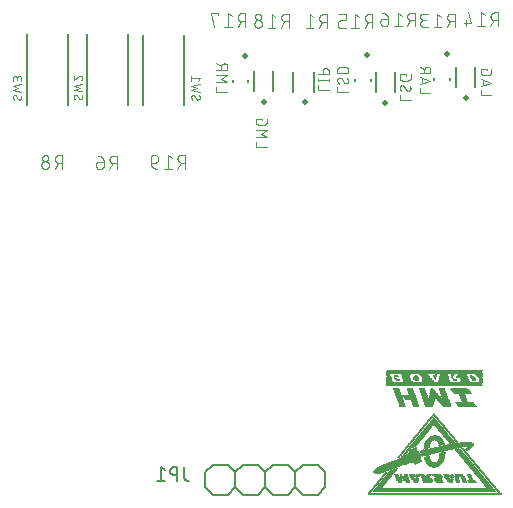
<source format=gbr>
G04 EAGLE Gerber RS-274X export*
G75*
%MOMM*%
%FSLAX34Y34*%
%LPD*%
%INSilkscreen Bottom*%
%IPPOS*%
%AMOC8*
5,1,8,0,0,1.08239X$1,22.5*%
G01*
%ADD10R,8.128000X0.020319*%
%ADD11R,8.168638X0.020319*%
%ADD12R,8.148319X0.020319*%
%ADD13R,0.914400X0.020319*%
%ADD14R,0.589281X0.020319*%
%ADD15R,0.426719X0.020319*%
%ADD16R,0.629919X0.020319*%
%ADD17R,0.182875X0.020319*%
%ADD18R,0.853438X0.020319*%
%ADD19R,1.239519X0.020319*%
%ADD20R,0.304800X0.020319*%
%ADD21R,0.792475X0.020319*%
%ADD22R,0.609600X0.020319*%
%ADD23R,0.406400X0.020319*%
%ADD24R,0.650238X0.020319*%
%ADD25R,0.142238X0.020319*%
%ADD26R,0.772156X0.020319*%
%ADD27R,1.016000X0.020319*%
%ADD28R,0.711200X0.020319*%
%ADD29R,0.365762X0.020319*%
%ADD30R,0.121919X0.020319*%
%ADD31R,0.751838X0.020319*%
%ADD32R,0.934719X0.020319*%
%ADD33R,0.325119X0.020319*%
%ADD34R,0.670556X0.020319*%
%ADD35R,0.345438X0.020319*%
%ADD36R,0.101600X0.020319*%
%ADD37R,0.731519X0.020319*%
%ADD38R,0.873756X0.020319*%
%ADD39R,0.690881X0.020319*%
%ADD40R,0.081281X0.020319*%
%ADD41R,0.833119X0.020319*%
%ADD42R,0.589275X0.020319*%
%ADD43R,0.284475X0.020319*%
%ADD44R,0.690875X0.020319*%
%ADD45R,0.792481X0.020319*%
%ADD46R,0.568956X0.020319*%
%ADD47R,0.264156X0.020319*%
%ADD48R,0.040638X0.020319*%
%ADD49R,0.548638X0.020319*%
%ADD50R,0.223519X0.020319*%
%ADD51R,0.020319X0.020319*%
%ADD52R,0.508000X0.020319*%
%ADD53R,0.182881X0.020319*%
%ADD54R,0.365756X0.020319*%
%ADD55R,0.487675X0.020319*%
%ADD56R,0.812800X0.020319*%
%ADD57R,0.162556X0.020319*%
%ADD58R,0.670563X0.020319*%
%ADD59R,0.203200X0.020319*%
%ADD60R,0.467356X0.020319*%
%ADD61R,0.873762X0.020319*%
%ADD62R,0.386075X0.020319*%
%ADD63R,0.447038X0.020319*%
%ADD64R,0.894081X0.020319*%
%ADD65R,0.081275X0.020319*%
%ADD66R,0.386081X0.020319*%
%ADD67R,0.955038X0.020319*%
%ADD68R,0.243838X0.020319*%
%ADD69R,0.284481X0.020319*%
%ADD70R,0.060956X0.020319*%
%ADD71R,0.060963X0.020319*%
%ADD72R,0.528319X0.020319*%
%ADD73R,0.975356X0.020319*%
%ADD74R,0.995681X0.020319*%
%ADD75R,1.056638X0.020319*%
%ADD76R,1.097275X0.020319*%
%ADD77R,1.036319X0.020319*%
%ADD78R,1.158238X0.020319*%
%ADD79R,1.259838X0.020319*%
%ADD80R,1.422400X0.020319*%
%ADD81R,1.442719X0.020319*%
%ADD82R,1.463037X0.020319*%
%ADD83R,0.264163X0.020319*%
%ADD84R,1.483356X0.020319*%
%ADD85R,0.568963X0.020319*%
%ADD86R,1.483363X0.020319*%
%ADD87R,1.686556X0.020319*%
%ADD88R,1.706881X0.020319*%
%ADD89R,1.686563X0.020319*%
%ADD90R,1.117600X0.020319*%
%ADD91R,1.076956X0.020319*%
%ADD92R,0.995675X0.020319*%
%ADD93R,0.975363X0.020319*%
%ADD94R,0.894075X0.020319*%
%ADD95R,0.162562X0.020319*%
%ADD96R,0.772163X0.020319*%
%ADD97R,0.487681X0.020319*%
%ADD98R,0.467363X0.020319*%
%ADD99R,1.198875X0.020319*%
%ADD100R,1.280156X0.020319*%
%ADD101R,1.320800X0.020319*%
%ADD102R,1.341119X0.020319*%
%ADD103R,1.381756X0.020319*%
%ADD104R,1.402081X0.020319*%
%ADD105R,1.564638X0.020319*%
%ADD106R,1.808475X0.020319*%
%ADD107R,1.889756X0.020319*%
%ADD108R,2.011675X0.020319*%
%ADD109R,2.113275X0.020319*%
%ADD110R,2.235200X0.020319*%
%ADD111R,2.316475X0.020319*%
%ADD112R,2.397756X0.020319*%
%ADD113R,2.458719X0.020319*%
%ADD114R,2.540000X0.020319*%
%ADD115R,2.621281X0.020319*%
%ADD116R,2.214875X0.020319*%
%ADD117R,2.133600X0.020319*%
%ADD118R,2.092956X0.020319*%
%ADD119R,2.052319X0.020319*%
%ADD120R,2.072637X0.020319*%
%ADD121R,2.032000X0.020319*%
%ADD122R,2.011681X0.020319*%
%ADD123R,1.991356X0.020319*%
%ADD124R,1.971037X0.020319*%
%ADD125R,1.950719X0.020319*%
%ADD126R,1.869438X0.020319*%
%ADD127R,1.767838X0.020319*%
%ADD128R,1.605275X0.020319*%
%ADD129R,1.503681X0.020319*%
%ADD130R,1.137919X0.020319*%
%ADD131R,1.178556X0.020319*%
%ADD132R,1.300481X0.020319*%
%ADD133R,1.361438X0.020319*%
%ADD134R,1.544319X0.020319*%
%ADD135R,1.584956X0.020319*%
%ADD136R,1.625600X0.020319*%
%ADD137R,1.645919X0.020319*%
%ADD138R,1.747519X0.020319*%
%ADD139R,1.828800X0.020319*%
%ADD140R,2.174238X0.020319*%
%ADD141R,2.296163X0.020319*%
%ADD142R,2.377438X0.020319*%
%ADD143R,2.438400X0.020319*%
%ADD144R,2.519681X0.020319*%
%ADD145R,2.560319X0.020319*%
%ADD146R,2.600956X0.020319*%
%ADD147R,1.849119X0.020319*%
%ADD148R,1.280163X0.020319*%
%ADD149R,1.198881X0.020319*%
%ADD150R,1.076963X0.020319*%
%ADD151R,1.666238X0.020319*%
%ADD152R,1.503675X0.020319*%
%ADD153R,1.219200X0.020319*%
%ADD154R,10.017762X0.020319*%
%ADD155R,10.058400X0.020319*%
%ADD156R,10.099037X0.020319*%
%ADD157R,10.119356X0.020319*%
%ADD158R,10.160000X0.020319*%
%ADD159R,10.180319X0.020319*%
%ADD160R,10.220963X0.020319*%
%ADD161R,10.261600X0.020319*%
%ADD162R,10.302238X0.020319*%
%ADD163R,10.322556X0.020319*%
%ADD164R,10.342881X0.020319*%
%ADD165R,10.383519X0.020319*%
%ADD166R,10.403837X0.020319*%
%ADD167R,11.196319X0.020319*%
%ADD168R,11.216638X0.020319*%
%ADD169R,11.257281X0.020319*%
%ADD170R,11.297919X0.020319*%
%ADD171C,0.152400*%
%ADD172C,0.127000*%
%ADD173C,0.101600*%
%ADD174C,0.076200*%
%ADD175C,0.150000*%
%ADD176C,0.500000*%


D10*
X359562Y117653D03*
D11*
X359562Y117450D03*
D12*
X359461Y117246D03*
X359461Y117043D03*
X359461Y116840D03*
X359461Y116637D03*
X359461Y116434D03*
X359461Y116230D03*
X359461Y116027D03*
X359461Y115824D03*
X359461Y115621D03*
X359461Y115418D03*
D13*
X395630Y115214D03*
D14*
X383438Y115214D03*
D15*
X375310Y115214D03*
D16*
X367182Y115214D03*
D17*
X360680Y115214D03*
D18*
X349199Y115214D03*
D19*
X335686Y115214D03*
D20*
X320243Y115214D03*
D21*
X396240Y115011D03*
D22*
X383337Y115011D03*
D23*
X375209Y115011D03*
D24*
X367284Y115011D03*
D25*
X360680Y115011D03*
D26*
X349606Y115011D03*
D27*
X335585Y115011D03*
D20*
X320243Y115011D03*
D28*
X396646Y114808D03*
D24*
X383337Y114808D03*
D29*
X375209Y114808D03*
D24*
X367284Y114808D03*
D30*
X360782Y114808D03*
D31*
X349910Y114808D03*
D32*
X335585Y114808D03*
D33*
X320345Y114808D03*
D34*
X396850Y114605D03*
D24*
X383337Y114605D03*
D35*
X375107Y114605D03*
D24*
X367284Y114605D03*
D36*
X360883Y114605D03*
D37*
X350215Y114605D03*
D38*
X335483Y114605D03*
D33*
X320345Y114605D03*
D16*
X397053Y114402D03*
D39*
X383337Y114402D03*
D33*
X375006Y114402D03*
D34*
X367386Y114402D03*
D40*
X360985Y114402D03*
D28*
X350520Y114402D03*
D41*
X335483Y114402D03*
D33*
X320345Y114402D03*
D42*
X397256Y114198D03*
D28*
X383235Y114198D03*
D43*
X375006Y114198D03*
D44*
X367284Y114198D03*
D40*
X360985Y114198D03*
D44*
X350622Y114198D03*
D45*
X335483Y114198D03*
D35*
X320446Y114198D03*
D46*
X397358Y113995D03*
D37*
X383134Y113995D03*
D47*
X374904Y113995D03*
D28*
X367386Y113995D03*
D48*
X360985Y113995D03*
D39*
X350825Y113995D03*
D26*
X335382Y113995D03*
D35*
X320446Y113995D03*
D49*
X397459Y113792D03*
D26*
X383134Y113792D03*
D50*
X374904Y113792D03*
D28*
X367386Y113792D03*
D51*
X361086Y113792D03*
D44*
X351028Y113792D03*
D37*
X335382Y113792D03*
D35*
X320446Y113792D03*
D52*
X397662Y113589D03*
D21*
X383032Y113589D03*
D53*
X374701Y113589D03*
D28*
X367386Y113589D03*
D39*
X351231Y113589D03*
D37*
X335382Y113589D03*
D54*
X320548Y113589D03*
D55*
X397764Y113386D03*
D56*
X382930Y113386D03*
D57*
X374599Y113386D03*
D37*
X367487Y113386D03*
D58*
X351333Y113386D03*
D28*
X335483Y113386D03*
D54*
X320548Y113386D03*
D55*
X397764Y113182D03*
D30*
X390652Y113182D03*
D18*
X382930Y113182D03*
D30*
X374599Y113182D03*
D37*
X367487Y113182D03*
D33*
X359562Y113182D03*
D34*
X351536Y113182D03*
D59*
X343510Y113182D03*
D28*
X335483Y113182D03*
D35*
X326949Y113182D03*
D54*
X320548Y113182D03*
D60*
X397866Y112979D03*
D57*
X390855Y112979D03*
D61*
X382829Y112979D03*
D36*
X374498Y112979D03*
D37*
X367487Y112979D03*
D20*
X359664Y112979D03*
D34*
X351739Y112979D03*
D47*
X343611Y112979D03*
D34*
X335483Y112979D03*
D54*
X327050Y112979D03*
D62*
X320650Y112979D03*
D63*
X397967Y112776D03*
D59*
X391058Y112776D03*
D64*
X382727Y112776D03*
D65*
X374396Y112776D03*
D26*
X367487Y112776D03*
D43*
X359766Y112776D03*
D39*
X351841Y112776D03*
D20*
X343611Y112776D03*
D34*
X335483Y112776D03*
D54*
X327254Y112776D03*
D62*
X320650Y112776D03*
D15*
X398069Y112573D03*
D50*
X391363Y112573D03*
D32*
X382727Y112573D03*
D48*
X374396Y112573D03*
D26*
X367487Y112573D03*
D43*
X359766Y112573D03*
D44*
X352044Y112573D03*
D35*
X343611Y112573D03*
D34*
X335483Y112573D03*
D66*
X327355Y112573D03*
D23*
X320751Y112573D03*
X398170Y112370D03*
D47*
X391566Y112370D03*
D67*
X382626Y112370D03*
D26*
X367487Y112370D03*
D68*
X359766Y112370D03*
D44*
X352044Y112370D03*
D66*
X343814Y112370D03*
D34*
X335483Y112370D03*
D29*
X327457Y112370D03*
D23*
X320751Y112370D03*
X398170Y112166D03*
D43*
X391668Y112166D03*
D67*
X382829Y112166D03*
D45*
X367589Y112166D03*
D50*
X359867Y112166D03*
D39*
X352247Y112166D03*
D15*
X343814Y112166D03*
D34*
X335483Y112166D03*
D23*
X320751Y112166D03*
D62*
X398272Y111963D03*
D69*
X391871Y111963D03*
D56*
X383540Y111963D03*
D45*
X367589Y111963D03*
D59*
X359969Y111963D03*
D28*
X352349Y111963D03*
D15*
X343814Y111963D03*
D34*
X335483Y111963D03*
D15*
X320853Y111963D03*
D54*
X398374Y111760D03*
D20*
X391973Y111760D03*
D31*
X383845Y111760D03*
D56*
X367690Y111760D03*
D59*
X359969Y111760D03*
D28*
X352552Y111760D03*
D63*
X343916Y111760D03*
D44*
X335382Y111760D03*
D15*
X320853Y111760D03*
D54*
X398374Y111557D03*
D33*
X392074Y111557D03*
D37*
X384150Y111557D03*
D51*
X374701Y111557D03*
D41*
X367589Y111557D03*
D53*
X360070Y111557D03*
D28*
X352552Y111557D03*
D63*
X343916Y111557D03*
D28*
X335483Y111557D03*
D51*
X325933Y111557D03*
D15*
X320853Y111557D03*
D35*
X398475Y111354D03*
D33*
X392278Y111354D03*
D28*
X384251Y111354D03*
D48*
X374802Y111354D03*
D41*
X367589Y111354D03*
D57*
X360172Y111354D03*
D37*
X352654Y111354D03*
D60*
X344018Y111354D03*
D37*
X335382Y111354D03*
D48*
X326034Y111354D03*
D63*
X320954Y111354D03*
D33*
X398577Y111150D03*
X392278Y111150D03*
D39*
X384353Y111150D03*
D70*
X374904Y111150D03*
D18*
X367690Y111150D03*
D25*
X360274Y111150D03*
D31*
X352755Y111150D03*
D60*
X344018Y111150D03*
D39*
X335585Y111150D03*
D48*
X326238Y111150D03*
D63*
X320954Y111150D03*
D33*
X398577Y110947D03*
X392481Y110947D03*
D44*
X384556Y110947D03*
D70*
X375107Y110947D03*
D18*
X367690Y110947D03*
D30*
X360172Y110947D03*
D31*
X352958Y110947D03*
D63*
X344119Y110947D03*
D34*
X335686Y110947D03*
D40*
X326441Y110947D03*
D63*
X320954Y110947D03*
D20*
X398678Y110744D03*
D35*
X392582Y110744D03*
D34*
X384658Y110744D03*
D40*
X375209Y110744D03*
D18*
X367690Y110744D03*
D36*
X360274Y110744D03*
D26*
X353060Y110744D03*
D63*
X344119Y110744D03*
D34*
X335890Y110744D03*
D36*
X326542Y110744D03*
D60*
X321056Y110744D03*
D20*
X398678Y110541D03*
D35*
X392582Y110541D03*
D24*
X384759Y110541D03*
D36*
X375310Y110541D03*
D38*
X367792Y110541D03*
D40*
X360375Y110541D03*
D26*
X353060Y110541D03*
D15*
X344221Y110541D03*
D34*
X335890Y110541D03*
D36*
X326746Y110541D03*
D60*
X321056Y110541D03*
D20*
X398678Y110338D03*
D33*
X392684Y110338D03*
D58*
X384861Y110338D03*
D35*
X376733Y110338D03*
D38*
X367792Y110338D03*
D71*
X360477Y110338D03*
D21*
X353162Y110338D03*
D15*
X344221Y110338D03*
D24*
X335991Y110338D03*
D54*
X328066Y110338D03*
D55*
X321158Y110338D03*
D43*
X398780Y110134D03*
D35*
X392786Y110134D03*
D58*
X384861Y110134D03*
D54*
X376834Y110134D03*
D64*
X367690Y110134D03*
D71*
X360477Y110134D03*
D56*
X353263Y110134D03*
D23*
X344322Y110134D03*
D24*
X336194Y110134D03*
D54*
X328270Y110134D03*
D55*
X321158Y110134D03*
D43*
X398780Y109931D03*
D35*
X392786Y109931D03*
D39*
X384962Y109931D03*
D54*
X376834Y109931D03*
D13*
X367792Y109931D03*
D48*
X360578Y109931D03*
D41*
X353365Y109931D03*
D62*
X344424Y109931D03*
D24*
X336194Y109931D03*
D54*
X328270Y109931D03*
D55*
X321158Y109931D03*
D43*
X398780Y109728D03*
D33*
X392887Y109728D03*
D39*
X384962Y109728D03*
D54*
X377038Y109728D03*
D13*
X367792Y109728D03*
D18*
X353466Y109728D03*
D33*
X344526Y109728D03*
D34*
X336296Y109728D03*
D54*
X328270Y109728D03*
D52*
X321259Y109728D03*
D43*
X398780Y109525D03*
D20*
X392786Y109525D03*
D39*
X384962Y109525D03*
D54*
X377038Y109525D03*
D32*
X367894Y109525D03*
D18*
X353466Y109525D03*
D43*
X344526Y109525D03*
D44*
X336398Y109525D03*
D35*
X328371Y109525D03*
D52*
X321259Y109525D03*
D47*
X398882Y109322D03*
X392786Y109322D03*
D28*
X385064Y109322D03*
D33*
X377038Y109322D03*
D32*
X367894Y109322D03*
D38*
X353568Y109322D03*
D59*
X344526Y109322D03*
D44*
X336398Y109322D03*
D33*
X328270Y109322D03*
D52*
X321259Y109322D03*
D47*
X398882Y109118D03*
D28*
X385064Y109118D03*
D32*
X367894Y109118D03*
D13*
X353568Y109118D03*
D28*
X336499Y109118D03*
D72*
X321361Y109118D03*
D47*
X398882Y108915D03*
D28*
X385064Y108915D03*
D73*
X367894Y108915D03*
D32*
X353670Y108915D03*
D37*
X336601Y108915D03*
D72*
X321361Y108915D03*
D43*
X398780Y108712D03*
D37*
X385166Y108712D03*
D73*
X367894Y108712D03*
D32*
X353670Y108712D03*
D31*
X336702Y108712D03*
D72*
X321361Y108712D03*
D43*
X398780Y108509D03*
D37*
X385166Y108509D03*
D73*
X367894Y108509D03*
X353670Y108509D03*
D26*
X336804Y108509D03*
D49*
X321462Y108509D03*
D43*
X398780Y108306D03*
D31*
X385064Y108306D03*
D74*
X367995Y108306D03*
D27*
X353670Y108306D03*
D41*
X336906Y108306D03*
D49*
X321462Y108306D03*
D43*
X398780Y108102D03*
D26*
X385166Y108102D03*
D27*
X367894Y108102D03*
D75*
X353670Y108102D03*
D18*
X337007Y108102D03*
D46*
X321564Y108102D03*
D20*
X398678Y107899D03*
D21*
X385064Y107899D03*
D27*
X367894Y107899D03*
D76*
X353670Y107899D03*
D13*
X337109Y107899D03*
D46*
X321564Y107899D03*
D33*
X398577Y107696D03*
D41*
X385064Y107696D03*
D77*
X367995Y107696D03*
D78*
X353568Y107696D03*
D67*
X337312Y107696D03*
D46*
X321564Y107696D03*
D54*
X398374Y107493D03*
D18*
X384962Y107493D03*
D75*
X367894Y107493D03*
D79*
X353263Y107493D03*
D77*
X337312Y107493D03*
D42*
X321666Y107493D03*
D12*
X359461Y107290D03*
X359461Y107086D03*
X359461Y106883D03*
X359461Y106680D03*
X359461Y106477D03*
X359461Y106274D03*
X359461Y106070D03*
X359461Y105867D03*
X359461Y105664D03*
X359461Y105461D03*
X359461Y105258D03*
D11*
X359562Y105054D03*
D12*
X359461Y104851D03*
D10*
X359562Y104648D03*
D80*
X380289Y102210D03*
D49*
X365557Y102210D03*
D59*
X357327Y102210D03*
D72*
X348996Y102210D03*
X338633Y102210D03*
D49*
X327152Y102210D03*
D81*
X380390Y102006D03*
D49*
X365557Y102006D03*
D59*
X357327Y102006D03*
D49*
X349098Y102006D03*
X338734Y102006D03*
X327152Y102006D03*
D82*
X380695Y101803D03*
D49*
X365760Y101803D03*
D50*
X357429Y101803D03*
D49*
X349098Y101803D03*
X338734Y101803D03*
X327152Y101803D03*
D82*
X380898Y101600D03*
D49*
X365760Y101600D03*
D83*
X357429Y101600D03*
D72*
X349199Y101600D03*
X338836Y101600D03*
D49*
X327355Y101600D03*
D84*
X381000Y101397D03*
D72*
X365862Y101397D03*
D69*
X357530Y101397D03*
D49*
X349301Y101397D03*
X338938Y101397D03*
X327355Y101397D03*
D84*
X381203Y101194D03*
D49*
X365963Y101194D03*
D20*
X357632Y101194D03*
D49*
X349301Y101194D03*
X338938Y101194D03*
D85*
X327457Y101194D03*
D84*
X381406Y100990D03*
D49*
X365963Y100990D03*
D33*
X357734Y100990D03*
D72*
X349402Y100990D03*
X339039Y100990D03*
D49*
X327558Y100990D03*
D82*
X381508Y100787D03*
D49*
X366166Y100787D03*
D35*
X357835Y100787D03*
D49*
X349504Y100787D03*
X339141Y100787D03*
X327558Y100787D03*
D82*
X381711Y100584D03*
D49*
X366166Y100584D03*
D66*
X357835Y100584D03*
D49*
X349504Y100584D03*
D72*
X339242Y100584D03*
D46*
X327660Y100584D03*
D86*
X381813Y100381D03*
D49*
X366166Y100381D03*
D23*
X357937Y100381D03*
D49*
X349707Y100381D03*
D72*
X339242Y100381D03*
D49*
X327762Y100381D03*
D84*
X382016Y100178D03*
D49*
X366370Y100178D03*
D15*
X358038Y100178D03*
D49*
X349707Y100178D03*
X339344Y100178D03*
X327762Y100178D03*
D84*
X382219Y99974D03*
D49*
X366370Y99974D03*
D63*
X358140Y99974D03*
D49*
X349707Y99974D03*
D72*
X339446Y99974D03*
D49*
X327965Y99974D03*
D82*
X382321Y99771D03*
D72*
X366471Y99771D03*
D60*
X358242Y99771D03*
D49*
X349910Y99771D03*
X339547Y99771D03*
X327965Y99771D03*
D82*
X382524Y99568D03*
D49*
X366573Y99568D03*
D60*
X358242Y99568D03*
D49*
X349910Y99568D03*
X339547Y99568D03*
X327965Y99568D03*
D82*
X382727Y99365D03*
D49*
X366573Y99365D03*
D52*
X358242Y99365D03*
D72*
X350012Y99365D03*
X339649Y99365D03*
D49*
X328168Y99365D03*
D82*
X382930Y99162D03*
D72*
X366674Y99162D03*
X358343Y99162D03*
D49*
X350114Y99162D03*
X339750Y99162D03*
X328168Y99162D03*
D81*
X383032Y98958D03*
D49*
X366776Y98958D03*
X358445Y98958D03*
X350114Y98958D03*
X339750Y98958D03*
X328168Y98958D03*
D81*
X383235Y98755D03*
D49*
X366776Y98755D03*
D46*
X358546Y98755D03*
D72*
X350215Y98755D03*
X339852Y98755D03*
D49*
X328371Y98755D03*
D81*
X383438Y98552D03*
D49*
X366979Y98552D03*
D42*
X358648Y98552D03*
D49*
X350317Y98552D03*
X339954Y98552D03*
X328371Y98552D03*
D46*
X382524Y98349D03*
D49*
X366979Y98349D03*
D16*
X358648Y98349D03*
D49*
X350317Y98349D03*
D72*
X340055Y98349D03*
D49*
X328574Y98349D03*
X382626Y98146D03*
X366979Y98146D03*
D24*
X358750Y98146D03*
D49*
X350520Y98146D03*
D72*
X340055Y98146D03*
D49*
X328574Y98146D03*
D72*
X382727Y97942D03*
D49*
X367182Y97942D03*
D34*
X358851Y97942D03*
D49*
X350520Y97942D03*
X340157Y97942D03*
D72*
X328676Y97942D03*
D49*
X382829Y97739D03*
X367182Y97739D03*
D39*
X358953Y97739D03*
D49*
X350520Y97739D03*
D72*
X340258Y97739D03*
D49*
X328778Y97739D03*
X382829Y97536D03*
D72*
X367284Y97536D03*
D28*
X359054Y97536D03*
D49*
X350723Y97536D03*
X340360Y97536D03*
X328778Y97536D03*
X383032Y97333D03*
X367386Y97333D03*
D37*
X359156Y97333D03*
D49*
X350723Y97333D03*
X340360Y97333D03*
D72*
X328879Y97333D03*
D49*
X383032Y97130D03*
X367386Y97130D03*
D31*
X359054Y97130D03*
D72*
X350825Y97130D03*
X340462Y97130D03*
D49*
X328981Y97130D03*
X383032Y96926D03*
X367589Y96926D03*
D26*
X359156Y96926D03*
D49*
X350926Y96926D03*
X340563Y96926D03*
X328981Y96926D03*
X383235Y96723D03*
X367589Y96723D03*
D21*
X359258Y96723D03*
D49*
X350926Y96723D03*
D87*
X334874Y96723D03*
D49*
X383235Y96520D03*
X367589Y96520D03*
D56*
X359359Y96520D03*
D72*
X351028Y96520D03*
D87*
X334874Y96520D03*
D72*
X383337Y96317D03*
D49*
X367792Y96317D03*
D41*
X359461Y96317D03*
D49*
X351130Y96317D03*
D88*
X334975Y96317D03*
D49*
X383438Y96114D03*
X367792Y96114D03*
D61*
X359461Y96114D03*
D49*
X351130Y96114D03*
D89*
X335077Y96114D03*
D49*
X383438Y95910D03*
X367792Y95910D03*
D64*
X359562Y95910D03*
D49*
X351333Y95910D03*
D89*
X335077Y95910D03*
D49*
X383642Y95707D03*
X367995Y95707D03*
D13*
X359664Y95707D03*
D49*
X351333Y95707D03*
D87*
X335280Y95707D03*
D49*
X383642Y95504D03*
X367995Y95504D03*
D32*
X359766Y95504D03*
D49*
X351333Y95504D03*
D90*
X338125Y95504D03*
D49*
X329590Y95504D03*
X383642Y95301D03*
D72*
X368097Y95301D03*
D67*
X359867Y95301D03*
D49*
X351536Y95301D03*
D90*
X338328Y95301D03*
D49*
X329590Y95301D03*
X383845Y95098D03*
X368198Y95098D03*
D74*
X359867Y95098D03*
D49*
X351536Y95098D03*
D76*
X338430Y95098D03*
D72*
X329692Y95098D03*
D49*
X383845Y94894D03*
X368198Y94894D03*
D74*
X359867Y94894D03*
D72*
X351638Y94894D03*
D91*
X338531Y94894D03*
D49*
X329794Y94894D03*
X383845Y94691D03*
X368402Y94691D03*
D27*
X359969Y94691D03*
D49*
X351739Y94691D03*
D91*
X338734Y94691D03*
D49*
X329794Y94691D03*
X384048Y94488D03*
X368402Y94488D03*
D52*
X362712Y94488D03*
X357429Y94488D03*
D49*
X351739Y94488D03*
D75*
X338836Y94488D03*
D49*
X329997Y94488D03*
X384048Y94285D03*
X368402Y94285D03*
D52*
X362915Y94285D03*
X357429Y94285D03*
D72*
X351841Y94285D03*
D77*
X338938Y94285D03*
D49*
X329997Y94285D03*
D72*
X384150Y94082D03*
D91*
X365963Y94082D03*
X354584Y94082D03*
D77*
X339141Y94082D03*
D49*
X329997Y94082D03*
X384251Y93878D03*
D75*
X366065Y93878D03*
X354482Y93878D03*
D27*
X339242Y93878D03*
D49*
X330200Y93878D03*
X384251Y93675D03*
D77*
X366166Y93675D03*
X354584Y93675D03*
D92*
X339344Y93675D03*
D49*
X330200Y93675D03*
X384454Y93472D03*
D77*
X366370Y93472D03*
X354584Y93472D03*
D74*
X339547Y93472D03*
D72*
X330302Y93472D03*
D49*
X384454Y93269D03*
D77*
X366370Y93269D03*
X354584Y93269D03*
D93*
X339649Y93269D03*
D49*
X330403Y93269D03*
X384454Y93066D03*
D27*
X366471Y93066D03*
X354686Y93066D03*
D73*
X339852Y93066D03*
D49*
X330403Y93066D03*
X384658Y92862D03*
D27*
X366674Y92862D03*
D92*
X354584Y92862D03*
D49*
X341986Y92862D03*
D72*
X330505Y92862D03*
D49*
X384658Y92659D03*
D92*
X366776Y92659D03*
D73*
X354686Y92659D03*
D72*
X342087Y92659D03*
D49*
X330606Y92659D03*
X384658Y92456D03*
D74*
X366979Y92456D03*
D73*
X354686Y92456D03*
D49*
X342189Y92456D03*
X330606Y92456D03*
X384861Y92253D03*
D93*
X367081Y92253D03*
D73*
X354686Y92253D03*
D49*
X342189Y92253D03*
X330810Y92253D03*
X384861Y92050D03*
D67*
X367182Y92050D03*
X354787Y92050D03*
D72*
X342290Y92050D03*
D49*
X330810Y92050D03*
D72*
X384962Y91846D03*
D67*
X367386Y91846D03*
D32*
X354686Y91846D03*
D49*
X342392Y91846D03*
X330810Y91846D03*
X385064Y91643D03*
D32*
X367487Y91643D03*
X354686Y91643D03*
D72*
X342494Y91643D03*
D49*
X331013Y91643D03*
X385064Y91440D03*
D13*
X367589Y91440D03*
X354787Y91440D03*
D72*
X342494Y91440D03*
D49*
X331013Y91440D03*
X385267Y91237D03*
D13*
X367792Y91237D03*
X354787Y91237D03*
D49*
X342595Y91237D03*
D72*
X331114Y91237D03*
D46*
X385166Y91034D03*
D94*
X367894Y91034D03*
D13*
X354787Y91034D03*
D72*
X342697Y91034D03*
D49*
X331216Y91034D03*
D81*
X384454Y90830D03*
D38*
X367995Y90830D03*
D64*
X354889Y90830D03*
D49*
X342798Y90830D03*
X331216Y90830D03*
D82*
X384759Y90627D03*
D38*
X368198Y90627D03*
X354787Y90627D03*
D49*
X342798Y90627D03*
D72*
X331318Y90627D03*
D82*
X384962Y90424D03*
D38*
X368198Y90424D03*
D18*
X354889Y90424D03*
D72*
X342900Y90424D03*
D49*
X331419Y90424D03*
D84*
X385064Y90221D03*
D18*
X368300Y90221D03*
X354889Y90221D03*
D49*
X343002Y90221D03*
X331419Y90221D03*
D84*
X385267Y90018D03*
D18*
X368503Y90018D03*
X354889Y90018D03*
D49*
X343002Y90018D03*
X331622Y90018D03*
D84*
X385470Y89814D03*
D41*
X368605Y89814D03*
X354990Y89814D03*
D72*
X343103Y89814D03*
D49*
X331622Y89814D03*
D82*
X385572Y89611D03*
D41*
X368808Y89611D03*
D56*
X354889Y89611D03*
D49*
X343205Y89611D03*
X331622Y89611D03*
D82*
X385775Y89408D03*
D56*
X368910Y89408D03*
X354889Y89408D03*
D72*
X343306Y89408D03*
D49*
X331826Y89408D03*
D86*
X385877Y89205D03*
D45*
X369011Y89205D03*
X354990Y89205D03*
D72*
X343306Y89205D03*
D49*
X331826Y89205D03*
D84*
X386080Y89002D03*
D45*
X369214Y89002D03*
X354990Y89002D03*
D49*
X343408Y89002D03*
D72*
X331927Y89002D03*
D84*
X386283Y88798D03*
D26*
X369316Y88798D03*
D45*
X354990Y88798D03*
D72*
X343510Y88798D03*
D49*
X332029Y88798D03*
D84*
X386486Y88595D03*
D31*
X369418Y88595D03*
X354990Y88595D03*
D49*
X343611Y88595D03*
X332029Y88595D03*
D82*
X386588Y88392D03*
D31*
X369621Y88392D03*
X354990Y88392D03*
D49*
X343611Y88392D03*
D72*
X332130Y88392D03*
D82*
X386791Y88189D03*
D37*
X369722Y88189D03*
X355092Y88189D03*
D72*
X343713Y88189D03*
D49*
X332232Y88189D03*
D82*
X386994Y87986D03*
D37*
X369926Y87986D03*
X355092Y87986D03*
D49*
X343814Y87986D03*
X332232Y87986D03*
D82*
X387198Y87782D03*
D37*
X369926Y87782D03*
X355092Y87782D03*
D49*
X343814Y87782D03*
X332435Y87782D03*
D81*
X387299Y87579D03*
D28*
X370027Y87579D03*
D44*
X355092Y87579D03*
D72*
X343916Y87579D03*
D49*
X332435Y87579D03*
D81*
X387502Y87376D03*
D28*
X370230Y87376D03*
D44*
X355092Y87376D03*
D49*
X344018Y87376D03*
X332435Y87376D03*
D80*
X387604Y87173D03*
D44*
X370332Y87173D03*
D34*
X355194Y87173D03*
D72*
X344119Y87173D03*
X332537Y87173D03*
D48*
X358953Y81077D03*
D40*
X358953Y80874D03*
D30*
X358953Y80670D03*
D25*
X359054Y80467D03*
D53*
X359054Y80264D03*
D59*
X358953Y80061D03*
D68*
X358953Y79858D03*
D69*
X358953Y79654D03*
D25*
X359867Y79451D03*
X358038Y79451D03*
X360070Y79248D03*
D30*
X357937Y79248D03*
X360172Y79045D03*
D25*
X357835Y79045D03*
D30*
X360375Y78842D03*
D25*
X357632Y78842D03*
X360477Y78638D03*
X357429Y78638D03*
X360680Y78435D03*
X357226Y78435D03*
X360883Y78232D03*
X357022Y78232D03*
X361086Y78029D03*
X357022Y78029D03*
X361290Y77826D03*
X356819Y77826D03*
D57*
X361391Y77622D03*
D48*
X358953Y77622D03*
D25*
X356616Y77622D03*
X361493Y77419D03*
D40*
X358953Y77419D03*
D25*
X356413Y77419D03*
X361696Y77216D03*
D36*
X359054Y77216D03*
D25*
X356210Y77216D03*
X361899Y77013D03*
X359054Y77013D03*
D57*
X356108Y77013D03*
D25*
X362102Y76810D03*
D95*
X358953Y76810D03*
D25*
X356006Y76810D03*
D57*
X362204Y76606D03*
D59*
X358953Y76606D03*
D25*
X355803Y76606D03*
X362306Y76403D03*
D68*
X358953Y76403D03*
D25*
X355600Y76403D03*
X362509Y76200D03*
D47*
X359054Y76200D03*
D25*
X355397Y76200D03*
X362712Y75997D03*
D20*
X359054Y75997D03*
D57*
X355295Y75997D03*
D25*
X362915Y75794D03*
D29*
X358953Y75794D03*
D25*
X355194Y75794D03*
X363118Y75590D03*
D29*
X358953Y75590D03*
D25*
X354990Y75590D03*
X363322Y75387D03*
D23*
X358953Y75387D03*
D25*
X354787Y75387D03*
D57*
X363423Y75184D03*
D15*
X359054Y75184D03*
D25*
X354584Y75184D03*
X363525Y74981D03*
D60*
X359054Y74981D03*
D25*
X354381Y74981D03*
X363728Y74778D03*
D52*
X359054Y74778D03*
D30*
X354279Y74778D03*
D25*
X363931Y74574D03*
D85*
X358953Y74574D03*
D25*
X354178Y74574D03*
X364134Y74371D03*
D14*
X359054Y74371D03*
D25*
X353974Y74371D03*
X364338Y74168D03*
D22*
X358953Y74168D03*
D25*
X353771Y74168D03*
D57*
X364439Y73965D03*
D24*
X358953Y73965D03*
D25*
X353568Y73965D03*
X364541Y73762D03*
D34*
X359054Y73762D03*
D30*
X353466Y73762D03*
D25*
X364744Y73558D03*
D28*
X359054Y73558D03*
D25*
X353162Y73558D03*
X364947Y73355D03*
D31*
X359054Y73355D03*
D25*
X353162Y73355D03*
X365150Y73152D03*
D96*
X358953Y73152D03*
D25*
X352958Y73152D03*
X365354Y72949D03*
D56*
X358953Y72949D03*
D25*
X352755Y72949D03*
D30*
X365455Y72746D03*
D18*
X358953Y72746D03*
D30*
X352654Y72746D03*
D25*
X365557Y72542D03*
D64*
X358953Y72542D03*
D25*
X352349Y72542D03*
X365760Y72339D03*
D13*
X359054Y72339D03*
D25*
X352349Y72339D03*
X365963Y72136D03*
D67*
X359054Y72136D03*
D25*
X352146Y72136D03*
X366166Y71933D03*
D74*
X359054Y71933D03*
D25*
X351942Y71933D03*
X366370Y71730D03*
D97*
X361594Y71730D03*
D52*
X356413Y71730D03*
D25*
X351739Y71730D03*
D57*
X366471Y71526D03*
D55*
X361798Y71526D03*
D52*
X356210Y71526D03*
D57*
X351638Y71526D03*
X366674Y71323D03*
D97*
X362001Y71323D03*
D55*
X356108Y71323D03*
D25*
X351536Y71323D03*
X366776Y71120D03*
D55*
X362204Y71120D03*
D97*
X355905Y71120D03*
D25*
X351333Y71120D03*
X366979Y70917D03*
D97*
X362407Y70917D03*
D55*
X355702Y70917D03*
D25*
X351130Y70917D03*
X367182Y70714D03*
D97*
X362610Y70714D03*
D52*
X355600Y70714D03*
D25*
X350926Y70714D03*
D57*
X367284Y70510D03*
D97*
X362610Y70510D03*
X355295Y70510D03*
D95*
X350825Y70510D03*
D57*
X367487Y70307D03*
D55*
X362814Y70307D03*
D52*
X355194Y70307D03*
D25*
X350723Y70307D03*
X367589Y70104D03*
D97*
X363017Y70104D03*
D55*
X355092Y70104D03*
D25*
X350520Y70104D03*
X367792Y69901D03*
D55*
X363220Y69901D03*
D97*
X354889Y69901D03*
D25*
X350317Y69901D03*
X367995Y69698D03*
D97*
X363423Y69698D03*
D55*
X354686Y69698D03*
D25*
X350114Y69698D03*
X368198Y69494D03*
D98*
X363525Y69494D03*
D97*
X354482Y69494D03*
D57*
X350012Y69494D03*
X368300Y69291D03*
D60*
X363728Y69291D03*
D52*
X354381Y69291D03*
D95*
X349809Y69291D03*
D25*
X368402Y69088D03*
D55*
X363830Y69088D03*
D97*
X354279Y69088D03*
D57*
X349606Y69088D03*
D25*
X368605Y68885D03*
D97*
X364033Y68885D03*
D55*
X354076Y68885D03*
D25*
X349504Y68885D03*
X368808Y68682D03*
D55*
X364236Y68682D03*
D97*
X353873Y68682D03*
D25*
X349301Y68682D03*
X369011Y68478D03*
D97*
X364439Y68478D03*
D55*
X353670Y68478D03*
D25*
X349098Y68478D03*
X369214Y68275D03*
D97*
X364642Y68275D03*
D52*
X353568Y68275D03*
D25*
X348894Y68275D03*
X369418Y68072D03*
D97*
X364642Y68072D03*
D52*
X353365Y68072D03*
D95*
X348793Y68072D03*
D30*
X369519Y67869D03*
D55*
X364846Y67869D03*
D52*
X353162Y67869D03*
D57*
X348590Y67869D03*
X369722Y67666D03*
D97*
X365049Y67666D03*
D55*
X353060Y67666D03*
D25*
X348488Y67666D03*
X369824Y67462D03*
D55*
X365252Y67462D03*
D97*
X352857Y67462D03*
D25*
X348285Y67462D03*
X370027Y67259D03*
D97*
X365455Y67259D03*
D52*
X352755Y67259D03*
D25*
X348082Y67259D03*
X370230Y67056D03*
D97*
X365658Y67056D03*
D52*
X352552Y67056D03*
D25*
X347878Y67056D03*
X370434Y66853D03*
D97*
X365658Y66853D03*
D52*
X352349Y66853D03*
D95*
X347777Y66853D03*
D57*
X370535Y66650D03*
D55*
X365862Y66650D03*
D97*
X352247Y66650D03*
D25*
X347675Y66650D03*
X370637Y66446D03*
D97*
X366065Y66446D03*
D55*
X352044Y66446D03*
D25*
X347472Y66446D03*
X370840Y66243D03*
D55*
X366268Y66243D03*
D97*
X351841Y66243D03*
D25*
X347269Y66243D03*
X371043Y66040D03*
D97*
X366471Y66040D03*
D55*
X351638Y66040D03*
D25*
X347066Y66040D03*
X371246Y65837D03*
D52*
X366573Y65837D03*
X351536Y65837D03*
D57*
X346964Y65837D03*
D25*
X371450Y65634D03*
D55*
X366878Y65634D03*
D97*
X351434Y65634D03*
D25*
X346862Y65634D03*
X371653Y65430D03*
D55*
X366878Y65430D03*
D97*
X351231Y65430D03*
D25*
X346659Y65430D03*
D30*
X371754Y65227D03*
D97*
X367081Y65227D03*
D55*
X351028Y65227D03*
D25*
X346456Y65227D03*
D57*
X371958Y65024D03*
D55*
X367284Y65024D03*
D97*
X350825Y65024D03*
D25*
X346253Y65024D03*
X372059Y64821D03*
D97*
X367487Y64821D03*
D52*
X350723Y64821D03*
D25*
X346050Y64821D03*
X372262Y64618D03*
D97*
X367690Y64618D03*
D55*
X350622Y64618D03*
D30*
X345948Y64618D03*
D25*
X372466Y64414D03*
D55*
X367894Y64414D03*
D97*
X350418Y64414D03*
D95*
X345745Y64414D03*
D30*
X372567Y64211D03*
D55*
X367894Y64211D03*
D97*
X350215Y64211D03*
D25*
X345643Y64211D03*
X372872Y64008D03*
D97*
X368097Y64008D03*
D55*
X350012Y64008D03*
D25*
X345440Y64008D03*
X372872Y63805D03*
D55*
X368300Y63805D03*
D97*
X349809Y63805D03*
D25*
X345237Y63805D03*
X373075Y63602D03*
D97*
X368503Y63602D03*
D52*
X349707Y63602D03*
D30*
X345135Y63602D03*
D25*
X373278Y63398D03*
D97*
X368706Y63398D03*
D52*
X349504Y63398D03*
D57*
X344932Y63398D03*
D25*
X373482Y63195D03*
D97*
X368706Y63195D03*
X349402Y63195D03*
D25*
X344830Y63195D03*
X373685Y62992D03*
D60*
X369011Y62992D03*
D97*
X349199Y62992D03*
D25*
X344627Y62992D03*
D57*
X373786Y62789D03*
D97*
X369113Y62789D03*
D55*
X348996Y62789D03*
D25*
X344424Y62789D03*
X373888Y62586D03*
D55*
X369316Y62586D03*
D52*
X348894Y62586D03*
D25*
X344221Y62586D03*
X374091Y62382D03*
D97*
X369519Y62382D03*
D47*
X359664Y62382D03*
D52*
X348691Y62382D03*
D57*
X344119Y62382D03*
D25*
X374294Y62179D03*
D98*
X369621Y62179D03*
D60*
X359664Y62179D03*
D55*
X348590Y62179D03*
D25*
X344018Y62179D03*
X374498Y61976D03*
D60*
X369824Y61976D03*
D42*
X359664Y61976D03*
D97*
X348386Y61976D03*
D25*
X343814Y61976D03*
X374701Y61773D03*
D55*
X369926Y61773D03*
D39*
X359562Y61773D03*
D97*
X348183Y61773D03*
D25*
X343611Y61773D03*
D30*
X374802Y61570D03*
D97*
X370129Y61570D03*
D26*
X359562Y61570D03*
D52*
X348082Y61570D03*
D25*
X343408Y61570D03*
X374904Y61366D03*
D55*
X370332Y61366D03*
D41*
X359664Y61366D03*
D52*
X347878Y61366D03*
D25*
X343205Y61366D03*
X375107Y61163D03*
D97*
X370535Y61163D03*
D13*
X359664Y61163D03*
D52*
X347675Y61163D03*
D30*
X343103Y61163D03*
D25*
X375310Y60960D03*
D97*
X370738Y60960D03*
D73*
X359562Y60960D03*
D55*
X347574Y60960D03*
D25*
X343002Y60960D03*
X375514Y60757D03*
D55*
X370942Y60757D03*
D77*
X359664Y60757D03*
D97*
X347370Y60757D03*
D25*
X342798Y60757D03*
X375717Y60554D03*
D55*
X370942Y60554D03*
D91*
X359664Y60554D03*
D97*
X347167Y60554D03*
D25*
X342595Y60554D03*
D57*
X375818Y60350D03*
D97*
X371145Y60350D03*
D90*
X359664Y60350D03*
D55*
X346964Y60350D03*
D25*
X342392Y60350D03*
X375920Y60147D03*
D55*
X371348Y60147D03*
D78*
X359664Y60147D03*
D52*
X346862Y60147D03*
D30*
X342290Y60147D03*
D25*
X376123Y59944D03*
D97*
X371551Y59944D03*
D99*
X359664Y59944D03*
D97*
X346761Y59944D03*
D25*
X342189Y59944D03*
X376326Y59741D03*
D97*
X371754Y59741D03*
D19*
X359664Y59741D03*
D55*
X346558Y59741D03*
D57*
X341884Y59741D03*
D25*
X376530Y59538D03*
D52*
X371856Y59538D03*
D100*
X359664Y59538D03*
D97*
X346354Y59538D03*
D25*
X341782Y59538D03*
X376733Y59334D03*
D55*
X371958Y59334D03*
D101*
X359664Y59334D03*
D97*
X346151Y59334D03*
D25*
X341579Y59334D03*
D57*
X376834Y59131D03*
D97*
X372161Y59131D03*
D102*
X359562Y59131D03*
D52*
X346050Y59131D03*
D25*
X341376Y59131D03*
X376936Y58928D03*
D55*
X372364Y58928D03*
D103*
X359562Y58928D03*
D55*
X345948Y58928D03*
D57*
X341274Y58928D03*
D25*
X377139Y58725D03*
D97*
X372567Y58725D03*
D24*
X363423Y58725D03*
D16*
X355803Y58725D03*
D97*
X345745Y58725D03*
D25*
X341173Y58725D03*
X377342Y58522D03*
D97*
X372770Y58522D03*
D14*
X363931Y58522D03*
D46*
X355295Y58522D03*
D55*
X345542Y58522D03*
D25*
X340970Y58522D03*
X377546Y58318D03*
D55*
X372974Y58318D03*
D49*
X364134Y58318D03*
X354990Y58318D03*
D97*
X345338Y58318D03*
D25*
X340766Y58318D03*
X377749Y58115D03*
D97*
X373177Y58115D03*
D49*
X364338Y58115D03*
D72*
X354889Y58115D03*
D52*
X345237Y58115D03*
D25*
X340563Y58115D03*
X377952Y57912D03*
D97*
X373177Y57912D03*
D72*
X364439Y57912D03*
X354686Y57912D03*
D52*
X345034Y57912D03*
D57*
X340462Y57912D03*
X378054Y57709D03*
D55*
X373380Y57709D03*
D72*
X364642Y57709D03*
D52*
X354584Y57709D03*
D55*
X344932Y57709D03*
D25*
X340360Y57709D03*
D95*
X378257Y57506D03*
D97*
X373583Y57506D03*
D52*
X364744Y57506D03*
X354381Y57506D03*
D97*
X344729Y57506D03*
D25*
X340157Y57506D03*
X378358Y57302D03*
D97*
X373786Y57302D03*
D52*
X364947Y57302D03*
X354381Y57302D03*
D55*
X344526Y57302D03*
D25*
X339954Y57302D03*
D51*
X387909Y57099D03*
D36*
X378358Y57099D03*
D55*
X373990Y57099D03*
D52*
X364947Y57099D03*
X354178Y57099D03*
X344424Y57099D03*
D25*
X339750Y57099D03*
D22*
X387604Y56896D03*
D52*
X374091Y56896D03*
X365150Y56896D03*
D55*
X354076Y56896D03*
D52*
X344221Y56896D03*
D25*
X339547Y56896D03*
D38*
X387096Y56693D03*
D60*
X374091Y56693D03*
D52*
X365150Y56693D03*
X353974Y56693D03*
D97*
X344119Y56693D03*
D57*
X339446Y56693D03*
D75*
X386588Y56490D03*
D33*
X373583Y56490D03*
D55*
X365252Y56490D03*
D97*
X353873Y56490D03*
D55*
X343916Y56490D03*
D25*
X339344Y56490D03*
D19*
X385877Y56286D03*
D53*
X373075Y56286D03*
D52*
X365354Y56286D03*
D97*
X353873Y56286D03*
X343713Y56286D03*
D25*
X339141Y56286D03*
D104*
X385470Y56083D03*
D71*
X372669Y56083D03*
D97*
X365455Y56083D03*
D52*
X353771Y56083D03*
D55*
X343510Y56083D03*
D25*
X338938Y56083D03*
D105*
X384861Y55880D03*
D97*
X365455Y55880D03*
D55*
X353670Y55880D03*
D97*
X343306Y55880D03*
D25*
X338734Y55880D03*
D87*
X384251Y55677D03*
D52*
X365557Y55677D03*
D55*
X353670Y55677D03*
D52*
X343205Y55677D03*
D25*
X338531Y55677D03*
D106*
X383642Y55474D03*
D97*
X365658Y55474D03*
D52*
X353568Y55474D03*
X343002Y55474D03*
D25*
X338328Y55474D03*
D107*
X383235Y55270D03*
D97*
X365658Y55270D03*
X353466Y55270D03*
D55*
X342900Y55270D03*
D25*
X338328Y55270D03*
D108*
X382626Y55067D03*
D98*
X365557Y55067D03*
D97*
X353466Y55067D03*
X342697Y55067D03*
D25*
X338125Y55067D03*
D109*
X382118Y54864D03*
D29*
X365049Y54864D03*
D97*
X353466Y54864D03*
D55*
X342494Y54864D03*
D25*
X337922Y54864D03*
D110*
X381508Y54661D03*
D69*
X364642Y54661D03*
D52*
X353365Y54661D03*
X342392Y54661D03*
D25*
X337718Y54661D03*
D111*
X381102Y54458D03*
D57*
X364236Y54458D03*
D52*
X353365Y54458D03*
X342189Y54458D03*
D25*
X337515Y54458D03*
D112*
X380492Y54254D03*
D70*
X363728Y54254D03*
D97*
X353263Y54254D03*
X342087Y54254D03*
D25*
X337515Y54254D03*
D113*
X379984Y54051D03*
D97*
X353263Y54051D03*
D55*
X341884Y54051D03*
D25*
X337312Y54051D03*
D114*
X379374Y53848D03*
D97*
X353263Y53848D03*
X341681Y53848D03*
D25*
X337109Y53848D03*
D115*
X378765Y53645D03*
D97*
X353263Y53645D03*
D52*
X341579Y53645D03*
D25*
X336906Y53645D03*
D60*
X389534Y53442D03*
D116*
X375920Y53442D03*
D52*
X353162Y53442D03*
D97*
X341274Y53442D03*
D57*
X336804Y53442D03*
D33*
X390042Y53238D03*
D117*
X374498Y53238D03*
D52*
X353162Y53238D03*
D60*
X340970Y53238D03*
D25*
X336702Y53238D03*
D20*
X389941Y53035D03*
D118*
X373278Y53035D03*
D52*
X353162Y53035D03*
D15*
X340766Y53035D03*
D25*
X336499Y53035D03*
D20*
X389738Y52832D03*
D119*
X372262Y52832D03*
D52*
X353162Y52832D03*
D62*
X340360Y52832D03*
D25*
X336296Y52832D03*
D33*
X389433Y52629D03*
D120*
X371348Y52629D03*
D55*
X353060Y52629D03*
D54*
X340055Y52629D03*
D25*
X336093Y52629D03*
D33*
X389230Y52426D03*
D121*
X370332Y52426D03*
D55*
X353060Y52426D03*
D48*
X344119Y52426D03*
D33*
X339649Y52426D03*
D57*
X335991Y52426D03*
D35*
X388925Y52222D03*
D121*
X369316Y52222D03*
D55*
X353060Y52222D03*
D36*
X344018Y52222D03*
D20*
X339344Y52222D03*
D57*
X335788Y52222D03*
D54*
X388620Y52019D03*
D108*
X368402Y52019D03*
D62*
X352552Y52019D03*
D25*
X343814Y52019D03*
D68*
X339039Y52019D03*
D25*
X335686Y52019D03*
D54*
X388214Y51816D03*
D25*
X383032Y51816D03*
D122*
X367589Y51816D03*
D20*
X352146Y51816D03*
D59*
X343510Y51816D03*
X338633Y51816D03*
D25*
X335483Y51816D03*
D54*
X388010Y51613D03*
D25*
X383032Y51613D03*
D123*
X366674Y51613D03*
D68*
X351638Y51613D03*
X343306Y51613D03*
D17*
X338328Y51613D03*
D25*
X335280Y51613D03*
D23*
X387604Y51410D03*
D95*
X383337Y51410D03*
D40*
X380695Y51410D03*
D124*
X365760Y51410D03*
D25*
X351130Y51410D03*
D20*
X343002Y51410D03*
D57*
X338023Y51410D03*
X335178Y51410D03*
D66*
X387502Y51206D03*
D25*
X383438Y51206D03*
D59*
X380289Y51206D03*
D123*
X364846Y51206D03*
D40*
X350825Y51206D03*
D29*
X342697Y51206D03*
D30*
X337617Y51206D03*
D57*
X334975Y51206D03*
D35*
X387299Y51003D03*
D25*
X383642Y51003D03*
D33*
X379882Y51003D03*
D124*
X363931Y51003D03*
D23*
X342494Y51003D03*
D36*
X337515Y51003D03*
D25*
X334874Y51003D03*
D20*
X387299Y50800D03*
D25*
X383845Y50800D03*
D15*
X379578Y50800D03*
D124*
X363118Y50800D03*
D98*
X342189Y50800D03*
D36*
X337312Y50800D03*
D25*
X334670Y50800D03*
D47*
X387299Y50597D03*
D25*
X384048Y50597D03*
D60*
X379374Y50597D03*
D125*
X362204Y50597D03*
D52*
X341986Y50597D03*
D36*
X337109Y50597D03*
D25*
X334467Y50597D03*
D68*
X387198Y50394D03*
D25*
X384251Y50394D03*
D55*
X379476Y50394D03*
D124*
X361493Y50394D03*
D85*
X341681Y50394D03*
D30*
X337007Y50394D03*
D25*
X334264Y50394D03*
D17*
X387096Y50190D03*
D95*
X384353Y50190D03*
D97*
X379679Y50190D03*
D124*
X360477Y50190D03*
D22*
X341681Y50190D03*
D25*
X336906Y50190D03*
X334061Y50190D03*
X387096Y49987D03*
X384454Y49987D03*
D97*
X379882Y49987D03*
D124*
X359664Y49987D03*
D16*
X341579Y49987D03*
D30*
X336804Y49987D03*
D57*
X333959Y49987D03*
D40*
X386994Y49784D03*
D25*
X384658Y49784D03*
D55*
X380086Y49784D03*
D124*
X358851Y49784D03*
D16*
X341579Y49784D03*
D25*
X336702Y49784D03*
D57*
X333756Y49784D03*
D48*
X386994Y49581D03*
D25*
X384861Y49581D03*
D97*
X380289Y49581D03*
D125*
X357937Y49581D03*
D16*
X341579Y49581D03*
D95*
X336601Y49581D03*
D25*
X333654Y49581D03*
X385064Y49378D03*
D52*
X380390Y49378D03*
D124*
X357226Y49378D03*
D24*
X341478Y49378D03*
D57*
X336398Y49378D03*
D25*
X333451Y49378D03*
D57*
X385166Y49174D03*
D52*
X380594Y49174D03*
D126*
X356718Y49174D03*
D70*
X345846Y49174D03*
D24*
X341478Y49174D03*
D17*
X336296Y49174D03*
D25*
X333248Y49174D03*
D95*
X385369Y48971D03*
D97*
X380695Y48971D03*
D127*
X356413Y48971D03*
D25*
X345643Y48971D03*
D24*
X341478Y48971D03*
D53*
X336093Y48971D03*
D25*
X333045Y48971D03*
X385470Y48768D03*
D97*
X380898Y48768D03*
D87*
X356006Y48768D03*
D41*
X342189Y48768D03*
D59*
X335991Y48768D03*
D57*
X332943Y48768D03*
D25*
X385674Y48565D03*
D55*
X381102Y48565D03*
D36*
X368198Y48565D03*
D128*
X355600Y48565D03*
D18*
X342290Y48565D03*
D50*
X335890Y48565D03*
D25*
X332842Y48565D03*
X385877Y48362D03*
D97*
X381305Y48362D03*
D57*
X367894Y48362D03*
D129*
X355295Y48362D03*
D61*
X342189Y48362D03*
D59*
X335788Y48362D03*
D25*
X332638Y48362D03*
X386080Y48158D03*
D55*
X381508Y48158D03*
D47*
X367386Y48158D03*
D80*
X354889Y48158D03*
D61*
X342189Y48158D03*
D50*
X335686Y48158D03*
D25*
X332435Y48158D03*
D57*
X386182Y47955D03*
D55*
X381508Y47955D03*
D35*
X366979Y47955D03*
D101*
X354584Y47955D03*
D64*
X342290Y47955D03*
D68*
X335585Y47955D03*
D25*
X332232Y47955D03*
X386283Y47752D03*
D97*
X381711Y47752D03*
D15*
X366573Y47752D03*
D19*
X354178Y47752D03*
D13*
X342189Y47752D03*
D68*
X335382Y47752D03*
D57*
X332130Y47752D03*
X386588Y47549D03*
D97*
X381914Y47549D03*
D55*
X366268Y47549D03*
D130*
X353873Y47549D03*
D32*
X342290Y47549D03*
D59*
X335178Y47549D03*
D25*
X332029Y47549D03*
X386690Y47346D03*
D55*
X382118Y47346D03*
D52*
X366166Y47346D03*
D75*
X353466Y47346D03*
D32*
X342290Y47346D03*
D57*
X334772Y47346D03*
D25*
X331826Y47346D03*
X386893Y47142D03*
D97*
X382321Y47142D03*
D52*
X366166Y47142D03*
D73*
X353060Y47142D03*
X342290Y47142D03*
D25*
X334467Y47142D03*
X331622Y47142D03*
X387096Y46939D03*
D55*
X382524Y46939D03*
D52*
X366166Y46939D03*
D38*
X352755Y46939D03*
D74*
X342189Y46939D03*
D36*
X334061Y46939D03*
D25*
X331419Y46939D03*
X387299Y46736D03*
D52*
X382626Y46736D03*
X366166Y46736D03*
D56*
X352450Y46736D03*
D75*
X341884Y46736D03*
D65*
X333756Y46736D03*
D57*
X331318Y46736D03*
D95*
X387401Y46533D03*
D52*
X382829Y46533D03*
X366166Y46533D03*
D44*
X352044Y46533D03*
D90*
X341782Y46533D03*
D51*
X333451Y46533D03*
D25*
X331216Y46533D03*
X387502Y46330D03*
D97*
X382930Y46330D03*
X366065Y46330D03*
D22*
X351638Y46330D03*
D131*
X341478Y46330D03*
D57*
X330911Y46330D03*
D25*
X387706Y46126D03*
D55*
X383134Y46126D03*
D97*
X366065Y46126D03*
D72*
X351434Y46126D03*
D19*
X341376Y46126D03*
D25*
X330810Y46126D03*
X387909Y45923D03*
D97*
X383337Y45923D03*
X366065Y45923D03*
D63*
X351028Y45923D03*
D132*
X341071Y45923D03*
D25*
X330606Y45923D03*
X388112Y45720D03*
D52*
X383438Y45720D03*
D97*
X366065Y45720D03*
D66*
X350723Y45720D03*
D133*
X340766Y45720D03*
D25*
X330403Y45720D03*
X388315Y45517D03*
D52*
X383642Y45517D03*
D97*
X366065Y45517D03*
D69*
X350418Y45517D03*
D80*
X340665Y45517D03*
D25*
X330200Y45517D03*
D95*
X388417Y45314D03*
D52*
X383845Y45314D03*
D97*
X366065Y45314D03*
D40*
X355295Y45314D03*
D59*
X350012Y45314D03*
D84*
X340360Y45314D03*
D57*
X330098Y45314D03*
D25*
X388518Y45110D03*
D97*
X383946Y45110D03*
X366065Y45110D03*
D95*
X354889Y45110D03*
D65*
X349606Y45110D03*
D134*
X340258Y45110D03*
D57*
X329895Y45110D03*
D25*
X388722Y44907D03*
D55*
X384150Y44907D03*
D52*
X365963Y44907D03*
D68*
X354482Y44907D03*
D135*
X340055Y44907D03*
D25*
X329794Y44907D03*
X388925Y44704D03*
D97*
X384353Y44704D03*
D52*
X365963Y44704D03*
D33*
X354076Y44704D03*
D136*
X340055Y44704D03*
D25*
X329590Y44704D03*
X389128Y44501D03*
D55*
X384556Y44501D03*
X365862Y44501D03*
D66*
X353771Y44501D03*
D136*
X340055Y44501D03*
D25*
X329387Y44501D03*
D57*
X389230Y44298D03*
D97*
X384759Y44298D03*
D55*
X365862Y44298D03*
D97*
X353263Y44298D03*
D137*
X339954Y44298D03*
D25*
X329184Y44298D03*
X389331Y44094D03*
D52*
X384861Y44094D03*
D55*
X365862Y44094D03*
D97*
X353263Y44094D03*
D137*
X339954Y44094D03*
D30*
X329082Y44094D03*
D57*
X389636Y43891D03*
D97*
X384962Y43891D03*
D55*
X365862Y43891D03*
D52*
X353365Y43891D03*
D136*
X339649Y43891D03*
D65*
X328676Y43891D03*
D25*
X389738Y43688D03*
D55*
X385166Y43688D03*
X365862Y43688D03*
D52*
X353365Y43688D03*
D128*
X339344Y43688D03*
D70*
X328371Y43688D03*
D25*
X389941Y43485D03*
D97*
X385369Y43485D03*
X365658Y43485D03*
X353466Y43485D03*
D128*
X338938Y43485D03*
D25*
X390144Y43282D03*
D55*
X385572Y43282D03*
D97*
X365658Y43282D03*
X353466Y43282D03*
D87*
X338734Y43282D03*
D25*
X390347Y43078D03*
D52*
X385674Y43078D03*
D97*
X365658Y43078D03*
X353466Y43078D03*
D138*
X338633Y43078D03*
D25*
X390550Y42875D03*
D52*
X385877Y42875D03*
D97*
X365658Y42875D03*
D52*
X353568Y42875D03*
D139*
X338430Y42875D03*
D25*
X390550Y42672D03*
D52*
X386080Y42672D03*
D97*
X365455Y42672D03*
D52*
X353568Y42672D03*
D126*
X338226Y42672D03*
D25*
X390754Y42469D03*
D55*
X386182Y42469D03*
D97*
X365455Y42469D03*
D55*
X353670Y42469D03*
D125*
X338023Y42469D03*
D25*
X390957Y42266D03*
D97*
X386385Y42266D03*
X365455Y42266D03*
D55*
X353670Y42266D03*
D108*
X337922Y42266D03*
D25*
X391160Y42062D03*
D52*
X386486Y42062D03*
D55*
X365252Y42062D03*
D52*
X353771Y42062D03*
D118*
X337718Y42062D03*
D25*
X391363Y41859D03*
D52*
X386690Y41859D03*
D55*
X365252Y41859D03*
D97*
X353873Y41859D03*
D140*
X337515Y41859D03*
D95*
X391465Y41656D03*
D52*
X386893Y41656D03*
D55*
X365252Y41656D03*
D52*
X353974Y41656D03*
D110*
X337414Y41656D03*
D25*
X391566Y41453D03*
D97*
X386994Y41453D03*
X365049Y41453D03*
D52*
X353974Y41453D03*
D141*
X337109Y41453D03*
D25*
X391770Y41250D03*
D55*
X387198Y41250D03*
D97*
X365049Y41250D03*
D55*
X354076Y41250D03*
D142*
X336906Y41250D03*
D25*
X391973Y41046D03*
D97*
X387401Y41046D03*
D55*
X364846Y41046D03*
D52*
X354178Y41046D03*
D143*
X336804Y41046D03*
D25*
X392176Y40843D03*
D97*
X387401Y40843D03*
D52*
X364744Y40843D03*
D72*
X354279Y40843D03*
D144*
X336601Y40843D03*
D57*
X392278Y40640D03*
D52*
X387706Y40640D03*
D97*
X364642Y40640D03*
D52*
X354381Y40640D03*
D145*
X336398Y40640D03*
D95*
X392481Y40437D03*
D97*
X387807Y40437D03*
D52*
X364541Y40437D03*
D72*
X354482Y40437D03*
D146*
X335991Y40437D03*
D57*
X392684Y40234D03*
D97*
X388010Y40234D03*
D52*
X364338Y40234D03*
D72*
X354686Y40234D03*
D146*
X335382Y40234D03*
D57*
X392887Y40030D03*
D55*
X388214Y40030D03*
D49*
X364134Y40030D03*
D85*
X354889Y40030D03*
D146*
X334772Y40030D03*
D25*
X392989Y39827D03*
D97*
X388417Y39827D03*
D49*
X363931Y39827D03*
D46*
X355092Y39827D03*
D44*
X343916Y39827D03*
D147*
X330606Y39827D03*
D25*
X393192Y39624D03*
D55*
X388620Y39624D03*
D22*
X363626Y39624D03*
D16*
X355397Y39624D03*
D46*
X343916Y39624D03*
D147*
X329997Y39624D03*
D25*
X393395Y39421D03*
D52*
X388722Y39421D03*
D104*
X359461Y39421D03*
D52*
X343814Y39421D03*
D147*
X329590Y39421D03*
D95*
X393497Y39218D03*
D52*
X388925Y39218D03*
D133*
X359461Y39218D03*
D66*
X343814Y39218D03*
D147*
X328981Y39218D03*
D57*
X393700Y39014D03*
D52*
X389128Y39014D03*
D101*
X359461Y39014D03*
D20*
X343814Y39014D03*
D126*
X328473Y39014D03*
D25*
X393802Y38811D03*
D55*
X389230Y38811D03*
D101*
X359461Y38811D03*
D59*
X343713Y38811D03*
D147*
X327965Y38811D03*
D25*
X394005Y38608D03*
D97*
X389433Y38608D03*
D148*
X359461Y38608D03*
D36*
X343611Y38608D03*
D126*
X327457Y38608D03*
D25*
X394208Y38405D03*
D55*
X389636Y38405D03*
D19*
X359461Y38405D03*
D51*
X343611Y38405D03*
D147*
X326949Y38405D03*
D25*
X394411Y38202D03*
D52*
X389738Y38202D03*
D149*
X359461Y38202D03*
D147*
X326339Y38202D03*
D95*
X394513Y37998D03*
D52*
X389941Y37998D03*
D78*
X359461Y37998D03*
D65*
X334772Y37998D03*
D89*
X324917Y37998D03*
D25*
X394614Y37795D03*
D97*
X390042Y37795D03*
D90*
X359461Y37795D03*
D87*
X324510Y37795D03*
D25*
X394818Y37592D03*
D55*
X390246Y37592D03*
D150*
X359461Y37592D03*
D89*
X323901Y37592D03*
D25*
X395021Y37389D03*
D97*
X390449Y37389D03*
D27*
X359359Y37389D03*
D87*
X323494Y37389D03*
D25*
X395224Y37186D03*
D52*
X390550Y37186D03*
D67*
X359461Y37186D03*
D89*
X322885Y37186D03*
D57*
X395326Y36982D03*
D52*
X390754Y36982D03*
D13*
X359461Y36982D03*
D151*
X322377Y36982D03*
D95*
X395529Y36779D03*
D52*
X390957Y36779D03*
D41*
X359461Y36779D03*
D151*
X321970Y36779D03*
D57*
X395732Y36576D03*
D97*
X391058Y36576D03*
D31*
X359461Y36576D03*
D151*
X321564Y36576D03*
D57*
X395935Y36373D03*
D55*
X391262Y36373D03*
D16*
X359461Y36373D03*
D137*
X321056Y36373D03*
D25*
X396037Y36170D03*
D97*
X391465Y36170D03*
D52*
X359461Y36170D03*
D128*
X320650Y36170D03*
D25*
X396240Y35966D03*
D55*
X391668Y35966D03*
D35*
X359461Y35966D03*
D135*
X320142Y35966D03*
D25*
X396443Y35763D03*
D52*
X391770Y35763D03*
D135*
X319735Y35763D03*
D95*
X396545Y35560D03*
D52*
X391973Y35560D03*
D134*
X319329Y35560D03*
D57*
X396748Y35357D03*
D52*
X392176Y35357D03*
D134*
X318922Y35357D03*
D25*
X396850Y35154D03*
D55*
X392278Y35154D03*
D152*
X318516Y35154D03*
D25*
X397053Y34950D03*
D97*
X392481Y34950D03*
D70*
X328371Y34950D03*
D82*
X318110Y34950D03*
D25*
X397256Y34747D03*
D55*
X392684Y34747D03*
D40*
X328066Y34747D03*
D81*
X317805Y34747D03*
D25*
X397459Y34544D03*
D52*
X392786Y34544D03*
D30*
X327660Y34544D03*
D104*
X317398Y34544D03*
D95*
X397561Y34341D03*
D52*
X392989Y34341D03*
D95*
X327457Y34341D03*
D103*
X316890Y34341D03*
D57*
X397764Y34138D03*
D97*
X393090Y34138D03*
D59*
X327050Y34138D03*
D102*
X316484Y34138D03*
D25*
X397866Y33934D03*
D55*
X393294Y33934D03*
D68*
X326644Y33934D03*
D101*
X316179Y33934D03*
D25*
X398069Y33731D03*
D97*
X393497Y33731D03*
D47*
X326339Y33731D03*
D148*
X315773Y33731D03*
D25*
X398272Y33528D03*
D55*
X393700Y33528D03*
D20*
X325933Y33528D03*
D79*
X315468Y33528D03*
D25*
X398475Y33325D03*
D52*
X393802Y33325D03*
D35*
X325526Y33325D03*
D153*
X315062Y33325D03*
D25*
X398678Y33122D03*
D97*
X394106Y33122D03*
D54*
X325222Y33122D03*
D78*
X314757Y33122D03*
D25*
X398882Y32918D03*
D97*
X394106Y32918D03*
D15*
X324917Y32918D03*
D130*
X314452Y32918D03*
D57*
X398983Y32715D03*
D55*
X394310Y32715D03*
D60*
X324510Y32715D03*
D76*
X314046Y32715D03*
D25*
X399085Y32512D03*
D97*
X394513Y32512D03*
D55*
X324206Y32512D03*
D150*
X313741Y32512D03*
D25*
X399288Y32309D03*
D55*
X394716Y32309D03*
D97*
X324002Y32309D03*
D77*
X313334Y32309D03*
D25*
X399491Y32106D03*
D97*
X394919Y32106D03*
X323799Y32106D03*
D92*
X312928Y32106D03*
D25*
X399694Y31902D03*
D52*
X395021Y31902D03*
X323698Y31902D03*
D67*
X312725Y31902D03*
D57*
X399796Y31699D03*
D52*
X395224Y31699D03*
D55*
X323596Y31699D03*
D13*
X312318Y31699D03*
D25*
X399898Y31496D03*
D52*
X395427Y31496D03*
D97*
X323393Y31496D03*
D48*
X319329Y31496D03*
D38*
X311912Y31496D03*
D25*
X400101Y31293D03*
D97*
X395529Y31293D03*
D55*
X323190Y31293D03*
D40*
X318922Y31293D03*
D56*
X311607Y31293D03*
D25*
X400304Y31090D03*
D55*
X395732Y31090D03*
D97*
X322986Y31090D03*
D36*
X318618Y31090D03*
D28*
X311302Y31090D03*
D25*
X400507Y30886D03*
D52*
X395834Y30886D03*
X322885Y30886D03*
D30*
X318313Y30886D03*
D52*
X311302Y30886D03*
D95*
X400609Y30683D03*
D52*
X396037Y30683D03*
D97*
X322783Y30683D03*
D57*
X318110Y30683D03*
X400812Y30480D03*
D52*
X396240Y30480D03*
D55*
X322580Y30480D03*
D25*
X318008Y30480D03*
X400914Y30277D03*
D55*
X396342Y30277D03*
D97*
X322377Y30277D03*
D25*
X317805Y30277D03*
X401117Y30074D03*
D97*
X396545Y30074D03*
D55*
X322174Y30074D03*
D25*
X317602Y30074D03*
X401320Y29870D03*
D55*
X396748Y29870D03*
D52*
X322072Y29870D03*
D25*
X317398Y29870D03*
D57*
X401422Y29667D03*
D52*
X396850Y29667D03*
D83*
X388925Y29667D03*
D15*
X380594Y29667D03*
D68*
X374599Y29667D03*
D46*
X369316Y29667D03*
D37*
X361188Y29667D03*
D20*
X355397Y29667D03*
D47*
X349098Y29667D03*
D68*
X345542Y29667D03*
D46*
X340258Y29667D03*
D68*
X334975Y29667D03*
D30*
X331114Y29667D03*
D47*
X327355Y29667D03*
D52*
X321869Y29667D03*
D25*
X317195Y29667D03*
D95*
X401625Y29464D03*
D97*
X397154Y29464D03*
D47*
X389128Y29464D03*
D72*
X380492Y29464D03*
D68*
X374599Y29464D03*
D42*
X369418Y29464D03*
D37*
X361391Y29464D03*
D20*
X355194Y29464D03*
D69*
X349199Y29464D03*
D68*
X345542Y29464D03*
D42*
X340360Y29464D03*
D83*
X335077Y29464D03*
D25*
X331216Y29464D03*
D47*
X327355Y29464D03*
D97*
X321767Y29464D03*
D25*
X317195Y29464D03*
D57*
X401828Y29261D03*
D97*
X397154Y29261D03*
D47*
X389128Y29261D03*
D22*
X380492Y29261D03*
D68*
X374599Y29261D03*
D14*
X369621Y29261D03*
D31*
X361696Y29261D03*
D20*
X354990Y29261D03*
D83*
X349301Y29261D03*
D47*
X345440Y29261D03*
D14*
X340563Y29261D03*
D83*
X335077Y29261D03*
D57*
X331318Y29261D03*
D47*
X327355Y29261D03*
D55*
X321564Y29261D03*
D25*
X316992Y29261D03*
D57*
X402031Y29058D03*
D55*
X397358Y29058D03*
D47*
X389128Y29058D03*
D24*
X380492Y29058D03*
D68*
X374599Y29058D03*
D42*
X369824Y29058D03*
D26*
X361798Y29058D03*
D20*
X354787Y29058D03*
D83*
X349301Y29058D03*
D47*
X345440Y29058D03*
D14*
X340563Y29058D03*
D47*
X335280Y29058D03*
D53*
X331419Y29058D03*
D47*
X327558Y29058D03*
D97*
X321361Y29058D03*
D25*
X316789Y29058D03*
X402133Y28854D03*
D97*
X397561Y28854D03*
D47*
X389331Y28854D03*
D44*
X380492Y28854D03*
D68*
X374599Y28854D03*
D14*
X370027Y28854D03*
D31*
X361899Y28854D03*
D20*
X354584Y28854D03*
D47*
X349504Y28854D03*
D68*
X345338Y28854D03*
D14*
X340766Y28854D03*
D47*
X335280Y28854D03*
D53*
X331419Y28854D03*
D47*
X327558Y28854D03*
D52*
X321259Y28854D03*
D25*
X316586Y28854D03*
X402336Y28651D03*
D55*
X397764Y28651D03*
D47*
X389331Y28651D03*
D28*
X380594Y28651D03*
D47*
X374498Y28651D03*
D14*
X370027Y28651D03*
D31*
X362102Y28651D03*
D20*
X354381Y28651D03*
D47*
X349504Y28651D03*
D68*
X345338Y28651D03*
D42*
X340970Y28651D03*
D47*
X335280Y28651D03*
D50*
X331419Y28651D03*
D47*
X327558Y28651D03*
D52*
X321056Y28651D03*
D25*
X316382Y28651D03*
X402539Y28448D03*
D97*
X397967Y28448D03*
D47*
X389534Y28448D03*
D37*
X380695Y28448D03*
D18*
X371551Y28448D03*
D37*
X362204Y28448D03*
D20*
X354178Y28448D03*
D47*
X349504Y28448D03*
D41*
X342392Y28448D03*
D47*
X335483Y28448D03*
D68*
X331521Y28448D03*
D47*
X327762Y28448D03*
D52*
X320853Y28448D03*
D95*
X316281Y28448D03*
D25*
X402742Y28245D03*
D52*
X398069Y28245D03*
D47*
X389534Y28245D03*
D26*
X380695Y28245D03*
D56*
X371551Y28245D03*
D31*
X362306Y28245D03*
D20*
X353974Y28245D03*
D47*
X349707Y28245D03*
D56*
X342494Y28245D03*
D47*
X335483Y28245D03*
X331622Y28245D03*
X327762Y28245D03*
D97*
X320751Y28245D03*
D25*
X316179Y28245D03*
X402946Y28042D03*
D52*
X398272Y28042D03*
D47*
X389534Y28042D03*
D26*
X380695Y28042D03*
D45*
X371653Y28042D03*
D37*
X362407Y28042D03*
D20*
X353771Y28042D03*
D47*
X349707Y28042D03*
D56*
X342494Y28042D03*
D47*
X335483Y28042D03*
D43*
X331724Y28042D03*
D83*
X327965Y28042D03*
D55*
X320548Y28042D03*
D25*
X315976Y28042D03*
D57*
X403047Y27838D03*
D52*
X398475Y27838D03*
D47*
X389738Y27838D03*
D35*
X383032Y27838D03*
D33*
X378460Y27838D03*
D68*
X374396Y27838D03*
D43*
X369316Y27838D03*
D47*
X364947Y27838D03*
D33*
X353466Y27838D03*
D69*
X349809Y27838D03*
D83*
X345237Y27838D03*
D69*
X340055Y27838D03*
D47*
X335686Y27838D03*
D20*
X331826Y27838D03*
D83*
X327965Y27838D03*
D52*
X320446Y27838D03*
D25*
X315773Y27838D03*
X403149Y27635D03*
D97*
X398577Y27635D03*
D47*
X389738Y27635D03*
D69*
X383337Y27635D03*
D20*
X378358Y27635D03*
D68*
X374396Y27635D03*
D43*
X369316Y27635D03*
D47*
X364947Y27635D03*
D33*
X353263Y27635D03*
D47*
X349910Y27635D03*
D83*
X345237Y27635D03*
D69*
X340258Y27635D03*
D47*
X335686Y27635D03*
D35*
X331826Y27635D03*
D83*
X327965Y27635D03*
D52*
X320243Y27635D03*
D25*
X315570Y27635D03*
X403352Y27432D03*
D55*
X398780Y27432D03*
D47*
X389738Y27432D03*
D43*
X383540Y27432D03*
D69*
X378257Y27432D03*
D68*
X374396Y27432D03*
D69*
X369519Y27432D03*
D47*
X364947Y27432D03*
D33*
X353060Y27432D03*
D47*
X349910Y27432D03*
D68*
X345135Y27432D03*
D43*
X340462Y27432D03*
D47*
X335686Y27432D03*
D54*
X331927Y27432D03*
D47*
X328168Y27432D03*
D52*
X320040Y27432D03*
D57*
X315468Y27432D03*
D25*
X403555Y27229D03*
D97*
X398983Y27229D03*
D83*
X389941Y27229D03*
D47*
X383642Y27229D03*
D69*
X378257Y27229D03*
D47*
X374294Y27229D03*
D69*
X369722Y27229D03*
D47*
X364947Y27229D03*
D46*
X351638Y27229D03*
D68*
X345135Y27229D03*
D20*
X340563Y27229D03*
D47*
X335890Y27229D03*
D66*
X332029Y27229D03*
D47*
X328168Y27229D03*
D97*
X319938Y27229D03*
D95*
X315265Y27229D03*
D25*
X403758Y27026D03*
D52*
X399085Y27026D03*
D83*
X389941Y27026D03*
X383845Y27026D03*
D47*
X378358Y27026D03*
D68*
X374193Y27026D03*
D43*
X369926Y27026D03*
D22*
X363220Y27026D03*
D34*
X352146Y27026D03*
D68*
X345135Y27026D03*
D69*
X340665Y27026D03*
D47*
X335890Y27026D03*
D23*
X332130Y27026D03*
D47*
X328168Y27026D03*
D97*
X319735Y27026D03*
D57*
X315062Y27026D03*
X403860Y26822D03*
D52*
X399288Y26822D03*
D83*
X389941Y26822D03*
X383845Y26822D03*
D47*
X378358Y26822D03*
D68*
X374193Y26822D03*
D43*
X369926Y26822D03*
D22*
X363017Y26822D03*
D37*
X352450Y26822D03*
D68*
X345135Y26822D03*
D43*
X340868Y26822D03*
D83*
X336093Y26822D03*
D15*
X332232Y26822D03*
D47*
X328371Y26822D03*
D55*
X319532Y26822D03*
D25*
X314960Y26822D03*
X403962Y26619D03*
D52*
X399491Y26619D03*
D47*
X390144Y26619D03*
X384048Y26619D03*
X378358Y26619D03*
D68*
X374193Y26619D03*
D69*
X370129Y26619D03*
D16*
X362915Y26619D03*
D31*
X352755Y26619D03*
D68*
X345135Y26619D03*
D69*
X341071Y26619D03*
D83*
X336093Y26619D03*
D15*
X332232Y26619D03*
D47*
X328371Y26619D03*
D97*
X319329Y26619D03*
D25*
X314757Y26619D03*
X404165Y26416D03*
D97*
X399593Y26416D03*
D47*
X390144Y26416D03*
X384048Y26416D03*
X378358Y26416D03*
D68*
X374193Y26416D03*
D43*
X370332Y26416D03*
D24*
X362814Y26416D03*
D45*
X352958Y26416D03*
D47*
X345034Y26416D03*
D69*
X341274Y26416D03*
D83*
X336093Y26416D03*
D60*
X332232Y26416D03*
D47*
X328371Y26416D03*
D52*
X319227Y26416D03*
D25*
X314554Y26416D03*
X404368Y26213D03*
D55*
X399796Y26213D03*
D47*
X390347Y26213D03*
X384048Y26213D03*
X378562Y26213D03*
D68*
X374193Y26213D03*
D69*
X370535Y26213D03*
D24*
X362610Y26213D03*
D72*
X354482Y26213D03*
D83*
X350317Y26213D03*
D68*
X344932Y26213D03*
D69*
X341274Y26213D03*
D77*
X332435Y26213D03*
D52*
X319024Y26213D03*
D25*
X314350Y26213D03*
X404571Y26010D03*
D52*
X399898Y26010D03*
D47*
X390347Y26010D03*
X384251Y26010D03*
X378562Y26010D03*
D68*
X374193Y26010D03*
D83*
X370637Y26010D03*
D16*
X362509Y26010D03*
D72*
X354686Y26010D03*
D47*
X350520Y26010D03*
D68*
X344932Y26010D03*
D43*
X341478Y26010D03*
D52*
X335077Y26010D03*
X329794Y26010D03*
X318821Y26010D03*
D95*
X314249Y26010D03*
X404673Y25806D03*
D97*
X400202Y25806D03*
D47*
X390347Y25806D03*
X384251Y25806D03*
X378562Y25806D03*
X374091Y25806D03*
D69*
X370738Y25806D03*
D24*
X362407Y25806D03*
D72*
X354889Y25806D03*
D47*
X350520Y25806D03*
D68*
X344932Y25806D03*
D69*
X341681Y25806D03*
D97*
X335178Y25806D03*
X329895Y25806D03*
X318719Y25806D03*
D25*
X314147Y25806D03*
D57*
X404876Y25603D03*
D52*
X400304Y25603D03*
D47*
X390550Y25603D03*
X384251Y25603D03*
D83*
X378765Y25603D03*
D68*
X373990Y25603D03*
D43*
X370942Y25603D03*
D22*
X362204Y25603D03*
D52*
X354990Y25603D03*
D43*
X350622Y25603D03*
D68*
X344932Y25603D03*
D43*
X341884Y25603D03*
D55*
X335382Y25603D03*
D97*
X329895Y25603D03*
D55*
X318516Y25603D03*
D25*
X313944Y25603D03*
D57*
X405079Y25400D03*
D55*
X400406Y25400D03*
D47*
X390550Y25400D03*
X384454Y25400D03*
D83*
X378765Y25400D03*
D68*
X373990Y25400D03*
D69*
X371145Y25400D03*
D85*
X362001Y25400D03*
D52*
X355194Y25400D03*
D47*
X350723Y25400D03*
D68*
X344932Y25400D03*
D47*
X341986Y25400D03*
D60*
X335483Y25400D03*
D97*
X329895Y25400D03*
D52*
X318414Y25400D03*
D25*
X313741Y25400D03*
D57*
X405282Y25197D03*
D97*
X400609Y25197D03*
D47*
X390550Y25197D03*
X384454Y25197D03*
D83*
X378765Y25197D03*
D68*
X373990Y25197D03*
D47*
X371246Y25197D03*
D83*
X360477Y25197D03*
D69*
X356311Y25197D03*
D47*
X350723Y25197D03*
D68*
X344932Y25197D03*
D69*
X342087Y25197D03*
D63*
X335585Y25197D03*
X329895Y25197D03*
D52*
X318211Y25197D03*
D57*
X313639Y25197D03*
D25*
X405384Y24994D03*
D55*
X400812Y24994D03*
D47*
X390754Y24994D03*
D68*
X384556Y24994D03*
D47*
X378968Y24994D03*
D52*
X372669Y24994D03*
D83*
X360477Y24994D03*
X356413Y24994D03*
D47*
X350926Y24994D03*
D72*
X343510Y24994D03*
D63*
X335788Y24994D03*
X329895Y24994D03*
D52*
X318008Y24994D03*
D57*
X313436Y24994D03*
D25*
X405587Y24790D03*
D97*
X401015Y24790D03*
D47*
X390754Y24790D03*
X384658Y24790D03*
X378968Y24790D03*
D52*
X372669Y24790D03*
D83*
X360477Y24790D03*
X356413Y24790D03*
D47*
X350926Y24790D03*
D55*
X343510Y24790D03*
D63*
X335788Y24790D03*
X329895Y24790D03*
D97*
X317906Y24790D03*
D25*
X313334Y24790D03*
X405790Y24587D03*
D52*
X401117Y24587D03*
D24*
X390449Y24587D03*
D47*
X384658Y24587D03*
X378968Y24587D03*
D97*
X372770Y24587D03*
D37*
X362814Y24587D03*
D56*
X353670Y24587D03*
D60*
X343611Y24587D03*
D63*
X335991Y24587D03*
D15*
X329997Y24587D03*
D97*
X317703Y24587D03*
D25*
X313131Y24587D03*
X405994Y24384D03*
D52*
X401320Y24384D03*
D44*
X390652Y24384D03*
D83*
X384861Y24384D03*
D47*
X379171Y24384D03*
D63*
X372770Y24384D03*
D37*
X363017Y24384D03*
D45*
X353771Y24384D03*
D60*
X343611Y24384D03*
D15*
X336093Y24384D03*
X329997Y24384D03*
D52*
X317602Y24384D03*
D25*
X312928Y24384D03*
D57*
X406095Y24181D03*
D52*
X401523Y24181D03*
D39*
X390855Y24181D03*
D83*
X384861Y24181D03*
D47*
X379171Y24181D03*
D15*
X372872Y24181D03*
D31*
X363118Y24181D03*
D45*
X353771Y24181D03*
D63*
X343713Y24181D03*
D23*
X336194Y24181D03*
D15*
X329997Y24181D03*
D52*
X317398Y24181D03*
D57*
X312826Y24181D03*
D25*
X406197Y23978D03*
D97*
X401625Y23978D03*
D28*
X390957Y23978D03*
D83*
X384861Y23978D03*
D47*
X379171Y23978D03*
D15*
X372872Y23978D03*
D31*
X363322Y23978D03*
D26*
X353670Y23978D03*
D15*
X343814Y23978D03*
D23*
X336398Y23978D03*
D66*
X329997Y23978D03*
D52*
X317195Y23978D03*
D57*
X312623Y23978D03*
D25*
X406400Y23774D03*
D55*
X401828Y23774D03*
D39*
X391058Y23774D03*
D47*
X385064Y23774D03*
X379374Y23774D03*
D23*
X372974Y23774D03*
D31*
X363525Y23774D03*
X353771Y23774D03*
D66*
X343814Y23774D03*
X336499Y23774D03*
X329997Y23774D03*
D55*
X317094Y23774D03*
D25*
X312522Y23774D03*
X406603Y23571D03*
D97*
X402031Y23571D03*
D44*
X391262Y23571D03*
D47*
X385064Y23571D03*
X379374Y23571D03*
D66*
X373075Y23571D03*
D31*
X363525Y23571D03*
X353771Y23571D03*
D54*
X343916Y23571D03*
D29*
X336601Y23571D03*
D54*
X330098Y23571D03*
D97*
X316890Y23571D03*
D25*
X312318Y23571D03*
X406806Y23368D03*
D52*
X402133Y23368D03*
D39*
X391465Y23368D03*
D47*
X385064Y23368D03*
X379374Y23368D03*
D35*
X373075Y23368D03*
D31*
X363728Y23368D03*
D37*
X353670Y23368D03*
D54*
X343916Y23368D03*
X336804Y23368D03*
X330098Y23368D03*
D97*
X316687Y23368D03*
D25*
X312115Y23368D03*
D57*
X406908Y23165D03*
D52*
X402336Y23165D03*
D44*
X391668Y23165D03*
D47*
X385267Y23165D03*
X379578Y23165D03*
D33*
X373177Y23165D03*
D31*
X363931Y23165D03*
D44*
X353670Y23165D03*
D33*
X343916Y23165D03*
D35*
X336906Y23165D03*
D54*
X330098Y23165D03*
D55*
X316484Y23165D03*
D25*
X311912Y23165D03*
X407010Y22962D03*
D55*
X402438Y22962D03*
D34*
X391770Y22962D03*
D47*
X385267Y22962D03*
X379578Y22962D03*
D69*
X373177Y22962D03*
D37*
X364236Y22962D03*
D34*
X353568Y22962D03*
D20*
X344018Y22962D03*
D35*
X337109Y22962D03*
D33*
X330098Y22962D03*
D52*
X316382Y22962D03*
D57*
X311810Y22962D03*
D25*
X407213Y22758D03*
D97*
X402641Y22758D03*
D24*
X391871Y22758D03*
D68*
X385369Y22758D03*
X379679Y22758D03*
X373177Y22758D03*
D39*
X364439Y22758D03*
D22*
X353466Y22758D03*
D68*
X344119Y22758D03*
D20*
X337109Y22758D03*
D33*
X330098Y22758D03*
D97*
X316281Y22758D03*
D25*
X311709Y22758D03*
X407416Y22555D03*
D55*
X402844Y22555D03*
X316078Y22555D03*
D25*
X311506Y22555D03*
X407619Y22352D03*
D97*
X403047Y22352D03*
X315874Y22352D03*
D25*
X311302Y22352D03*
D95*
X407721Y22149D03*
D97*
X403250Y22149D03*
X315671Y22149D03*
D25*
X311099Y22149D03*
D57*
X407924Y21946D03*
D52*
X403352Y21946D03*
D55*
X315468Y21946D03*
D57*
X310998Y21946D03*
X408127Y21742D03*
D55*
X403454Y21742D03*
X315468Y21742D03*
D25*
X310896Y21742D03*
D57*
X408330Y21539D03*
D97*
X403657Y21539D03*
X315265Y21539D03*
D25*
X310693Y21539D03*
X408432Y21336D03*
D55*
X403860Y21336D03*
X315062Y21336D03*
D25*
X310490Y21336D03*
X408635Y21133D03*
D97*
X404063Y21133D03*
X314858Y21133D03*
D25*
X310286Y21133D03*
X408838Y20930D03*
D97*
X404266Y20930D03*
X314655Y20930D03*
D25*
X310083Y20930D03*
X409042Y20726D03*
D52*
X404368Y20726D03*
D97*
X314655Y20726D03*
D25*
X309880Y20726D03*
D57*
X409143Y20523D03*
D52*
X404571Y20523D03*
D55*
X314452Y20523D03*
D57*
X309778Y20523D03*
X409346Y20320D03*
D97*
X404673Y20320D03*
X314249Y20320D03*
D25*
X309677Y20320D03*
X409448Y20117D03*
D55*
X404876Y20117D03*
X314046Y20117D03*
D25*
X309474Y20117D03*
X409651Y19914D03*
D97*
X405079Y19914D03*
X313842Y19914D03*
D25*
X309270Y19914D03*
X409854Y19710D03*
D52*
X405181Y19710D03*
X313741Y19710D03*
D25*
X309067Y19710D03*
X410058Y19507D03*
D55*
X405486Y19507D03*
D52*
X313538Y19507D03*
D57*
X308966Y19507D03*
D25*
X410261Y19304D03*
D52*
X405587Y19304D03*
D55*
X313436Y19304D03*
D25*
X308864Y19304D03*
D57*
X410362Y19101D03*
D97*
X405689Y19101D03*
X313233Y19101D03*
D25*
X308661Y19101D03*
X410464Y18898D03*
D55*
X405892Y18898D03*
X313030Y18898D03*
D25*
X308458Y18898D03*
X410667Y18694D03*
D97*
X406095Y18694D03*
D52*
X312928Y18694D03*
D25*
X308254Y18694D03*
X410870Y18491D03*
D97*
X406298Y18491D03*
X312623Y18491D03*
D95*
X308153Y18491D03*
D25*
X411074Y18288D03*
D52*
X406400Y18288D03*
X312522Y18288D03*
D25*
X308051Y18288D03*
X411277Y18085D03*
D52*
X406603Y18085D03*
D55*
X312420Y18085D03*
D57*
X307746Y18085D03*
X411378Y17882D03*
D52*
X406806Y17882D03*
D97*
X312217Y17882D03*
D25*
X307645Y17882D03*
X411480Y17678D03*
D52*
X406806Y17678D03*
X312115Y17678D03*
D25*
X307442Y17678D03*
X411683Y17475D03*
D154*
X359461Y17475D03*
D25*
X307238Y17475D03*
X411886Y17272D03*
D155*
X359461Y17272D03*
D25*
X307035Y17272D03*
X412090Y17069D03*
D156*
X359461Y17069D03*
D57*
X306934Y17069D03*
X412191Y16866D03*
D157*
X359562Y16866D03*
D25*
X306832Y16866D03*
D57*
X412394Y16662D03*
D158*
X359562Y16662D03*
D25*
X306629Y16662D03*
X412496Y16459D03*
D159*
X359461Y16459D03*
D25*
X306426Y16459D03*
X412699Y16256D03*
D160*
X359461Y16256D03*
D25*
X306222Y16256D03*
X412902Y16053D03*
D161*
X359461Y16053D03*
D95*
X306121Y16053D03*
D25*
X413106Y15850D03*
D162*
X359461Y15850D03*
D57*
X305918Y15850D03*
X413207Y15646D03*
D163*
X359562Y15646D03*
D25*
X305816Y15646D03*
D57*
X413410Y15443D03*
D164*
X359461Y15443D03*
D25*
X305613Y15443D03*
D57*
X413614Y15240D03*
D165*
X359461Y15240D03*
D25*
X305410Y15240D03*
X413715Y15037D03*
D166*
X359562Y15037D03*
D25*
X305206Y15037D03*
X413918Y14834D03*
D95*
X305105Y14834D03*
D25*
X414122Y14630D03*
X305003Y14630D03*
X414325Y14427D03*
X304800Y14427D03*
D57*
X414426Y14224D03*
D25*
X304597Y14224D03*
X414528Y14021D03*
D57*
X304495Y14021D03*
D167*
X359461Y13818D03*
D168*
X359562Y13614D03*
D169*
X359562Y13411D03*
D170*
X359562Y13208D03*
X359562Y13005D03*
D171*
X216105Y31750D02*
X209755Y38100D01*
X197055Y38100D01*
X190705Y31750D01*
X190705Y19050D01*
X197055Y12700D01*
X209755Y12700D01*
X216105Y19050D01*
X247855Y38100D02*
X260555Y38100D01*
X247855Y38100D02*
X241505Y31750D01*
X241505Y19050D01*
X247855Y12700D01*
X241505Y31750D02*
X235155Y38100D01*
X222455Y38100D01*
X216105Y31750D01*
X216105Y19050D01*
X222455Y12700D01*
X235155Y12700D01*
X241505Y19050D01*
X266905Y19050D02*
X266905Y31750D01*
X260555Y38100D01*
X266905Y19050D02*
X260555Y12700D01*
X247855Y12700D01*
X184355Y38100D02*
X171655Y38100D01*
X165305Y31750D01*
X165305Y19050D01*
X171655Y12700D01*
X190705Y31750D02*
X184355Y38100D01*
X190705Y19050D02*
X184355Y12700D01*
X171655Y12700D01*
D172*
X147834Y27499D02*
X147834Y36389D01*
X147834Y27499D02*
X147836Y27399D01*
X147842Y27300D01*
X147852Y27200D01*
X147865Y27102D01*
X147883Y27003D01*
X147904Y26906D01*
X147929Y26810D01*
X147958Y26714D01*
X147991Y26620D01*
X148027Y26527D01*
X148067Y26436D01*
X148111Y26346D01*
X148158Y26258D01*
X148208Y26172D01*
X148262Y26088D01*
X148319Y26006D01*
X148379Y25927D01*
X148443Y25849D01*
X148509Y25775D01*
X148578Y25703D01*
X148650Y25634D01*
X148724Y25568D01*
X148802Y25504D01*
X148881Y25444D01*
X148963Y25387D01*
X149047Y25333D01*
X149133Y25283D01*
X149221Y25236D01*
X149311Y25192D01*
X149402Y25152D01*
X149495Y25116D01*
X149589Y25083D01*
X149685Y25054D01*
X149781Y25029D01*
X149878Y25008D01*
X149977Y24990D01*
X150075Y24977D01*
X150175Y24967D01*
X150274Y24961D01*
X150374Y24959D01*
X151644Y24959D01*
X141854Y24959D02*
X141854Y36389D01*
X138679Y36389D01*
X138568Y36387D01*
X138458Y36381D01*
X138347Y36372D01*
X138237Y36358D01*
X138128Y36341D01*
X138019Y36320D01*
X137911Y36295D01*
X137804Y36266D01*
X137698Y36234D01*
X137593Y36198D01*
X137490Y36158D01*
X137388Y36115D01*
X137287Y36068D01*
X137188Y36017D01*
X137092Y35964D01*
X136997Y35907D01*
X136904Y35846D01*
X136813Y35783D01*
X136724Y35716D01*
X136638Y35646D01*
X136555Y35573D01*
X136473Y35498D01*
X136395Y35420D01*
X136320Y35338D01*
X136247Y35255D01*
X136177Y35169D01*
X136110Y35080D01*
X136047Y34989D01*
X135986Y34896D01*
X135929Y34801D01*
X135876Y34705D01*
X135825Y34606D01*
X135778Y34505D01*
X135735Y34403D01*
X135695Y34300D01*
X135659Y34195D01*
X135627Y34089D01*
X135598Y33982D01*
X135573Y33874D01*
X135552Y33765D01*
X135535Y33656D01*
X135521Y33546D01*
X135512Y33435D01*
X135506Y33325D01*
X135504Y33214D01*
X135506Y33103D01*
X135512Y32993D01*
X135521Y32882D01*
X135535Y32772D01*
X135552Y32663D01*
X135573Y32554D01*
X135598Y32446D01*
X135627Y32339D01*
X135659Y32233D01*
X135695Y32128D01*
X135735Y32025D01*
X135778Y31923D01*
X135825Y31822D01*
X135876Y31723D01*
X135929Y31626D01*
X135986Y31532D01*
X136047Y31439D01*
X136110Y31348D01*
X136177Y31259D01*
X136247Y31173D01*
X136320Y31090D01*
X136395Y31008D01*
X136473Y30930D01*
X136555Y30855D01*
X136638Y30782D01*
X136724Y30712D01*
X136813Y30645D01*
X136904Y30582D01*
X136997Y30521D01*
X137092Y30464D01*
X137188Y30411D01*
X137287Y30360D01*
X137388Y30313D01*
X137490Y30270D01*
X137593Y30230D01*
X137698Y30194D01*
X137804Y30162D01*
X137911Y30133D01*
X138019Y30108D01*
X138128Y30087D01*
X138237Y30070D01*
X138347Y30056D01*
X138458Y30047D01*
X138568Y30041D01*
X138679Y30039D01*
X141854Y30039D01*
X130995Y33849D02*
X127820Y36389D01*
X127820Y24959D01*
X130995Y24959D02*
X124645Y24959D01*
D173*
X376686Y408648D02*
X376686Y420332D01*
X373440Y420332D01*
X373327Y420330D01*
X373214Y420324D01*
X373101Y420314D01*
X372988Y420300D01*
X372876Y420283D01*
X372765Y420261D01*
X372655Y420236D01*
X372545Y420206D01*
X372437Y420173D01*
X372330Y420136D01*
X372224Y420096D01*
X372120Y420051D01*
X372017Y420003D01*
X371916Y419952D01*
X371817Y419897D01*
X371720Y419839D01*
X371625Y419777D01*
X371532Y419712D01*
X371442Y419644D01*
X371354Y419573D01*
X371268Y419498D01*
X371185Y419421D01*
X371105Y419341D01*
X371028Y419258D01*
X370953Y419172D01*
X370882Y419084D01*
X370814Y418994D01*
X370749Y418901D01*
X370687Y418806D01*
X370629Y418709D01*
X370574Y418610D01*
X370523Y418509D01*
X370475Y418406D01*
X370430Y418302D01*
X370390Y418196D01*
X370353Y418089D01*
X370320Y417981D01*
X370290Y417871D01*
X370265Y417761D01*
X370243Y417650D01*
X370226Y417538D01*
X370212Y417425D01*
X370202Y417312D01*
X370196Y417199D01*
X370194Y417086D01*
X370196Y416973D01*
X370202Y416860D01*
X370212Y416747D01*
X370226Y416634D01*
X370243Y416522D01*
X370265Y416411D01*
X370290Y416301D01*
X370320Y416191D01*
X370353Y416083D01*
X370390Y415976D01*
X370430Y415870D01*
X370475Y415766D01*
X370523Y415663D01*
X370574Y415562D01*
X370629Y415463D01*
X370687Y415366D01*
X370749Y415271D01*
X370814Y415178D01*
X370882Y415088D01*
X370953Y415000D01*
X371028Y414914D01*
X371105Y414831D01*
X371185Y414751D01*
X371268Y414674D01*
X371354Y414599D01*
X371442Y414528D01*
X371532Y414460D01*
X371625Y414395D01*
X371720Y414333D01*
X371817Y414275D01*
X371916Y414220D01*
X372017Y414169D01*
X372120Y414121D01*
X372224Y414076D01*
X372330Y414036D01*
X372437Y413999D01*
X372545Y413966D01*
X372655Y413936D01*
X372765Y413911D01*
X372876Y413889D01*
X372988Y413872D01*
X373101Y413858D01*
X373214Y413848D01*
X373327Y413842D01*
X373440Y413840D01*
X373440Y413841D02*
X376686Y413841D01*
X372791Y413841D02*
X370194Y408648D01*
X365329Y417735D02*
X362084Y420332D01*
X362084Y408648D01*
X365329Y408648D02*
X358838Y408648D01*
X353899Y408648D02*
X350654Y408648D01*
X350654Y408647D02*
X350541Y408649D01*
X350428Y408655D01*
X350315Y408665D01*
X350202Y408679D01*
X350090Y408696D01*
X349979Y408718D01*
X349869Y408743D01*
X349759Y408773D01*
X349651Y408806D01*
X349544Y408843D01*
X349438Y408883D01*
X349334Y408928D01*
X349231Y408976D01*
X349130Y409027D01*
X349031Y409082D01*
X348934Y409140D01*
X348839Y409202D01*
X348746Y409267D01*
X348656Y409335D01*
X348568Y409406D01*
X348482Y409481D01*
X348399Y409558D01*
X348319Y409638D01*
X348242Y409721D01*
X348167Y409807D01*
X348096Y409895D01*
X348028Y409985D01*
X347963Y410078D01*
X347901Y410173D01*
X347843Y410270D01*
X347788Y410369D01*
X347737Y410470D01*
X347689Y410573D01*
X347644Y410677D01*
X347604Y410783D01*
X347567Y410890D01*
X347534Y410998D01*
X347504Y411108D01*
X347479Y411218D01*
X347457Y411329D01*
X347440Y411441D01*
X347426Y411554D01*
X347416Y411667D01*
X347410Y411780D01*
X347408Y411893D01*
X347410Y412006D01*
X347416Y412119D01*
X347426Y412232D01*
X347440Y412345D01*
X347457Y412457D01*
X347479Y412568D01*
X347504Y412678D01*
X347534Y412788D01*
X347567Y412896D01*
X347604Y413003D01*
X347644Y413109D01*
X347689Y413213D01*
X347737Y413316D01*
X347788Y413417D01*
X347843Y413516D01*
X347901Y413613D01*
X347963Y413708D01*
X348028Y413801D01*
X348096Y413891D01*
X348167Y413979D01*
X348242Y414065D01*
X348319Y414148D01*
X348399Y414228D01*
X348482Y414305D01*
X348568Y414380D01*
X348656Y414451D01*
X348746Y414519D01*
X348839Y414584D01*
X348934Y414646D01*
X349031Y414704D01*
X349130Y414759D01*
X349231Y414810D01*
X349334Y414858D01*
X349438Y414903D01*
X349544Y414943D01*
X349651Y414980D01*
X349759Y415013D01*
X349869Y415043D01*
X349979Y415068D01*
X350090Y415090D01*
X350202Y415107D01*
X350315Y415121D01*
X350428Y415131D01*
X350541Y415137D01*
X350654Y415139D01*
X350005Y420332D02*
X353899Y420332D01*
X350005Y420331D02*
X349904Y420329D01*
X349804Y420323D01*
X349704Y420313D01*
X349604Y420300D01*
X349505Y420282D01*
X349406Y420261D01*
X349309Y420236D01*
X349212Y420207D01*
X349117Y420174D01*
X349023Y420138D01*
X348931Y420098D01*
X348840Y420055D01*
X348751Y420008D01*
X348664Y419958D01*
X348578Y419904D01*
X348495Y419847D01*
X348415Y419787D01*
X348336Y419724D01*
X348260Y419657D01*
X348187Y419588D01*
X348117Y419516D01*
X348049Y419442D01*
X347984Y419365D01*
X347923Y419285D01*
X347864Y419203D01*
X347809Y419119D01*
X347757Y419033D01*
X347708Y418945D01*
X347663Y418855D01*
X347621Y418763D01*
X347583Y418670D01*
X347549Y418575D01*
X347518Y418480D01*
X347491Y418383D01*
X347468Y418285D01*
X347448Y418186D01*
X347433Y418086D01*
X347421Y417986D01*
X347413Y417886D01*
X347409Y417785D01*
X347409Y417685D01*
X347413Y417584D01*
X347421Y417484D01*
X347433Y417384D01*
X347448Y417284D01*
X347468Y417185D01*
X347491Y417087D01*
X347518Y416990D01*
X347549Y416895D01*
X347583Y416800D01*
X347621Y416707D01*
X347663Y416615D01*
X347708Y416525D01*
X347757Y416437D01*
X347809Y416351D01*
X347864Y416267D01*
X347923Y416185D01*
X347984Y416105D01*
X348049Y416028D01*
X348117Y415954D01*
X348187Y415882D01*
X348260Y415813D01*
X348336Y415746D01*
X348415Y415683D01*
X348495Y415623D01*
X348578Y415566D01*
X348664Y415512D01*
X348751Y415462D01*
X348840Y415415D01*
X348931Y415372D01*
X349023Y415332D01*
X349117Y415296D01*
X349212Y415263D01*
X349309Y415234D01*
X349406Y415209D01*
X349505Y415188D01*
X349604Y415170D01*
X349704Y415157D01*
X349804Y415147D01*
X349904Y415141D01*
X350005Y415139D01*
X352601Y415139D01*
X413438Y409587D02*
X413438Y421271D01*
X410192Y421271D01*
X410192Y421272D02*
X410079Y421270D01*
X409966Y421264D01*
X409853Y421254D01*
X409740Y421240D01*
X409628Y421223D01*
X409517Y421201D01*
X409407Y421176D01*
X409297Y421146D01*
X409189Y421113D01*
X409082Y421076D01*
X408976Y421036D01*
X408872Y420991D01*
X408769Y420943D01*
X408668Y420892D01*
X408569Y420837D01*
X408472Y420779D01*
X408377Y420717D01*
X408284Y420652D01*
X408194Y420584D01*
X408106Y420513D01*
X408020Y420438D01*
X407937Y420361D01*
X407857Y420281D01*
X407780Y420198D01*
X407705Y420112D01*
X407634Y420024D01*
X407566Y419934D01*
X407501Y419841D01*
X407439Y419746D01*
X407381Y419649D01*
X407326Y419550D01*
X407275Y419449D01*
X407227Y419346D01*
X407182Y419242D01*
X407142Y419136D01*
X407105Y419029D01*
X407072Y418921D01*
X407042Y418811D01*
X407017Y418701D01*
X406995Y418590D01*
X406978Y418478D01*
X406964Y418365D01*
X406954Y418252D01*
X406948Y418139D01*
X406946Y418026D01*
X406948Y417913D01*
X406954Y417800D01*
X406964Y417687D01*
X406978Y417574D01*
X406995Y417462D01*
X407017Y417351D01*
X407042Y417241D01*
X407072Y417131D01*
X407105Y417023D01*
X407142Y416916D01*
X407182Y416810D01*
X407227Y416706D01*
X407275Y416603D01*
X407326Y416502D01*
X407381Y416403D01*
X407439Y416306D01*
X407501Y416211D01*
X407566Y416118D01*
X407634Y416028D01*
X407705Y415940D01*
X407780Y415854D01*
X407857Y415771D01*
X407937Y415691D01*
X408020Y415614D01*
X408106Y415539D01*
X408194Y415468D01*
X408284Y415400D01*
X408377Y415335D01*
X408472Y415273D01*
X408569Y415215D01*
X408668Y415160D01*
X408769Y415109D01*
X408872Y415061D01*
X408976Y415016D01*
X409082Y414976D01*
X409189Y414939D01*
X409297Y414906D01*
X409407Y414876D01*
X409517Y414851D01*
X409628Y414829D01*
X409740Y414812D01*
X409853Y414798D01*
X409966Y414788D01*
X410079Y414782D01*
X410192Y414780D01*
X413438Y414780D01*
X409543Y414780D02*
X406946Y409587D01*
X402081Y418675D02*
X398836Y421271D01*
X398836Y409587D01*
X402081Y409587D02*
X395590Y409587D01*
X390651Y412184D02*
X388055Y421271D01*
X390651Y412184D02*
X384160Y412184D01*
X386107Y414780D02*
X386107Y409587D01*
X307026Y408181D02*
X307026Y419865D01*
X303781Y419865D01*
X303781Y419866D02*
X303668Y419864D01*
X303555Y419858D01*
X303442Y419848D01*
X303329Y419834D01*
X303217Y419817D01*
X303106Y419795D01*
X302996Y419770D01*
X302886Y419740D01*
X302778Y419707D01*
X302671Y419670D01*
X302565Y419630D01*
X302461Y419585D01*
X302358Y419537D01*
X302257Y419486D01*
X302158Y419431D01*
X302061Y419373D01*
X301966Y419311D01*
X301873Y419246D01*
X301783Y419178D01*
X301695Y419107D01*
X301609Y419032D01*
X301526Y418955D01*
X301446Y418875D01*
X301369Y418792D01*
X301294Y418706D01*
X301223Y418618D01*
X301155Y418528D01*
X301090Y418435D01*
X301028Y418340D01*
X300970Y418243D01*
X300915Y418144D01*
X300864Y418043D01*
X300816Y417940D01*
X300771Y417836D01*
X300731Y417730D01*
X300694Y417623D01*
X300661Y417515D01*
X300631Y417405D01*
X300606Y417295D01*
X300584Y417184D01*
X300567Y417072D01*
X300553Y416959D01*
X300543Y416846D01*
X300537Y416733D01*
X300535Y416620D01*
X300537Y416507D01*
X300543Y416394D01*
X300553Y416281D01*
X300567Y416168D01*
X300584Y416056D01*
X300606Y415945D01*
X300631Y415835D01*
X300661Y415725D01*
X300694Y415617D01*
X300731Y415510D01*
X300771Y415404D01*
X300816Y415300D01*
X300864Y415197D01*
X300915Y415096D01*
X300970Y414997D01*
X301028Y414900D01*
X301090Y414805D01*
X301155Y414712D01*
X301223Y414622D01*
X301294Y414534D01*
X301369Y414448D01*
X301446Y414365D01*
X301526Y414285D01*
X301609Y414208D01*
X301695Y414133D01*
X301783Y414062D01*
X301873Y413994D01*
X301966Y413929D01*
X302061Y413867D01*
X302158Y413809D01*
X302257Y413754D01*
X302358Y413703D01*
X302461Y413655D01*
X302565Y413610D01*
X302671Y413570D01*
X302778Y413533D01*
X302886Y413500D01*
X302996Y413470D01*
X303106Y413445D01*
X303217Y413423D01*
X303329Y413406D01*
X303442Y413392D01*
X303555Y413382D01*
X303668Y413376D01*
X303781Y413374D01*
X307026Y413374D01*
X303132Y413374D02*
X300535Y408181D01*
X295670Y417269D02*
X292424Y419865D01*
X292424Y408181D01*
X289179Y408181D02*
X295670Y408181D01*
X284240Y408181D02*
X280345Y408181D01*
X280345Y408182D02*
X280246Y408184D01*
X280146Y408190D01*
X280047Y408199D01*
X279949Y408212D01*
X279851Y408229D01*
X279753Y408250D01*
X279657Y408275D01*
X279562Y408303D01*
X279468Y408335D01*
X279375Y408370D01*
X279283Y408409D01*
X279193Y408452D01*
X279105Y408497D01*
X279018Y408547D01*
X278934Y408599D01*
X278851Y408655D01*
X278771Y408713D01*
X278693Y408775D01*
X278618Y408840D01*
X278545Y408908D01*
X278475Y408978D01*
X278407Y409051D01*
X278342Y409126D01*
X278280Y409204D01*
X278222Y409284D01*
X278166Y409367D01*
X278114Y409451D01*
X278064Y409538D01*
X278019Y409626D01*
X277976Y409716D01*
X277937Y409808D01*
X277902Y409901D01*
X277870Y409995D01*
X277842Y410090D01*
X277817Y410186D01*
X277796Y410284D01*
X277779Y410382D01*
X277766Y410480D01*
X277757Y410579D01*
X277751Y410679D01*
X277749Y410778D01*
X277749Y412076D01*
X277751Y412175D01*
X277757Y412275D01*
X277766Y412374D01*
X277779Y412472D01*
X277796Y412570D01*
X277817Y412668D01*
X277842Y412764D01*
X277870Y412859D01*
X277902Y412953D01*
X277937Y413046D01*
X277976Y413138D01*
X278019Y413228D01*
X278064Y413316D01*
X278114Y413403D01*
X278166Y413487D01*
X278222Y413570D01*
X278280Y413650D01*
X278342Y413728D01*
X278407Y413803D01*
X278475Y413876D01*
X278545Y413946D01*
X278618Y414014D01*
X278693Y414079D01*
X278771Y414141D01*
X278851Y414199D01*
X278934Y414255D01*
X279018Y414307D01*
X279105Y414357D01*
X279193Y414402D01*
X279283Y414445D01*
X279375Y414484D01*
X279468Y414519D01*
X279562Y414551D01*
X279657Y414579D01*
X279753Y414604D01*
X279851Y414625D01*
X279949Y414642D01*
X280047Y414655D01*
X280146Y414664D01*
X280246Y414670D01*
X280345Y414672D01*
X280345Y414673D02*
X284240Y414673D01*
X284240Y419865D01*
X277749Y419865D01*
X343003Y421124D02*
X343003Y409440D01*
X343003Y421124D02*
X339757Y421124D01*
X339757Y421125D02*
X339644Y421123D01*
X339531Y421117D01*
X339418Y421107D01*
X339305Y421093D01*
X339193Y421076D01*
X339082Y421054D01*
X338972Y421029D01*
X338862Y420999D01*
X338754Y420966D01*
X338647Y420929D01*
X338541Y420889D01*
X338437Y420844D01*
X338334Y420796D01*
X338233Y420745D01*
X338134Y420690D01*
X338037Y420632D01*
X337942Y420570D01*
X337849Y420505D01*
X337759Y420437D01*
X337671Y420366D01*
X337585Y420291D01*
X337502Y420214D01*
X337422Y420134D01*
X337345Y420051D01*
X337270Y419965D01*
X337199Y419877D01*
X337131Y419787D01*
X337066Y419694D01*
X337004Y419599D01*
X336946Y419502D01*
X336891Y419403D01*
X336840Y419302D01*
X336792Y419199D01*
X336747Y419095D01*
X336707Y418989D01*
X336670Y418882D01*
X336637Y418774D01*
X336607Y418664D01*
X336582Y418554D01*
X336560Y418443D01*
X336543Y418331D01*
X336529Y418218D01*
X336519Y418105D01*
X336513Y417992D01*
X336511Y417879D01*
X336513Y417766D01*
X336519Y417653D01*
X336529Y417540D01*
X336543Y417427D01*
X336560Y417315D01*
X336582Y417204D01*
X336607Y417094D01*
X336637Y416984D01*
X336670Y416876D01*
X336707Y416769D01*
X336747Y416663D01*
X336792Y416559D01*
X336840Y416456D01*
X336891Y416355D01*
X336946Y416256D01*
X337004Y416159D01*
X337066Y416064D01*
X337131Y415971D01*
X337199Y415881D01*
X337270Y415793D01*
X337345Y415707D01*
X337422Y415624D01*
X337502Y415544D01*
X337585Y415467D01*
X337671Y415392D01*
X337759Y415321D01*
X337849Y415253D01*
X337942Y415188D01*
X338037Y415126D01*
X338134Y415068D01*
X338233Y415013D01*
X338334Y414962D01*
X338437Y414914D01*
X338541Y414869D01*
X338647Y414829D01*
X338754Y414792D01*
X338862Y414759D01*
X338972Y414729D01*
X339082Y414704D01*
X339193Y414682D01*
X339305Y414665D01*
X339418Y414651D01*
X339531Y414641D01*
X339644Y414635D01*
X339757Y414633D01*
X343003Y414633D01*
X339108Y414633D02*
X336512Y409440D01*
X331647Y418528D02*
X328401Y421124D01*
X328401Y409440D01*
X325156Y409440D02*
X331647Y409440D01*
X320217Y415931D02*
X316322Y415931D01*
X316223Y415929D01*
X316123Y415923D01*
X316024Y415914D01*
X315926Y415901D01*
X315828Y415884D01*
X315730Y415863D01*
X315634Y415838D01*
X315539Y415810D01*
X315445Y415778D01*
X315352Y415743D01*
X315260Y415704D01*
X315170Y415661D01*
X315082Y415616D01*
X314995Y415566D01*
X314911Y415514D01*
X314828Y415458D01*
X314748Y415400D01*
X314670Y415338D01*
X314595Y415273D01*
X314522Y415205D01*
X314452Y415135D01*
X314384Y415062D01*
X314319Y414987D01*
X314257Y414909D01*
X314199Y414829D01*
X314143Y414746D01*
X314091Y414662D01*
X314041Y414575D01*
X313996Y414487D01*
X313953Y414397D01*
X313914Y414305D01*
X313879Y414212D01*
X313847Y414118D01*
X313819Y414023D01*
X313794Y413927D01*
X313773Y413829D01*
X313756Y413731D01*
X313743Y413633D01*
X313734Y413534D01*
X313728Y413434D01*
X313726Y413335D01*
X313726Y412686D01*
X313725Y412686D02*
X313727Y412573D01*
X313733Y412460D01*
X313743Y412347D01*
X313757Y412234D01*
X313774Y412122D01*
X313796Y412011D01*
X313821Y411901D01*
X313851Y411791D01*
X313884Y411683D01*
X313921Y411576D01*
X313961Y411470D01*
X314006Y411366D01*
X314054Y411263D01*
X314105Y411162D01*
X314160Y411063D01*
X314218Y410966D01*
X314280Y410871D01*
X314345Y410778D01*
X314413Y410688D01*
X314484Y410600D01*
X314559Y410514D01*
X314636Y410431D01*
X314716Y410351D01*
X314799Y410274D01*
X314885Y410199D01*
X314973Y410128D01*
X315063Y410060D01*
X315156Y409995D01*
X315251Y409933D01*
X315348Y409875D01*
X315447Y409820D01*
X315548Y409769D01*
X315651Y409721D01*
X315755Y409676D01*
X315861Y409636D01*
X315968Y409599D01*
X316076Y409566D01*
X316186Y409536D01*
X316296Y409511D01*
X316407Y409489D01*
X316519Y409472D01*
X316632Y409458D01*
X316745Y409448D01*
X316858Y409442D01*
X316971Y409440D01*
X317084Y409442D01*
X317197Y409448D01*
X317310Y409458D01*
X317423Y409472D01*
X317535Y409489D01*
X317646Y409511D01*
X317756Y409536D01*
X317866Y409566D01*
X317974Y409599D01*
X318081Y409636D01*
X318187Y409676D01*
X318291Y409721D01*
X318394Y409769D01*
X318495Y409820D01*
X318594Y409875D01*
X318691Y409933D01*
X318786Y409995D01*
X318879Y410060D01*
X318969Y410128D01*
X319057Y410199D01*
X319143Y410274D01*
X319226Y410351D01*
X319306Y410431D01*
X319383Y410514D01*
X319458Y410600D01*
X319529Y410688D01*
X319597Y410778D01*
X319662Y410871D01*
X319724Y410966D01*
X319782Y411063D01*
X319837Y411162D01*
X319888Y411263D01*
X319936Y411366D01*
X319981Y411470D01*
X320021Y411576D01*
X320058Y411683D01*
X320091Y411791D01*
X320121Y411901D01*
X320146Y412011D01*
X320168Y412122D01*
X320185Y412234D01*
X320199Y412347D01*
X320209Y412460D01*
X320215Y412573D01*
X320217Y412686D01*
X320217Y415931D01*
X320215Y416074D01*
X320209Y416217D01*
X320199Y416360D01*
X320185Y416502D01*
X320168Y416644D01*
X320146Y416786D01*
X320121Y416927D01*
X320091Y417067D01*
X320058Y417206D01*
X320021Y417344D01*
X319980Y417481D01*
X319936Y417617D01*
X319887Y417752D01*
X319835Y417885D01*
X319780Y418017D01*
X319720Y418147D01*
X319657Y418276D01*
X319591Y418403D01*
X319521Y418528D01*
X319448Y418650D01*
X319371Y418771D01*
X319291Y418890D01*
X319208Y419006D01*
X319122Y419121D01*
X319033Y419232D01*
X318940Y419342D01*
X318845Y419448D01*
X318746Y419552D01*
X318645Y419653D01*
X318541Y419752D01*
X318435Y419847D01*
X318325Y419940D01*
X318214Y420029D01*
X318099Y420115D01*
X317983Y420198D01*
X317864Y420278D01*
X317743Y420355D01*
X317621Y420428D01*
X317496Y420498D01*
X317369Y420564D01*
X317240Y420627D01*
X317110Y420687D01*
X316978Y420742D01*
X316845Y420794D01*
X316710Y420843D01*
X316574Y420887D01*
X316437Y420928D01*
X316299Y420965D01*
X316160Y420998D01*
X316020Y421028D01*
X315879Y421053D01*
X315737Y421075D01*
X315595Y421092D01*
X315453Y421106D01*
X315310Y421116D01*
X315167Y421122D01*
X315024Y421124D01*
X199280Y420489D02*
X199280Y408805D01*
X199280Y420489D02*
X196034Y420489D01*
X196034Y420490D02*
X195921Y420488D01*
X195808Y420482D01*
X195695Y420472D01*
X195582Y420458D01*
X195470Y420441D01*
X195359Y420419D01*
X195249Y420394D01*
X195139Y420364D01*
X195031Y420331D01*
X194924Y420294D01*
X194818Y420254D01*
X194714Y420209D01*
X194611Y420161D01*
X194510Y420110D01*
X194411Y420055D01*
X194314Y419997D01*
X194219Y419935D01*
X194126Y419870D01*
X194036Y419802D01*
X193948Y419731D01*
X193862Y419656D01*
X193779Y419579D01*
X193699Y419499D01*
X193622Y419416D01*
X193547Y419330D01*
X193476Y419242D01*
X193408Y419152D01*
X193343Y419059D01*
X193281Y418964D01*
X193223Y418867D01*
X193168Y418768D01*
X193117Y418667D01*
X193069Y418564D01*
X193024Y418460D01*
X192984Y418354D01*
X192947Y418247D01*
X192914Y418139D01*
X192884Y418029D01*
X192859Y417919D01*
X192837Y417808D01*
X192820Y417696D01*
X192806Y417583D01*
X192796Y417470D01*
X192790Y417357D01*
X192788Y417244D01*
X192790Y417131D01*
X192796Y417018D01*
X192806Y416905D01*
X192820Y416792D01*
X192837Y416680D01*
X192859Y416569D01*
X192884Y416459D01*
X192914Y416349D01*
X192947Y416241D01*
X192984Y416134D01*
X193024Y416028D01*
X193069Y415924D01*
X193117Y415821D01*
X193168Y415720D01*
X193223Y415621D01*
X193281Y415524D01*
X193343Y415429D01*
X193408Y415336D01*
X193476Y415246D01*
X193547Y415158D01*
X193622Y415072D01*
X193699Y414989D01*
X193779Y414909D01*
X193862Y414832D01*
X193948Y414757D01*
X194036Y414686D01*
X194126Y414618D01*
X194219Y414553D01*
X194314Y414491D01*
X194411Y414433D01*
X194510Y414378D01*
X194611Y414327D01*
X194714Y414279D01*
X194818Y414234D01*
X194924Y414194D01*
X195031Y414157D01*
X195139Y414124D01*
X195249Y414094D01*
X195359Y414069D01*
X195470Y414047D01*
X195582Y414030D01*
X195695Y414016D01*
X195808Y414006D01*
X195921Y414000D01*
X196034Y413998D01*
X199280Y413998D01*
X195385Y413998D02*
X192789Y408805D01*
X187923Y417893D02*
X184678Y420489D01*
X184678Y408805D01*
X187923Y408805D02*
X181432Y408805D01*
X176493Y419191D02*
X176493Y420489D01*
X170002Y420489D01*
X173248Y408805D01*
X236278Y408418D02*
X236278Y420102D01*
X233032Y420102D01*
X232919Y420100D01*
X232806Y420094D01*
X232693Y420084D01*
X232580Y420070D01*
X232468Y420053D01*
X232357Y420031D01*
X232247Y420006D01*
X232137Y419976D01*
X232029Y419943D01*
X231922Y419906D01*
X231816Y419866D01*
X231712Y419821D01*
X231609Y419773D01*
X231508Y419722D01*
X231409Y419667D01*
X231312Y419609D01*
X231217Y419547D01*
X231124Y419482D01*
X231034Y419414D01*
X230946Y419343D01*
X230860Y419268D01*
X230777Y419191D01*
X230697Y419111D01*
X230620Y419028D01*
X230545Y418942D01*
X230474Y418854D01*
X230406Y418764D01*
X230341Y418671D01*
X230279Y418576D01*
X230221Y418479D01*
X230166Y418380D01*
X230115Y418279D01*
X230067Y418176D01*
X230022Y418072D01*
X229982Y417966D01*
X229945Y417859D01*
X229912Y417751D01*
X229882Y417641D01*
X229857Y417531D01*
X229835Y417420D01*
X229818Y417308D01*
X229804Y417195D01*
X229794Y417082D01*
X229788Y416969D01*
X229786Y416856D01*
X229788Y416743D01*
X229794Y416630D01*
X229804Y416517D01*
X229818Y416404D01*
X229835Y416292D01*
X229857Y416181D01*
X229882Y416071D01*
X229912Y415961D01*
X229945Y415853D01*
X229982Y415746D01*
X230022Y415640D01*
X230067Y415536D01*
X230115Y415433D01*
X230166Y415332D01*
X230221Y415233D01*
X230279Y415136D01*
X230341Y415041D01*
X230406Y414948D01*
X230474Y414858D01*
X230545Y414770D01*
X230620Y414684D01*
X230697Y414601D01*
X230777Y414521D01*
X230860Y414444D01*
X230946Y414369D01*
X231034Y414298D01*
X231124Y414230D01*
X231217Y414165D01*
X231312Y414103D01*
X231409Y414045D01*
X231508Y413990D01*
X231609Y413939D01*
X231712Y413891D01*
X231816Y413846D01*
X231922Y413806D01*
X232029Y413769D01*
X232137Y413736D01*
X232247Y413706D01*
X232357Y413681D01*
X232468Y413659D01*
X232580Y413642D01*
X232693Y413628D01*
X232806Y413618D01*
X232919Y413612D01*
X233032Y413610D01*
X233032Y413611D02*
X236278Y413611D01*
X232383Y413611D02*
X229787Y408418D01*
X224922Y417505D02*
X221676Y420102D01*
X221676Y408418D01*
X224922Y408418D02*
X218430Y408418D01*
X213492Y411663D02*
X213490Y411776D01*
X213484Y411889D01*
X213474Y412002D01*
X213460Y412115D01*
X213443Y412227D01*
X213421Y412338D01*
X213396Y412448D01*
X213366Y412558D01*
X213333Y412666D01*
X213296Y412773D01*
X213256Y412879D01*
X213211Y412983D01*
X213163Y413086D01*
X213112Y413187D01*
X213057Y413286D01*
X212999Y413383D01*
X212937Y413478D01*
X212872Y413571D01*
X212804Y413661D01*
X212733Y413749D01*
X212658Y413835D01*
X212581Y413918D01*
X212501Y413998D01*
X212418Y414075D01*
X212332Y414150D01*
X212244Y414221D01*
X212154Y414289D01*
X212061Y414354D01*
X211966Y414416D01*
X211869Y414474D01*
X211770Y414529D01*
X211669Y414580D01*
X211566Y414628D01*
X211462Y414673D01*
X211356Y414713D01*
X211249Y414750D01*
X211141Y414783D01*
X211031Y414813D01*
X210921Y414838D01*
X210810Y414860D01*
X210698Y414877D01*
X210585Y414891D01*
X210472Y414901D01*
X210359Y414907D01*
X210246Y414909D01*
X210133Y414907D01*
X210020Y414901D01*
X209907Y414891D01*
X209794Y414877D01*
X209682Y414860D01*
X209571Y414838D01*
X209461Y414813D01*
X209351Y414783D01*
X209243Y414750D01*
X209136Y414713D01*
X209030Y414673D01*
X208926Y414628D01*
X208823Y414580D01*
X208722Y414529D01*
X208623Y414474D01*
X208526Y414416D01*
X208431Y414354D01*
X208338Y414289D01*
X208248Y414221D01*
X208160Y414150D01*
X208074Y414075D01*
X207991Y413998D01*
X207911Y413918D01*
X207834Y413835D01*
X207759Y413749D01*
X207688Y413661D01*
X207620Y413571D01*
X207555Y413478D01*
X207493Y413383D01*
X207435Y413286D01*
X207380Y413187D01*
X207329Y413086D01*
X207281Y412983D01*
X207236Y412879D01*
X207196Y412773D01*
X207159Y412666D01*
X207126Y412558D01*
X207096Y412448D01*
X207071Y412338D01*
X207049Y412227D01*
X207032Y412115D01*
X207018Y412002D01*
X207008Y411889D01*
X207002Y411776D01*
X207000Y411663D01*
X207002Y411550D01*
X207008Y411437D01*
X207018Y411324D01*
X207032Y411211D01*
X207049Y411099D01*
X207071Y410988D01*
X207096Y410878D01*
X207126Y410768D01*
X207159Y410660D01*
X207196Y410553D01*
X207236Y410447D01*
X207281Y410343D01*
X207329Y410240D01*
X207380Y410139D01*
X207435Y410040D01*
X207493Y409943D01*
X207555Y409848D01*
X207620Y409755D01*
X207688Y409665D01*
X207759Y409577D01*
X207834Y409491D01*
X207911Y409408D01*
X207991Y409328D01*
X208074Y409251D01*
X208160Y409176D01*
X208248Y409105D01*
X208338Y409037D01*
X208431Y408972D01*
X208526Y408910D01*
X208623Y408852D01*
X208722Y408797D01*
X208823Y408746D01*
X208926Y408698D01*
X209030Y408653D01*
X209136Y408613D01*
X209243Y408576D01*
X209351Y408543D01*
X209461Y408513D01*
X209571Y408488D01*
X209682Y408466D01*
X209794Y408449D01*
X209907Y408435D01*
X210020Y408425D01*
X210133Y408419D01*
X210246Y408417D01*
X210359Y408419D01*
X210472Y408425D01*
X210585Y408435D01*
X210698Y408449D01*
X210810Y408466D01*
X210921Y408488D01*
X211031Y408513D01*
X211141Y408543D01*
X211249Y408576D01*
X211356Y408613D01*
X211462Y408653D01*
X211566Y408698D01*
X211669Y408746D01*
X211770Y408797D01*
X211869Y408852D01*
X211966Y408910D01*
X212061Y408972D01*
X212154Y409037D01*
X212244Y409105D01*
X212332Y409176D01*
X212418Y409251D01*
X212501Y409328D01*
X212581Y409408D01*
X212658Y409491D01*
X212733Y409577D01*
X212804Y409665D01*
X212872Y409755D01*
X212937Y409848D01*
X212999Y409943D01*
X213057Y410040D01*
X213112Y410139D01*
X213163Y410240D01*
X213211Y410343D01*
X213256Y410447D01*
X213296Y410553D01*
X213333Y410660D01*
X213366Y410768D01*
X213396Y410878D01*
X213421Y410988D01*
X213443Y411099D01*
X213460Y411211D01*
X213474Y411324D01*
X213484Y411437D01*
X213490Y411550D01*
X213492Y411663D01*
X212842Y417505D02*
X212840Y417606D01*
X212834Y417706D01*
X212824Y417806D01*
X212811Y417906D01*
X212793Y418005D01*
X212772Y418104D01*
X212747Y418201D01*
X212718Y418298D01*
X212685Y418393D01*
X212649Y418487D01*
X212609Y418579D01*
X212566Y418670D01*
X212519Y418759D01*
X212469Y418846D01*
X212415Y418932D01*
X212358Y419015D01*
X212298Y419095D01*
X212235Y419174D01*
X212168Y419250D01*
X212099Y419323D01*
X212027Y419393D01*
X211953Y419461D01*
X211876Y419526D01*
X211796Y419587D01*
X211714Y419646D01*
X211630Y419701D01*
X211544Y419753D01*
X211456Y419802D01*
X211366Y419847D01*
X211274Y419889D01*
X211181Y419927D01*
X211086Y419961D01*
X210991Y419992D01*
X210894Y420019D01*
X210796Y420042D01*
X210697Y420062D01*
X210597Y420077D01*
X210497Y420089D01*
X210397Y420097D01*
X210296Y420101D01*
X210196Y420101D01*
X210095Y420097D01*
X209995Y420089D01*
X209895Y420077D01*
X209795Y420062D01*
X209696Y420042D01*
X209598Y420019D01*
X209501Y419992D01*
X209406Y419961D01*
X209311Y419927D01*
X209218Y419889D01*
X209126Y419847D01*
X209036Y419802D01*
X208948Y419753D01*
X208862Y419701D01*
X208778Y419646D01*
X208696Y419587D01*
X208616Y419526D01*
X208539Y419461D01*
X208465Y419393D01*
X208393Y419323D01*
X208324Y419250D01*
X208257Y419174D01*
X208194Y419095D01*
X208134Y419015D01*
X208077Y418932D01*
X208023Y418846D01*
X207973Y418759D01*
X207926Y418670D01*
X207883Y418579D01*
X207843Y418487D01*
X207807Y418393D01*
X207774Y418298D01*
X207745Y418201D01*
X207720Y418104D01*
X207699Y418005D01*
X207681Y417906D01*
X207668Y417806D01*
X207658Y417706D01*
X207652Y417606D01*
X207650Y417505D01*
X207652Y417404D01*
X207658Y417304D01*
X207668Y417204D01*
X207681Y417104D01*
X207699Y417005D01*
X207720Y416906D01*
X207745Y416809D01*
X207774Y416712D01*
X207807Y416617D01*
X207843Y416523D01*
X207883Y416431D01*
X207926Y416340D01*
X207973Y416251D01*
X208023Y416164D01*
X208077Y416078D01*
X208134Y415995D01*
X208194Y415915D01*
X208257Y415836D01*
X208324Y415760D01*
X208393Y415687D01*
X208465Y415617D01*
X208539Y415549D01*
X208616Y415484D01*
X208696Y415423D01*
X208778Y415364D01*
X208862Y415309D01*
X208948Y415257D01*
X209036Y415208D01*
X209126Y415163D01*
X209218Y415121D01*
X209311Y415083D01*
X209406Y415049D01*
X209501Y415018D01*
X209598Y414991D01*
X209696Y414968D01*
X209795Y414948D01*
X209895Y414933D01*
X209995Y414921D01*
X210095Y414913D01*
X210196Y414909D01*
X210296Y414909D01*
X210397Y414913D01*
X210497Y414921D01*
X210597Y414933D01*
X210697Y414948D01*
X210796Y414968D01*
X210894Y414991D01*
X210991Y415018D01*
X211086Y415049D01*
X211181Y415083D01*
X211274Y415121D01*
X211366Y415163D01*
X211456Y415208D01*
X211544Y415257D01*
X211630Y415309D01*
X211714Y415364D01*
X211796Y415423D01*
X211876Y415484D01*
X211953Y415549D01*
X212027Y415617D01*
X212099Y415687D01*
X212168Y415760D01*
X212235Y415836D01*
X212298Y415915D01*
X212358Y415995D01*
X212415Y416078D01*
X212469Y416164D01*
X212519Y416251D01*
X212566Y416340D01*
X212609Y416431D01*
X212649Y416523D01*
X212685Y416617D01*
X212718Y416712D01*
X212747Y416809D01*
X212772Y416906D01*
X212793Y417005D01*
X212811Y417104D01*
X212824Y417204D01*
X212834Y417304D01*
X212840Y417404D01*
X212842Y417505D01*
X268428Y419733D02*
X268428Y408049D01*
X268428Y419733D02*
X265182Y419733D01*
X265069Y419731D01*
X264956Y419725D01*
X264843Y419715D01*
X264730Y419701D01*
X264618Y419684D01*
X264507Y419662D01*
X264397Y419637D01*
X264287Y419607D01*
X264179Y419574D01*
X264072Y419537D01*
X263966Y419497D01*
X263862Y419452D01*
X263759Y419404D01*
X263658Y419353D01*
X263559Y419298D01*
X263462Y419240D01*
X263367Y419178D01*
X263274Y419113D01*
X263184Y419045D01*
X263096Y418974D01*
X263010Y418899D01*
X262927Y418822D01*
X262847Y418742D01*
X262770Y418659D01*
X262695Y418573D01*
X262624Y418485D01*
X262556Y418395D01*
X262491Y418302D01*
X262429Y418207D01*
X262371Y418110D01*
X262316Y418011D01*
X262265Y417910D01*
X262217Y417807D01*
X262172Y417703D01*
X262132Y417597D01*
X262095Y417490D01*
X262062Y417382D01*
X262032Y417272D01*
X262007Y417162D01*
X261985Y417051D01*
X261968Y416939D01*
X261954Y416826D01*
X261944Y416713D01*
X261938Y416600D01*
X261936Y416487D01*
X261938Y416374D01*
X261944Y416261D01*
X261954Y416148D01*
X261968Y416035D01*
X261985Y415923D01*
X262007Y415812D01*
X262032Y415702D01*
X262062Y415592D01*
X262095Y415484D01*
X262132Y415377D01*
X262172Y415271D01*
X262217Y415167D01*
X262265Y415064D01*
X262316Y414963D01*
X262371Y414864D01*
X262429Y414767D01*
X262491Y414672D01*
X262556Y414579D01*
X262624Y414489D01*
X262695Y414401D01*
X262770Y414315D01*
X262847Y414232D01*
X262927Y414152D01*
X263010Y414075D01*
X263096Y414000D01*
X263184Y413929D01*
X263274Y413861D01*
X263367Y413796D01*
X263462Y413734D01*
X263559Y413676D01*
X263658Y413621D01*
X263759Y413570D01*
X263862Y413522D01*
X263966Y413477D01*
X264072Y413437D01*
X264179Y413400D01*
X264287Y413367D01*
X264397Y413337D01*
X264507Y413312D01*
X264618Y413290D01*
X264730Y413273D01*
X264843Y413259D01*
X264956Y413249D01*
X265069Y413243D01*
X265182Y413241D01*
X265182Y413242D02*
X268428Y413242D01*
X264533Y413242D02*
X261937Y408049D01*
X257072Y417136D02*
X253826Y419733D01*
X253826Y408049D01*
X257072Y408049D02*
X250580Y408049D01*
D172*
X112705Y402525D02*
X112705Y342525D01*
X147705Y342525D02*
X147705Y402525D01*
D174*
X155167Y351344D02*
X155088Y351342D01*
X155009Y351336D01*
X154931Y351327D01*
X154853Y351313D01*
X154776Y351296D01*
X154699Y351275D01*
X154624Y351250D01*
X154551Y351221D01*
X154478Y351189D01*
X154408Y351154D01*
X154339Y351115D01*
X154272Y351073D01*
X154207Y351027D01*
X154145Y350978D01*
X154085Y350927D01*
X154028Y350872D01*
X153973Y350815D01*
X153922Y350755D01*
X153873Y350693D01*
X153828Y350628D01*
X153785Y350561D01*
X153746Y350492D01*
X153711Y350422D01*
X153679Y350350D01*
X153650Y350276D01*
X153625Y350201D01*
X153604Y350124D01*
X153587Y350047D01*
X153573Y349969D01*
X153564Y349891D01*
X153558Y349812D01*
X153556Y349733D01*
X153555Y349733D02*
X153557Y349621D01*
X153562Y349509D01*
X153572Y349398D01*
X153584Y349287D01*
X153601Y349176D01*
X153621Y349066D01*
X153645Y348956D01*
X153672Y348848D01*
X153703Y348740D01*
X153737Y348634D01*
X153775Y348528D01*
X153817Y348424D01*
X153862Y348322D01*
X153910Y348220D01*
X153961Y348121D01*
X154016Y348023D01*
X154073Y347927D01*
X154134Y347834D01*
X154198Y347742D01*
X154265Y347652D01*
X154335Y347565D01*
X154408Y347479D01*
X154484Y347397D01*
X154562Y347317D01*
X159194Y347518D02*
X159273Y347520D01*
X159352Y347526D01*
X159430Y347535D01*
X159508Y347549D01*
X159585Y347566D01*
X159662Y347587D01*
X159737Y347612D01*
X159810Y347641D01*
X159883Y347673D01*
X159953Y347708D01*
X160022Y347747D01*
X160089Y347789D01*
X160154Y347835D01*
X160216Y347884D01*
X160276Y347935D01*
X160333Y347990D01*
X160388Y348047D01*
X160439Y348107D01*
X160488Y348169D01*
X160533Y348234D01*
X160576Y348301D01*
X160615Y348370D01*
X160650Y348440D01*
X160682Y348512D01*
X160711Y348586D01*
X160736Y348661D01*
X160757Y348738D01*
X160774Y348815D01*
X160788Y348893D01*
X160797Y348971D01*
X160803Y349050D01*
X160805Y349129D01*
X160804Y349129D02*
X160802Y349237D01*
X160796Y349345D01*
X160787Y349452D01*
X160773Y349559D01*
X160756Y349666D01*
X160735Y349772D01*
X160710Y349877D01*
X160681Y349981D01*
X160649Y350084D01*
X160613Y350186D01*
X160573Y350286D01*
X160530Y350385D01*
X160484Y350483D01*
X160434Y350578D01*
X160380Y350672D01*
X160323Y350764D01*
X160263Y350854D01*
X160200Y350941D01*
X157785Y348323D02*
X157825Y348258D01*
X157869Y348194D01*
X157916Y348133D01*
X157965Y348074D01*
X158018Y348017D01*
X158073Y347963D01*
X158130Y347911D01*
X158190Y347862D01*
X158252Y347816D01*
X158316Y347773D01*
X158382Y347734D01*
X158450Y347697D01*
X158520Y347663D01*
X158591Y347633D01*
X158663Y347606D01*
X158737Y347583D01*
X158812Y347563D01*
X158887Y347547D01*
X158963Y347534D01*
X159040Y347525D01*
X159117Y347520D01*
X159194Y347518D01*
X156576Y350539D02*
X156536Y350604D01*
X156492Y350668D01*
X156445Y350729D01*
X156396Y350788D01*
X156343Y350845D01*
X156288Y350899D01*
X156231Y350951D01*
X156171Y351000D01*
X156109Y351046D01*
X156045Y351089D01*
X155979Y351128D01*
X155911Y351165D01*
X155841Y351199D01*
X155770Y351229D01*
X155698Y351256D01*
X155624Y351279D01*
X155549Y351299D01*
X155474Y351315D01*
X155398Y351328D01*
X155321Y351337D01*
X155244Y351342D01*
X155167Y351344D01*
X156576Y350538D02*
X157784Y348323D01*
X160804Y354039D02*
X153556Y355650D01*
X158388Y357261D01*
X153556Y358872D01*
X160804Y360482D01*
X159194Y363418D02*
X160804Y365432D01*
X153556Y365432D01*
X153556Y367445D02*
X153556Y363418D01*
D173*
X148417Y300634D02*
X148417Y288950D01*
X148417Y300634D02*
X145171Y300634D01*
X145171Y300635D02*
X145058Y300633D01*
X144945Y300627D01*
X144832Y300617D01*
X144719Y300603D01*
X144607Y300586D01*
X144496Y300564D01*
X144386Y300539D01*
X144276Y300509D01*
X144168Y300476D01*
X144061Y300439D01*
X143955Y300399D01*
X143851Y300354D01*
X143748Y300306D01*
X143647Y300255D01*
X143548Y300200D01*
X143451Y300142D01*
X143356Y300080D01*
X143263Y300015D01*
X143173Y299947D01*
X143085Y299876D01*
X142999Y299801D01*
X142916Y299724D01*
X142836Y299644D01*
X142759Y299561D01*
X142684Y299475D01*
X142613Y299387D01*
X142545Y299297D01*
X142480Y299204D01*
X142418Y299109D01*
X142360Y299012D01*
X142305Y298913D01*
X142254Y298812D01*
X142206Y298709D01*
X142161Y298605D01*
X142121Y298499D01*
X142084Y298392D01*
X142051Y298284D01*
X142021Y298174D01*
X141996Y298064D01*
X141974Y297953D01*
X141957Y297841D01*
X141943Y297728D01*
X141933Y297615D01*
X141927Y297502D01*
X141925Y297389D01*
X141927Y297276D01*
X141933Y297163D01*
X141943Y297050D01*
X141957Y296937D01*
X141974Y296825D01*
X141996Y296714D01*
X142021Y296604D01*
X142051Y296494D01*
X142084Y296386D01*
X142121Y296279D01*
X142161Y296173D01*
X142206Y296069D01*
X142254Y295966D01*
X142305Y295865D01*
X142360Y295766D01*
X142418Y295669D01*
X142480Y295574D01*
X142545Y295481D01*
X142613Y295391D01*
X142684Y295303D01*
X142759Y295217D01*
X142836Y295134D01*
X142916Y295054D01*
X142999Y294977D01*
X143085Y294902D01*
X143173Y294831D01*
X143263Y294763D01*
X143356Y294698D01*
X143451Y294636D01*
X143548Y294578D01*
X143647Y294523D01*
X143748Y294472D01*
X143851Y294424D01*
X143955Y294379D01*
X144061Y294339D01*
X144168Y294302D01*
X144276Y294269D01*
X144386Y294239D01*
X144496Y294214D01*
X144607Y294192D01*
X144719Y294175D01*
X144832Y294161D01*
X144945Y294151D01*
X145058Y294145D01*
X145171Y294143D01*
X148417Y294143D01*
X144522Y294143D02*
X141926Y288950D01*
X137060Y298038D02*
X133815Y300634D01*
X133815Y288950D01*
X137060Y288950D02*
X130569Y288950D01*
X123034Y294143D02*
X119139Y294143D01*
X123034Y294144D02*
X123133Y294146D01*
X123233Y294152D01*
X123332Y294161D01*
X123430Y294174D01*
X123528Y294191D01*
X123626Y294212D01*
X123722Y294237D01*
X123817Y294265D01*
X123911Y294297D01*
X124004Y294332D01*
X124096Y294371D01*
X124186Y294414D01*
X124274Y294459D01*
X124361Y294509D01*
X124445Y294561D01*
X124528Y294617D01*
X124608Y294675D01*
X124686Y294737D01*
X124761Y294802D01*
X124834Y294870D01*
X124904Y294940D01*
X124972Y295013D01*
X125037Y295088D01*
X125099Y295166D01*
X125157Y295246D01*
X125213Y295329D01*
X125265Y295413D01*
X125315Y295500D01*
X125360Y295588D01*
X125403Y295678D01*
X125442Y295770D01*
X125477Y295863D01*
X125509Y295957D01*
X125537Y296052D01*
X125562Y296148D01*
X125583Y296246D01*
X125600Y296344D01*
X125613Y296442D01*
X125622Y296541D01*
X125628Y296641D01*
X125630Y296740D01*
X125630Y297389D01*
X125631Y297389D02*
X125629Y297502D01*
X125623Y297615D01*
X125613Y297728D01*
X125599Y297841D01*
X125582Y297953D01*
X125560Y298064D01*
X125535Y298174D01*
X125505Y298284D01*
X125472Y298392D01*
X125435Y298499D01*
X125395Y298605D01*
X125350Y298709D01*
X125302Y298812D01*
X125251Y298913D01*
X125196Y299012D01*
X125138Y299109D01*
X125076Y299204D01*
X125011Y299297D01*
X124943Y299387D01*
X124872Y299475D01*
X124797Y299561D01*
X124720Y299644D01*
X124640Y299724D01*
X124557Y299801D01*
X124471Y299876D01*
X124383Y299947D01*
X124293Y300015D01*
X124200Y300080D01*
X124105Y300142D01*
X124008Y300200D01*
X123909Y300255D01*
X123808Y300306D01*
X123705Y300354D01*
X123601Y300399D01*
X123495Y300439D01*
X123388Y300476D01*
X123280Y300509D01*
X123170Y300539D01*
X123060Y300564D01*
X122949Y300586D01*
X122837Y300603D01*
X122724Y300617D01*
X122611Y300627D01*
X122498Y300633D01*
X122385Y300635D01*
X122272Y300633D01*
X122159Y300627D01*
X122046Y300617D01*
X121933Y300603D01*
X121821Y300586D01*
X121710Y300564D01*
X121600Y300539D01*
X121490Y300509D01*
X121382Y300476D01*
X121275Y300439D01*
X121169Y300399D01*
X121065Y300354D01*
X120962Y300306D01*
X120861Y300255D01*
X120762Y300200D01*
X120665Y300142D01*
X120570Y300080D01*
X120477Y300015D01*
X120387Y299947D01*
X120299Y299876D01*
X120213Y299801D01*
X120130Y299724D01*
X120050Y299644D01*
X119973Y299561D01*
X119898Y299475D01*
X119827Y299387D01*
X119759Y299297D01*
X119694Y299204D01*
X119632Y299109D01*
X119574Y299012D01*
X119519Y298913D01*
X119468Y298812D01*
X119420Y298709D01*
X119375Y298605D01*
X119335Y298499D01*
X119298Y298392D01*
X119265Y298284D01*
X119235Y298174D01*
X119210Y298064D01*
X119188Y297953D01*
X119171Y297841D01*
X119157Y297728D01*
X119147Y297615D01*
X119141Y297502D01*
X119139Y297389D01*
X119139Y294143D01*
X119141Y294000D01*
X119147Y293857D01*
X119157Y293714D01*
X119171Y293572D01*
X119188Y293430D01*
X119210Y293288D01*
X119235Y293147D01*
X119265Y293007D01*
X119298Y292868D01*
X119335Y292730D01*
X119376Y292593D01*
X119420Y292457D01*
X119469Y292322D01*
X119521Y292189D01*
X119576Y292057D01*
X119636Y291927D01*
X119699Y291798D01*
X119765Y291671D01*
X119835Y291547D01*
X119908Y291424D01*
X119985Y291303D01*
X120065Y291184D01*
X120148Y291068D01*
X120234Y290953D01*
X120323Y290842D01*
X120416Y290732D01*
X120511Y290626D01*
X120610Y290522D01*
X120711Y290421D01*
X120815Y290322D01*
X120921Y290227D01*
X121031Y290134D01*
X121142Y290045D01*
X121257Y289959D01*
X121373Y289876D01*
X121492Y289796D01*
X121613Y289719D01*
X121735Y289646D01*
X121860Y289576D01*
X121987Y289510D01*
X122116Y289447D01*
X122246Y289387D01*
X122378Y289332D01*
X122511Y289280D01*
X122646Y289231D01*
X122782Y289187D01*
X122919Y289146D01*
X123057Y289109D01*
X123196Y289076D01*
X123336Y289046D01*
X123477Y289021D01*
X123619Y288999D01*
X123761Y288982D01*
X123903Y288968D01*
X124046Y288958D01*
X124189Y288952D01*
X124332Y288950D01*
D172*
X65239Y342849D02*
X65239Y402849D01*
X100239Y402849D02*
X100239Y342849D01*
D174*
X55835Y351660D02*
X55756Y351658D01*
X55677Y351652D01*
X55599Y351643D01*
X55521Y351629D01*
X55444Y351612D01*
X55367Y351591D01*
X55292Y351566D01*
X55219Y351537D01*
X55146Y351505D01*
X55076Y351470D01*
X55007Y351431D01*
X54940Y351389D01*
X54875Y351343D01*
X54813Y351294D01*
X54753Y351243D01*
X54696Y351188D01*
X54641Y351131D01*
X54590Y351071D01*
X54541Y351009D01*
X54496Y350944D01*
X54453Y350877D01*
X54414Y350808D01*
X54379Y350738D01*
X54347Y350666D01*
X54318Y350592D01*
X54293Y350517D01*
X54272Y350440D01*
X54255Y350363D01*
X54241Y350285D01*
X54232Y350207D01*
X54226Y350128D01*
X54224Y350049D01*
X54226Y349937D01*
X54231Y349825D01*
X54241Y349714D01*
X54253Y349603D01*
X54270Y349492D01*
X54290Y349382D01*
X54314Y349272D01*
X54341Y349164D01*
X54372Y349056D01*
X54406Y348950D01*
X54444Y348844D01*
X54486Y348740D01*
X54531Y348638D01*
X54579Y348536D01*
X54630Y348437D01*
X54685Y348339D01*
X54742Y348243D01*
X54803Y348150D01*
X54867Y348058D01*
X54934Y347968D01*
X55004Y347881D01*
X55077Y347795D01*
X55153Y347713D01*
X55231Y347633D01*
X59863Y347834D02*
X59942Y347836D01*
X60021Y347842D01*
X60099Y347851D01*
X60177Y347865D01*
X60254Y347882D01*
X60331Y347903D01*
X60406Y347928D01*
X60479Y347957D01*
X60552Y347989D01*
X60622Y348024D01*
X60691Y348063D01*
X60758Y348105D01*
X60823Y348151D01*
X60885Y348200D01*
X60945Y348251D01*
X61002Y348306D01*
X61057Y348363D01*
X61108Y348423D01*
X61157Y348485D01*
X61202Y348550D01*
X61245Y348617D01*
X61284Y348686D01*
X61319Y348756D01*
X61351Y348828D01*
X61380Y348902D01*
X61405Y348977D01*
X61426Y349054D01*
X61443Y349131D01*
X61457Y349209D01*
X61466Y349287D01*
X61472Y349366D01*
X61474Y349445D01*
X61473Y349445D02*
X61471Y349553D01*
X61465Y349661D01*
X61456Y349768D01*
X61442Y349875D01*
X61425Y349982D01*
X61404Y350088D01*
X61379Y350193D01*
X61350Y350297D01*
X61318Y350400D01*
X61282Y350502D01*
X61242Y350602D01*
X61199Y350701D01*
X61153Y350799D01*
X61103Y350894D01*
X61049Y350988D01*
X60992Y351080D01*
X60932Y351170D01*
X60869Y351257D01*
X58454Y348639D02*
X58494Y348574D01*
X58538Y348510D01*
X58585Y348449D01*
X58634Y348390D01*
X58687Y348333D01*
X58742Y348279D01*
X58799Y348227D01*
X58859Y348178D01*
X58921Y348132D01*
X58985Y348089D01*
X59051Y348050D01*
X59119Y348013D01*
X59189Y347979D01*
X59260Y347949D01*
X59332Y347922D01*
X59406Y347899D01*
X59481Y347879D01*
X59556Y347863D01*
X59632Y347850D01*
X59709Y347841D01*
X59786Y347836D01*
X59863Y347834D01*
X57244Y350854D02*
X57204Y350919D01*
X57160Y350983D01*
X57113Y351044D01*
X57064Y351103D01*
X57011Y351160D01*
X56956Y351214D01*
X56899Y351266D01*
X56839Y351315D01*
X56777Y351361D01*
X56713Y351404D01*
X56647Y351443D01*
X56579Y351480D01*
X56509Y351514D01*
X56438Y351544D01*
X56366Y351571D01*
X56292Y351594D01*
X56217Y351614D01*
X56142Y351630D01*
X56066Y351643D01*
X55989Y351652D01*
X55912Y351657D01*
X55835Y351659D01*
X57245Y350854D02*
X58453Y348639D01*
X61473Y354355D02*
X54225Y355966D01*
X59057Y357577D01*
X54225Y359187D01*
X61473Y360798D01*
X61473Y365949D02*
X61471Y366033D01*
X61465Y366116D01*
X61456Y366199D01*
X61442Y366282D01*
X61425Y366364D01*
X61404Y366445D01*
X61379Y366525D01*
X61351Y366604D01*
X61319Y366681D01*
X61283Y366757D01*
X61244Y366831D01*
X61202Y366903D01*
X61156Y366973D01*
X61107Y367041D01*
X61055Y367107D01*
X61000Y367170D01*
X60942Y367230D01*
X60882Y367288D01*
X60819Y367343D01*
X60753Y367395D01*
X60685Y367444D01*
X60615Y367490D01*
X60543Y367532D01*
X60469Y367571D01*
X60393Y367607D01*
X60316Y367639D01*
X60237Y367667D01*
X60157Y367692D01*
X60076Y367713D01*
X59994Y367730D01*
X59911Y367744D01*
X59828Y367753D01*
X59745Y367759D01*
X59661Y367761D01*
X61473Y365949D02*
X61471Y365855D01*
X61465Y365760D01*
X61456Y365666D01*
X61442Y365573D01*
X61425Y365480D01*
X61404Y365388D01*
X61380Y365297D01*
X61351Y365207D01*
X61320Y365118D01*
X61284Y365030D01*
X61245Y364944D01*
X61203Y364860D01*
X61157Y364777D01*
X61108Y364697D01*
X61055Y364618D01*
X61000Y364542D01*
X60941Y364468D01*
X60879Y364396D01*
X60815Y364327D01*
X60748Y364261D01*
X60678Y364197D01*
X60606Y364136D01*
X60531Y364079D01*
X60454Y364024D01*
X60375Y363972D01*
X60294Y363924D01*
X60211Y363879D01*
X60126Y363838D01*
X60039Y363800D01*
X59951Y363765D01*
X59862Y363734D01*
X58252Y367157D02*
X58314Y367219D01*
X58378Y367278D01*
X58445Y367334D01*
X58515Y367388D01*
X58587Y367438D01*
X58661Y367484D01*
X58737Y367528D01*
X58815Y367567D01*
X58894Y367604D01*
X58976Y367636D01*
X59058Y367665D01*
X59142Y367691D01*
X59227Y367712D01*
X59313Y367730D01*
X59399Y367743D01*
X59486Y367753D01*
X59573Y367759D01*
X59661Y367761D01*
X58252Y367157D02*
X54225Y363734D01*
X54225Y367761D01*
D173*
X90855Y300012D02*
X90855Y288328D01*
X90855Y300012D02*
X87609Y300012D01*
X87496Y300010D01*
X87383Y300004D01*
X87270Y299994D01*
X87157Y299980D01*
X87045Y299963D01*
X86934Y299941D01*
X86824Y299916D01*
X86714Y299886D01*
X86606Y299853D01*
X86499Y299816D01*
X86393Y299776D01*
X86289Y299731D01*
X86186Y299683D01*
X86085Y299632D01*
X85986Y299577D01*
X85889Y299519D01*
X85794Y299457D01*
X85701Y299392D01*
X85611Y299324D01*
X85523Y299253D01*
X85437Y299178D01*
X85354Y299101D01*
X85274Y299021D01*
X85197Y298938D01*
X85122Y298852D01*
X85051Y298764D01*
X84983Y298674D01*
X84918Y298581D01*
X84856Y298486D01*
X84798Y298389D01*
X84743Y298290D01*
X84692Y298189D01*
X84644Y298086D01*
X84599Y297982D01*
X84559Y297876D01*
X84522Y297769D01*
X84489Y297661D01*
X84459Y297551D01*
X84434Y297441D01*
X84412Y297330D01*
X84395Y297218D01*
X84381Y297105D01*
X84371Y296992D01*
X84365Y296879D01*
X84363Y296766D01*
X84365Y296653D01*
X84371Y296540D01*
X84381Y296427D01*
X84395Y296314D01*
X84412Y296202D01*
X84434Y296091D01*
X84459Y295981D01*
X84489Y295871D01*
X84522Y295763D01*
X84559Y295656D01*
X84599Y295550D01*
X84644Y295446D01*
X84692Y295343D01*
X84743Y295242D01*
X84798Y295143D01*
X84856Y295046D01*
X84918Y294951D01*
X84983Y294858D01*
X85051Y294768D01*
X85122Y294680D01*
X85197Y294594D01*
X85274Y294511D01*
X85354Y294431D01*
X85437Y294354D01*
X85523Y294279D01*
X85611Y294208D01*
X85701Y294140D01*
X85794Y294075D01*
X85889Y294013D01*
X85986Y293955D01*
X86085Y293900D01*
X86186Y293849D01*
X86289Y293801D01*
X86393Y293756D01*
X86499Y293716D01*
X86606Y293679D01*
X86714Y293646D01*
X86824Y293616D01*
X86934Y293591D01*
X87045Y293569D01*
X87157Y293552D01*
X87270Y293538D01*
X87383Y293528D01*
X87496Y293522D01*
X87609Y293520D01*
X90855Y293520D01*
X86960Y293520D02*
X84364Y288328D01*
X79498Y294819D02*
X75604Y294819D01*
X75604Y294818D02*
X75505Y294816D01*
X75405Y294810D01*
X75306Y294801D01*
X75208Y294788D01*
X75110Y294771D01*
X75012Y294750D01*
X74916Y294725D01*
X74821Y294697D01*
X74727Y294665D01*
X74634Y294630D01*
X74542Y294591D01*
X74452Y294548D01*
X74364Y294503D01*
X74277Y294453D01*
X74193Y294401D01*
X74110Y294345D01*
X74030Y294287D01*
X73952Y294225D01*
X73877Y294160D01*
X73804Y294092D01*
X73734Y294022D01*
X73666Y293949D01*
X73601Y293874D01*
X73539Y293796D01*
X73481Y293716D01*
X73425Y293633D01*
X73373Y293549D01*
X73323Y293462D01*
X73278Y293374D01*
X73235Y293284D01*
X73196Y293192D01*
X73161Y293099D01*
X73129Y293005D01*
X73101Y292910D01*
X73076Y292814D01*
X73055Y292716D01*
X73038Y292618D01*
X73025Y292520D01*
X73016Y292421D01*
X73010Y292321D01*
X73008Y292222D01*
X73007Y292222D02*
X73007Y291573D01*
X73009Y291460D01*
X73015Y291347D01*
X73025Y291234D01*
X73039Y291121D01*
X73056Y291009D01*
X73078Y290898D01*
X73103Y290788D01*
X73133Y290678D01*
X73166Y290570D01*
X73203Y290463D01*
X73243Y290357D01*
X73288Y290253D01*
X73336Y290150D01*
X73387Y290049D01*
X73442Y289950D01*
X73500Y289853D01*
X73562Y289758D01*
X73627Y289665D01*
X73695Y289575D01*
X73766Y289487D01*
X73841Y289401D01*
X73918Y289318D01*
X73998Y289238D01*
X74081Y289161D01*
X74167Y289086D01*
X74255Y289015D01*
X74345Y288947D01*
X74438Y288882D01*
X74533Y288820D01*
X74630Y288762D01*
X74729Y288707D01*
X74830Y288656D01*
X74933Y288608D01*
X75037Y288563D01*
X75143Y288523D01*
X75250Y288486D01*
X75358Y288453D01*
X75468Y288423D01*
X75578Y288398D01*
X75689Y288376D01*
X75801Y288359D01*
X75914Y288345D01*
X76027Y288335D01*
X76140Y288329D01*
X76253Y288327D01*
X76366Y288329D01*
X76479Y288335D01*
X76592Y288345D01*
X76705Y288359D01*
X76817Y288376D01*
X76928Y288398D01*
X77038Y288423D01*
X77148Y288453D01*
X77256Y288486D01*
X77363Y288523D01*
X77469Y288563D01*
X77573Y288608D01*
X77676Y288656D01*
X77777Y288707D01*
X77876Y288762D01*
X77973Y288820D01*
X78068Y288882D01*
X78161Y288947D01*
X78251Y289015D01*
X78339Y289086D01*
X78425Y289161D01*
X78508Y289238D01*
X78588Y289318D01*
X78665Y289401D01*
X78740Y289487D01*
X78811Y289575D01*
X78879Y289665D01*
X78944Y289758D01*
X79006Y289853D01*
X79064Y289950D01*
X79119Y290049D01*
X79170Y290150D01*
X79218Y290253D01*
X79263Y290357D01*
X79303Y290463D01*
X79340Y290570D01*
X79373Y290678D01*
X79403Y290788D01*
X79428Y290898D01*
X79450Y291009D01*
X79467Y291121D01*
X79481Y291234D01*
X79491Y291347D01*
X79497Y291460D01*
X79499Y291573D01*
X79498Y291573D02*
X79498Y294819D01*
X79496Y294962D01*
X79490Y295105D01*
X79480Y295248D01*
X79466Y295390D01*
X79449Y295532D01*
X79427Y295674D01*
X79402Y295815D01*
X79372Y295955D01*
X79339Y296094D01*
X79302Y296232D01*
X79261Y296369D01*
X79217Y296505D01*
X79168Y296640D01*
X79116Y296773D01*
X79061Y296905D01*
X79001Y297035D01*
X78938Y297164D01*
X78872Y297291D01*
X78802Y297416D01*
X78729Y297538D01*
X78652Y297659D01*
X78572Y297778D01*
X78489Y297894D01*
X78403Y298009D01*
X78314Y298120D01*
X78221Y298230D01*
X78126Y298336D01*
X78027Y298440D01*
X77926Y298541D01*
X77822Y298640D01*
X77716Y298735D01*
X77606Y298828D01*
X77495Y298917D01*
X77380Y299003D01*
X77264Y299086D01*
X77145Y299166D01*
X77024Y299243D01*
X76902Y299316D01*
X76777Y299386D01*
X76650Y299452D01*
X76521Y299515D01*
X76391Y299575D01*
X76259Y299630D01*
X76126Y299682D01*
X75991Y299731D01*
X75855Y299775D01*
X75718Y299816D01*
X75580Y299853D01*
X75441Y299886D01*
X75301Y299916D01*
X75160Y299941D01*
X75018Y299963D01*
X74876Y299980D01*
X74734Y299994D01*
X74591Y300004D01*
X74448Y300010D01*
X74305Y300012D01*
D172*
X14457Y343056D02*
X14457Y403056D01*
X49457Y403056D02*
X49457Y343056D01*
D174*
X4029Y351244D02*
X3950Y351242D01*
X3871Y351236D01*
X3793Y351227D01*
X3715Y351213D01*
X3638Y351196D01*
X3561Y351175D01*
X3486Y351150D01*
X3413Y351121D01*
X3340Y351089D01*
X3270Y351054D01*
X3201Y351015D01*
X3134Y350973D01*
X3069Y350927D01*
X3007Y350878D01*
X2947Y350827D01*
X2890Y350772D01*
X2835Y350715D01*
X2784Y350655D01*
X2735Y350593D01*
X2690Y350528D01*
X2647Y350461D01*
X2608Y350392D01*
X2573Y350322D01*
X2541Y350250D01*
X2512Y350176D01*
X2487Y350101D01*
X2466Y350024D01*
X2449Y349947D01*
X2435Y349869D01*
X2426Y349791D01*
X2420Y349712D01*
X2418Y349633D01*
X2420Y349521D01*
X2425Y349409D01*
X2435Y349298D01*
X2447Y349187D01*
X2464Y349076D01*
X2484Y348966D01*
X2508Y348856D01*
X2535Y348748D01*
X2566Y348640D01*
X2600Y348534D01*
X2638Y348428D01*
X2680Y348324D01*
X2725Y348222D01*
X2773Y348120D01*
X2824Y348021D01*
X2879Y347923D01*
X2936Y347827D01*
X2997Y347734D01*
X3061Y347642D01*
X3128Y347552D01*
X3198Y347465D01*
X3271Y347379D01*
X3347Y347297D01*
X3425Y347217D01*
X8056Y347418D02*
X8135Y347420D01*
X8214Y347426D01*
X8292Y347435D01*
X8370Y347449D01*
X8447Y347466D01*
X8524Y347487D01*
X8599Y347512D01*
X8672Y347541D01*
X8745Y347573D01*
X8815Y347608D01*
X8884Y347647D01*
X8951Y347689D01*
X9016Y347735D01*
X9078Y347784D01*
X9138Y347835D01*
X9195Y347890D01*
X9250Y347947D01*
X9301Y348007D01*
X9350Y348069D01*
X9395Y348134D01*
X9438Y348201D01*
X9477Y348270D01*
X9512Y348340D01*
X9544Y348412D01*
X9573Y348486D01*
X9598Y348561D01*
X9619Y348638D01*
X9636Y348715D01*
X9650Y348793D01*
X9659Y348871D01*
X9665Y348950D01*
X9667Y349029D01*
X9665Y349137D01*
X9659Y349245D01*
X9650Y349352D01*
X9636Y349459D01*
X9619Y349566D01*
X9598Y349672D01*
X9573Y349777D01*
X9544Y349881D01*
X9512Y349984D01*
X9476Y350086D01*
X9436Y350186D01*
X9393Y350285D01*
X9347Y350383D01*
X9297Y350478D01*
X9243Y350572D01*
X9186Y350664D01*
X9126Y350754D01*
X9063Y350841D01*
X6647Y348223D02*
X6687Y348158D01*
X6731Y348094D01*
X6778Y348033D01*
X6827Y347974D01*
X6880Y347917D01*
X6935Y347863D01*
X6992Y347811D01*
X7052Y347762D01*
X7114Y347716D01*
X7178Y347673D01*
X7244Y347634D01*
X7312Y347597D01*
X7382Y347563D01*
X7453Y347533D01*
X7525Y347506D01*
X7599Y347483D01*
X7674Y347463D01*
X7749Y347447D01*
X7825Y347434D01*
X7902Y347425D01*
X7979Y347420D01*
X8056Y347418D01*
X5438Y350439D02*
X5398Y350504D01*
X5354Y350568D01*
X5307Y350629D01*
X5258Y350688D01*
X5205Y350745D01*
X5150Y350799D01*
X5093Y350851D01*
X5033Y350900D01*
X4971Y350946D01*
X4907Y350989D01*
X4841Y351028D01*
X4773Y351065D01*
X4703Y351099D01*
X4632Y351129D01*
X4560Y351156D01*
X4486Y351179D01*
X4411Y351199D01*
X4336Y351215D01*
X4260Y351228D01*
X4183Y351237D01*
X4106Y351242D01*
X4029Y351244D01*
X5438Y350439D02*
X6647Y348224D01*
X9667Y353939D02*
X2418Y355550D01*
X7251Y357161D01*
X2418Y358772D01*
X9667Y360383D01*
X2418Y363319D02*
X2418Y365332D01*
X2420Y365420D01*
X2426Y365508D01*
X2435Y365595D01*
X2449Y365682D01*
X2466Y365768D01*
X2487Y365853D01*
X2511Y365938D01*
X2539Y366021D01*
X2571Y366103D01*
X2607Y366183D01*
X2646Y366262D01*
X2688Y366339D01*
X2733Y366414D01*
X2782Y366487D01*
X2834Y366558D01*
X2889Y366627D01*
X2947Y366693D01*
X3008Y366756D01*
X3071Y366817D01*
X3137Y366875D01*
X3206Y366930D01*
X3277Y366982D01*
X3350Y367031D01*
X3425Y367076D01*
X3502Y367118D01*
X3581Y367157D01*
X3661Y367193D01*
X3743Y367225D01*
X3826Y367253D01*
X3911Y367277D01*
X3996Y367298D01*
X4082Y367315D01*
X4169Y367329D01*
X4256Y367338D01*
X4344Y367344D01*
X4432Y367346D01*
X4520Y367344D01*
X4608Y367338D01*
X4695Y367329D01*
X4782Y367315D01*
X4868Y367298D01*
X4953Y367277D01*
X5038Y367253D01*
X5121Y367225D01*
X5203Y367193D01*
X5283Y367157D01*
X5362Y367118D01*
X5439Y367076D01*
X5514Y367031D01*
X5587Y366982D01*
X5658Y366930D01*
X5727Y366875D01*
X5793Y366817D01*
X5856Y366756D01*
X5917Y366693D01*
X5975Y366627D01*
X6030Y366558D01*
X6082Y366487D01*
X6131Y366414D01*
X6176Y366339D01*
X6218Y366262D01*
X6257Y366183D01*
X6293Y366103D01*
X6325Y366021D01*
X6353Y365938D01*
X6377Y365853D01*
X6398Y365768D01*
X6415Y365682D01*
X6429Y365595D01*
X6438Y365508D01*
X6444Y365420D01*
X6446Y365332D01*
X9667Y365735D02*
X9667Y363319D01*
X9667Y365735D02*
X9665Y365814D01*
X9659Y365893D01*
X9650Y365971D01*
X9636Y366049D01*
X9619Y366126D01*
X9598Y366203D01*
X9573Y366278D01*
X9544Y366352D01*
X9512Y366424D01*
X9477Y366494D01*
X9438Y366563D01*
X9395Y366630D01*
X9350Y366695D01*
X9301Y366757D01*
X9250Y366817D01*
X9195Y366874D01*
X9138Y366929D01*
X9078Y366980D01*
X9016Y367029D01*
X8951Y367074D01*
X8884Y367117D01*
X8815Y367156D01*
X8745Y367191D01*
X8673Y367223D01*
X8599Y367252D01*
X8524Y367277D01*
X8447Y367298D01*
X8370Y367315D01*
X8292Y367329D01*
X8214Y367338D01*
X8135Y367344D01*
X8056Y367346D01*
X7977Y367344D01*
X7898Y367338D01*
X7820Y367329D01*
X7742Y367315D01*
X7665Y367298D01*
X7588Y367277D01*
X7513Y367252D01*
X7439Y367223D01*
X7367Y367191D01*
X7297Y367156D01*
X7228Y367117D01*
X7161Y367074D01*
X7096Y367029D01*
X7034Y366980D01*
X6974Y366929D01*
X6917Y366874D01*
X6862Y366817D01*
X6811Y366757D01*
X6762Y366695D01*
X6717Y366630D01*
X6674Y366563D01*
X6635Y366494D01*
X6600Y366424D01*
X6568Y366352D01*
X6539Y366278D01*
X6514Y366203D01*
X6493Y366126D01*
X6476Y366049D01*
X6462Y365971D01*
X6453Y365893D01*
X6447Y365814D01*
X6445Y365735D01*
X6445Y364124D01*
D173*
X44525Y300435D02*
X44525Y288751D01*
X44525Y300435D02*
X41279Y300435D01*
X41166Y300433D01*
X41053Y300427D01*
X40940Y300417D01*
X40827Y300403D01*
X40715Y300386D01*
X40604Y300364D01*
X40494Y300339D01*
X40384Y300309D01*
X40276Y300276D01*
X40169Y300239D01*
X40063Y300199D01*
X39959Y300154D01*
X39856Y300106D01*
X39755Y300055D01*
X39656Y300000D01*
X39559Y299942D01*
X39464Y299880D01*
X39371Y299815D01*
X39281Y299747D01*
X39193Y299676D01*
X39107Y299601D01*
X39024Y299524D01*
X38944Y299444D01*
X38867Y299361D01*
X38792Y299275D01*
X38721Y299187D01*
X38653Y299097D01*
X38588Y299004D01*
X38526Y298909D01*
X38468Y298812D01*
X38413Y298713D01*
X38362Y298612D01*
X38314Y298509D01*
X38269Y298405D01*
X38229Y298299D01*
X38192Y298192D01*
X38159Y298084D01*
X38129Y297974D01*
X38104Y297864D01*
X38082Y297753D01*
X38065Y297641D01*
X38051Y297528D01*
X38041Y297415D01*
X38035Y297302D01*
X38033Y297189D01*
X38035Y297076D01*
X38041Y296963D01*
X38051Y296850D01*
X38065Y296737D01*
X38082Y296625D01*
X38104Y296514D01*
X38129Y296404D01*
X38159Y296294D01*
X38192Y296186D01*
X38229Y296079D01*
X38269Y295973D01*
X38314Y295869D01*
X38362Y295766D01*
X38413Y295665D01*
X38468Y295566D01*
X38526Y295469D01*
X38588Y295374D01*
X38653Y295281D01*
X38721Y295191D01*
X38792Y295103D01*
X38867Y295017D01*
X38944Y294934D01*
X39024Y294854D01*
X39107Y294777D01*
X39193Y294702D01*
X39281Y294631D01*
X39371Y294563D01*
X39464Y294498D01*
X39559Y294436D01*
X39656Y294378D01*
X39755Y294323D01*
X39856Y294272D01*
X39959Y294224D01*
X40063Y294179D01*
X40169Y294139D01*
X40276Y294102D01*
X40384Y294069D01*
X40494Y294039D01*
X40604Y294014D01*
X40715Y293992D01*
X40827Y293975D01*
X40940Y293961D01*
X41053Y293951D01*
X41166Y293945D01*
X41279Y293943D01*
X41279Y293944D02*
X44525Y293944D01*
X40630Y293944D02*
X38034Y288751D01*
X33169Y291997D02*
X33167Y292110D01*
X33161Y292223D01*
X33151Y292336D01*
X33137Y292449D01*
X33120Y292561D01*
X33098Y292672D01*
X33073Y292782D01*
X33043Y292892D01*
X33010Y293000D01*
X32973Y293107D01*
X32933Y293213D01*
X32888Y293317D01*
X32840Y293420D01*
X32789Y293521D01*
X32734Y293620D01*
X32676Y293717D01*
X32614Y293812D01*
X32549Y293905D01*
X32481Y293995D01*
X32410Y294083D01*
X32335Y294169D01*
X32258Y294252D01*
X32178Y294332D01*
X32095Y294409D01*
X32009Y294484D01*
X31921Y294555D01*
X31831Y294623D01*
X31738Y294688D01*
X31643Y294750D01*
X31546Y294808D01*
X31447Y294863D01*
X31346Y294914D01*
X31243Y294962D01*
X31139Y295007D01*
X31033Y295047D01*
X30926Y295084D01*
X30818Y295117D01*
X30708Y295147D01*
X30598Y295172D01*
X30487Y295194D01*
X30375Y295211D01*
X30262Y295225D01*
X30149Y295235D01*
X30036Y295241D01*
X29923Y295243D01*
X29810Y295241D01*
X29697Y295235D01*
X29584Y295225D01*
X29471Y295211D01*
X29359Y295194D01*
X29248Y295172D01*
X29138Y295147D01*
X29028Y295117D01*
X28920Y295084D01*
X28813Y295047D01*
X28707Y295007D01*
X28603Y294962D01*
X28500Y294914D01*
X28399Y294863D01*
X28300Y294808D01*
X28203Y294750D01*
X28108Y294688D01*
X28015Y294623D01*
X27925Y294555D01*
X27837Y294484D01*
X27751Y294409D01*
X27668Y294332D01*
X27588Y294252D01*
X27511Y294169D01*
X27436Y294083D01*
X27365Y293995D01*
X27297Y293905D01*
X27232Y293812D01*
X27170Y293717D01*
X27112Y293620D01*
X27057Y293521D01*
X27006Y293420D01*
X26958Y293317D01*
X26913Y293213D01*
X26873Y293107D01*
X26836Y293000D01*
X26803Y292892D01*
X26773Y292782D01*
X26748Y292672D01*
X26726Y292561D01*
X26709Y292449D01*
X26695Y292336D01*
X26685Y292223D01*
X26679Y292110D01*
X26677Y291997D01*
X26679Y291884D01*
X26685Y291771D01*
X26695Y291658D01*
X26709Y291545D01*
X26726Y291433D01*
X26748Y291322D01*
X26773Y291212D01*
X26803Y291102D01*
X26836Y290994D01*
X26873Y290887D01*
X26913Y290781D01*
X26958Y290677D01*
X27006Y290574D01*
X27057Y290473D01*
X27112Y290374D01*
X27170Y290277D01*
X27232Y290182D01*
X27297Y290089D01*
X27365Y289999D01*
X27436Y289911D01*
X27511Y289825D01*
X27588Y289742D01*
X27668Y289662D01*
X27751Y289585D01*
X27837Y289510D01*
X27925Y289439D01*
X28015Y289371D01*
X28108Y289306D01*
X28203Y289244D01*
X28300Y289186D01*
X28399Y289131D01*
X28500Y289080D01*
X28603Y289032D01*
X28707Y288987D01*
X28813Y288947D01*
X28920Y288910D01*
X29028Y288877D01*
X29138Y288847D01*
X29248Y288822D01*
X29359Y288800D01*
X29471Y288783D01*
X29584Y288769D01*
X29697Y288759D01*
X29810Y288753D01*
X29923Y288751D01*
X30036Y288753D01*
X30149Y288759D01*
X30262Y288769D01*
X30375Y288783D01*
X30487Y288800D01*
X30598Y288822D01*
X30708Y288847D01*
X30818Y288877D01*
X30926Y288910D01*
X31033Y288947D01*
X31139Y288987D01*
X31243Y289032D01*
X31346Y289080D01*
X31447Y289131D01*
X31546Y289186D01*
X31643Y289244D01*
X31738Y289306D01*
X31831Y289371D01*
X31921Y289439D01*
X32009Y289510D01*
X32095Y289585D01*
X32178Y289662D01*
X32258Y289742D01*
X32335Y289825D01*
X32410Y289911D01*
X32481Y289999D01*
X32549Y290089D01*
X32614Y290182D01*
X32676Y290277D01*
X32734Y290374D01*
X32789Y290473D01*
X32840Y290574D01*
X32888Y290677D01*
X32933Y290781D01*
X32973Y290887D01*
X33010Y290994D01*
X33043Y291102D01*
X33073Y291212D01*
X33098Y291322D01*
X33120Y291433D01*
X33137Y291545D01*
X33151Y291658D01*
X33161Y291771D01*
X33167Y291884D01*
X33169Y291997D01*
X32519Y297839D02*
X32517Y297940D01*
X32511Y298040D01*
X32501Y298140D01*
X32488Y298240D01*
X32470Y298339D01*
X32449Y298438D01*
X32424Y298535D01*
X32395Y298632D01*
X32362Y298727D01*
X32326Y298821D01*
X32286Y298913D01*
X32243Y299004D01*
X32196Y299093D01*
X32146Y299180D01*
X32092Y299266D01*
X32035Y299349D01*
X31975Y299429D01*
X31912Y299508D01*
X31845Y299584D01*
X31776Y299657D01*
X31704Y299727D01*
X31630Y299795D01*
X31553Y299860D01*
X31473Y299921D01*
X31391Y299980D01*
X31307Y300035D01*
X31221Y300087D01*
X31133Y300136D01*
X31043Y300181D01*
X30951Y300223D01*
X30858Y300261D01*
X30763Y300295D01*
X30668Y300326D01*
X30571Y300353D01*
X30473Y300376D01*
X30374Y300396D01*
X30274Y300411D01*
X30174Y300423D01*
X30074Y300431D01*
X29973Y300435D01*
X29873Y300435D01*
X29772Y300431D01*
X29672Y300423D01*
X29572Y300411D01*
X29472Y300396D01*
X29373Y300376D01*
X29275Y300353D01*
X29178Y300326D01*
X29083Y300295D01*
X28988Y300261D01*
X28895Y300223D01*
X28803Y300181D01*
X28713Y300136D01*
X28625Y300087D01*
X28539Y300035D01*
X28455Y299980D01*
X28373Y299921D01*
X28293Y299860D01*
X28216Y299795D01*
X28142Y299727D01*
X28070Y299657D01*
X28001Y299584D01*
X27934Y299508D01*
X27871Y299429D01*
X27811Y299349D01*
X27754Y299266D01*
X27700Y299180D01*
X27650Y299093D01*
X27603Y299004D01*
X27560Y298913D01*
X27520Y298821D01*
X27484Y298727D01*
X27451Y298632D01*
X27422Y298535D01*
X27397Y298438D01*
X27376Y298339D01*
X27358Y298240D01*
X27345Y298140D01*
X27335Y298040D01*
X27329Y297940D01*
X27327Y297839D01*
X27329Y297738D01*
X27335Y297638D01*
X27345Y297538D01*
X27358Y297438D01*
X27376Y297339D01*
X27397Y297240D01*
X27422Y297143D01*
X27451Y297046D01*
X27484Y296951D01*
X27520Y296857D01*
X27560Y296765D01*
X27603Y296674D01*
X27650Y296585D01*
X27700Y296498D01*
X27754Y296412D01*
X27811Y296329D01*
X27871Y296249D01*
X27934Y296170D01*
X28001Y296094D01*
X28070Y296021D01*
X28142Y295951D01*
X28216Y295883D01*
X28293Y295818D01*
X28373Y295757D01*
X28455Y295698D01*
X28539Y295643D01*
X28625Y295591D01*
X28713Y295542D01*
X28803Y295497D01*
X28895Y295455D01*
X28988Y295417D01*
X29083Y295383D01*
X29178Y295352D01*
X29275Y295325D01*
X29373Y295302D01*
X29472Y295282D01*
X29572Y295267D01*
X29672Y295255D01*
X29772Y295247D01*
X29873Y295243D01*
X29973Y295243D01*
X30074Y295247D01*
X30174Y295255D01*
X30274Y295267D01*
X30374Y295282D01*
X30473Y295302D01*
X30571Y295325D01*
X30668Y295352D01*
X30763Y295383D01*
X30858Y295417D01*
X30951Y295455D01*
X31043Y295497D01*
X31133Y295542D01*
X31221Y295591D01*
X31307Y295643D01*
X31391Y295698D01*
X31473Y295757D01*
X31553Y295818D01*
X31630Y295883D01*
X31704Y295951D01*
X31776Y296021D01*
X31845Y296094D01*
X31912Y296170D01*
X31975Y296249D01*
X32035Y296329D01*
X32092Y296412D01*
X32146Y296498D01*
X32196Y296585D01*
X32243Y296674D01*
X32286Y296765D01*
X32326Y296857D01*
X32362Y296951D01*
X32395Y297046D01*
X32424Y297143D01*
X32449Y297240D01*
X32470Y297339D01*
X32488Y297438D01*
X32501Y297538D01*
X32511Y297638D01*
X32517Y297738D01*
X32519Y297839D01*
D175*
X372881Y364291D02*
X372881Y365791D01*
X359381Y365791D02*
X359381Y364291D01*
D176*
X369881Y385791D03*
D174*
X356114Y353376D02*
X346876Y353376D01*
X346876Y357482D01*
X346876Y360345D02*
X356114Y363424D01*
X346876Y366504D01*
X349186Y365734D02*
X349186Y361115D01*
X346876Y370215D02*
X356114Y370215D01*
X356114Y372781D01*
X356112Y372880D01*
X356106Y372980D01*
X356097Y373079D01*
X356083Y373177D01*
X356066Y373275D01*
X356045Y373373D01*
X356020Y373469D01*
X355991Y373564D01*
X355959Y373659D01*
X355923Y373751D01*
X355884Y373843D01*
X355841Y373933D01*
X355795Y374021D01*
X355745Y374107D01*
X355692Y374191D01*
X355636Y374273D01*
X355576Y374353D01*
X355514Y374430D01*
X355448Y374505D01*
X355380Y374578D01*
X355309Y374647D01*
X355235Y374714D01*
X355159Y374778D01*
X355080Y374839D01*
X354999Y374897D01*
X354916Y374952D01*
X354831Y375003D01*
X354744Y375051D01*
X354655Y375096D01*
X354564Y375137D01*
X354472Y375175D01*
X354379Y375209D01*
X354284Y375239D01*
X354188Y375266D01*
X354091Y375289D01*
X353994Y375308D01*
X353895Y375323D01*
X353796Y375335D01*
X353697Y375343D01*
X353598Y375347D01*
X353498Y375347D01*
X353399Y375343D01*
X353300Y375335D01*
X353201Y375323D01*
X353102Y375308D01*
X353005Y375289D01*
X352908Y375266D01*
X352812Y375239D01*
X352717Y375209D01*
X352624Y375175D01*
X352532Y375137D01*
X352441Y375096D01*
X352352Y375051D01*
X352265Y375003D01*
X352180Y374952D01*
X352097Y374897D01*
X352016Y374839D01*
X351937Y374778D01*
X351861Y374714D01*
X351787Y374647D01*
X351716Y374578D01*
X351648Y374505D01*
X351582Y374430D01*
X351520Y374353D01*
X351460Y374273D01*
X351404Y374191D01*
X351351Y374107D01*
X351301Y374021D01*
X351255Y373933D01*
X351212Y373843D01*
X351173Y373751D01*
X351137Y373659D01*
X351105Y373564D01*
X351076Y373469D01*
X351051Y373373D01*
X351030Y373275D01*
X351013Y373177D01*
X350999Y373079D01*
X350990Y372980D01*
X350984Y372880D01*
X350982Y372781D01*
X350982Y370215D01*
X350982Y373294D02*
X346876Y375347D01*
D175*
X305490Y364844D02*
X305490Y363344D01*
X291990Y363344D02*
X291990Y364844D01*
D176*
X302490Y384844D03*
D174*
X286506Y353696D02*
X277268Y353696D01*
X277268Y357802D01*
X277268Y363958D02*
X277270Y364048D01*
X277276Y364137D01*
X277286Y364226D01*
X277299Y364314D01*
X277317Y364402D01*
X277338Y364489D01*
X277363Y364575D01*
X277392Y364660D01*
X277424Y364744D01*
X277460Y364826D01*
X277500Y364906D01*
X277543Y364985D01*
X277590Y365061D01*
X277639Y365136D01*
X277692Y365208D01*
X277748Y365278D01*
X277807Y365345D01*
X277869Y365410D01*
X277934Y365472D01*
X278001Y365531D01*
X278071Y365587D01*
X278143Y365640D01*
X278218Y365689D01*
X278295Y365736D01*
X278373Y365779D01*
X278453Y365819D01*
X278535Y365855D01*
X278619Y365887D01*
X278704Y365916D01*
X278790Y365941D01*
X278877Y365962D01*
X278965Y365980D01*
X279053Y365993D01*
X279142Y366003D01*
X279231Y366009D01*
X279321Y366011D01*
X277268Y363958D02*
X277270Y363831D01*
X277275Y363704D01*
X277285Y363578D01*
X277298Y363452D01*
X277314Y363326D01*
X277335Y363201D01*
X277359Y363076D01*
X277386Y362953D01*
X277417Y362830D01*
X277452Y362708D01*
X277490Y362587D01*
X277532Y362467D01*
X277578Y362349D01*
X277626Y362232D01*
X277679Y362116D01*
X277734Y362002D01*
X277793Y361890D01*
X277855Y361779D01*
X277920Y361670D01*
X277989Y361564D01*
X278060Y361459D01*
X278135Y361356D01*
X278213Y361256D01*
X278293Y361158D01*
X278376Y361062D01*
X278462Y360969D01*
X278551Y360878D01*
X284453Y361135D02*
X284543Y361137D01*
X284632Y361143D01*
X284721Y361153D01*
X284810Y361166D01*
X284897Y361184D01*
X284984Y361205D01*
X285070Y361230D01*
X285155Y361259D01*
X285239Y361291D01*
X285321Y361327D01*
X285401Y361367D01*
X285480Y361410D01*
X285556Y361457D01*
X285631Y361506D01*
X285703Y361559D01*
X285773Y361615D01*
X285840Y361674D01*
X285905Y361736D01*
X285967Y361801D01*
X286026Y361868D01*
X286082Y361938D01*
X286135Y362010D01*
X286184Y362085D01*
X286231Y362162D01*
X286274Y362240D01*
X286314Y362320D01*
X286350Y362402D01*
X286382Y362486D01*
X286411Y362571D01*
X286436Y362657D01*
X286457Y362744D01*
X286475Y362832D01*
X286488Y362920D01*
X286498Y363009D01*
X286504Y363098D01*
X286506Y363188D01*
X286504Y363312D01*
X286498Y363436D01*
X286488Y363559D01*
X286474Y363682D01*
X286456Y363805D01*
X286434Y363926D01*
X286409Y364048D01*
X286379Y364168D01*
X286346Y364287D01*
X286308Y364405D01*
X286267Y364522D01*
X286223Y364637D01*
X286174Y364751D01*
X286122Y364864D01*
X286066Y364974D01*
X286007Y365083D01*
X285944Y365190D01*
X285878Y365295D01*
X285809Y365397D01*
X285736Y365497D01*
X282657Y362162D02*
X282704Y362086D01*
X282755Y362011D01*
X282809Y361939D01*
X282866Y361869D01*
X282926Y361802D01*
X282989Y361737D01*
X283054Y361675D01*
X283122Y361616D01*
X283193Y361560D01*
X283266Y361507D01*
X283341Y361457D01*
X283419Y361411D01*
X283498Y361368D01*
X283579Y361328D01*
X283662Y361292D01*
X283746Y361260D01*
X283831Y361231D01*
X283918Y361206D01*
X284006Y361185D01*
X284094Y361167D01*
X284183Y361154D01*
X284273Y361144D01*
X284363Y361138D01*
X284453Y361136D01*
X281117Y364984D02*
X281070Y365061D01*
X281019Y365136D01*
X280965Y365208D01*
X280908Y365278D01*
X280848Y365345D01*
X280785Y365410D01*
X280720Y365472D01*
X280652Y365531D01*
X280581Y365587D01*
X280508Y365640D01*
X280433Y365690D01*
X280355Y365736D01*
X280276Y365779D01*
X280195Y365819D01*
X280112Y365855D01*
X280028Y365887D01*
X279943Y365916D01*
X279856Y365941D01*
X279769Y365962D01*
X279680Y365980D01*
X279591Y365993D01*
X279501Y366003D01*
X279411Y366009D01*
X279321Y366011D01*
X281117Y364985D02*
X282657Y362162D01*
X286506Y369879D02*
X277268Y369879D01*
X286506Y369879D02*
X286506Y372445D01*
X286504Y372543D01*
X286498Y372641D01*
X286489Y372739D01*
X286476Y372837D01*
X286459Y372934D01*
X286439Y373030D01*
X286414Y373125D01*
X286386Y373219D01*
X286355Y373312D01*
X286320Y373404D01*
X286281Y373495D01*
X286240Y373584D01*
X286194Y373671D01*
X286146Y373756D01*
X286094Y373840D01*
X286039Y373921D01*
X285981Y374001D01*
X285920Y374078D01*
X285856Y374152D01*
X285789Y374224D01*
X285719Y374294D01*
X285647Y374361D01*
X285573Y374425D01*
X285496Y374486D01*
X285416Y374544D01*
X285335Y374599D01*
X285251Y374651D01*
X285166Y374699D01*
X285079Y374745D01*
X284990Y374786D01*
X284899Y374825D01*
X284807Y374860D01*
X284714Y374891D01*
X284620Y374919D01*
X284525Y374944D01*
X284429Y374964D01*
X284332Y374981D01*
X284234Y374994D01*
X284136Y375003D01*
X284038Y375009D01*
X283940Y375011D01*
X279834Y375011D01*
X279736Y375009D01*
X279638Y375003D01*
X279540Y374994D01*
X279442Y374981D01*
X279345Y374964D01*
X279249Y374944D01*
X279154Y374919D01*
X279060Y374891D01*
X278967Y374860D01*
X278875Y374825D01*
X278784Y374786D01*
X278695Y374745D01*
X278608Y374699D01*
X278523Y374651D01*
X278439Y374599D01*
X278358Y374544D01*
X278278Y374486D01*
X278201Y374425D01*
X278127Y374361D01*
X278055Y374294D01*
X277985Y374224D01*
X277918Y374152D01*
X277854Y374078D01*
X277793Y374001D01*
X277735Y373921D01*
X277680Y373840D01*
X277628Y373756D01*
X277580Y373671D01*
X277534Y373584D01*
X277493Y373495D01*
X277454Y373404D01*
X277419Y373312D01*
X277388Y373219D01*
X277360Y373125D01*
X277335Y373030D01*
X277315Y372934D01*
X277298Y372837D01*
X277285Y372739D01*
X277276Y372641D01*
X277270Y372543D01*
X277268Y372445D01*
X277268Y369879D01*
D175*
X202055Y364224D02*
X202055Y362724D01*
X188555Y362724D02*
X188555Y364224D01*
D176*
X199055Y384224D03*
D174*
X184171Y354295D02*
X174933Y354295D01*
X174933Y358401D01*
X174933Y362165D02*
X184171Y362165D01*
X179038Y365244D01*
X184171Y368323D01*
X174933Y368323D01*
X174933Y372934D02*
X184171Y372934D01*
X184171Y375501D01*
X184169Y375600D01*
X184163Y375700D01*
X184154Y375799D01*
X184140Y375897D01*
X184123Y375995D01*
X184102Y376093D01*
X184077Y376189D01*
X184048Y376284D01*
X184016Y376379D01*
X183980Y376471D01*
X183941Y376563D01*
X183898Y376653D01*
X183852Y376741D01*
X183802Y376827D01*
X183749Y376911D01*
X183693Y376993D01*
X183633Y377073D01*
X183571Y377150D01*
X183505Y377225D01*
X183437Y377298D01*
X183366Y377367D01*
X183292Y377434D01*
X183216Y377498D01*
X183137Y377559D01*
X183056Y377617D01*
X182973Y377672D01*
X182888Y377723D01*
X182801Y377771D01*
X182712Y377816D01*
X182621Y377857D01*
X182529Y377895D01*
X182436Y377929D01*
X182341Y377959D01*
X182245Y377986D01*
X182148Y378009D01*
X182051Y378028D01*
X181952Y378043D01*
X181853Y378055D01*
X181754Y378063D01*
X181655Y378067D01*
X181555Y378067D01*
X181456Y378063D01*
X181357Y378055D01*
X181258Y378043D01*
X181159Y378028D01*
X181062Y378009D01*
X180965Y377986D01*
X180869Y377959D01*
X180774Y377929D01*
X180681Y377895D01*
X180589Y377857D01*
X180498Y377816D01*
X180409Y377771D01*
X180322Y377723D01*
X180237Y377672D01*
X180154Y377617D01*
X180073Y377559D01*
X179994Y377498D01*
X179918Y377434D01*
X179844Y377367D01*
X179773Y377298D01*
X179705Y377225D01*
X179639Y377150D01*
X179577Y377073D01*
X179517Y376993D01*
X179461Y376911D01*
X179408Y376827D01*
X179358Y376741D01*
X179312Y376653D01*
X179269Y376563D01*
X179230Y376471D01*
X179194Y376379D01*
X179162Y376284D01*
X179133Y376189D01*
X179108Y376093D01*
X179087Y375995D01*
X179070Y375897D01*
X179056Y375799D01*
X179047Y375700D01*
X179041Y375600D01*
X179039Y375501D01*
X179038Y375501D02*
X179038Y372934D01*
X179038Y376014D02*
X174933Y378067D01*
D175*
X393924Y375332D02*
X393924Y358332D01*
X377924Y358332D02*
X377924Y375332D01*
D176*
X385924Y348832D03*
D174*
X398573Y351776D02*
X407811Y351776D01*
X398573Y351776D02*
X398573Y355882D01*
X398573Y358746D02*
X407811Y361825D01*
X398573Y364904D01*
X400883Y364134D02*
X400883Y359515D01*
X403706Y372151D02*
X403706Y373691D01*
X398573Y373691D01*
X398573Y370612D01*
X398575Y370522D01*
X398581Y370433D01*
X398591Y370344D01*
X398604Y370256D01*
X398622Y370168D01*
X398643Y370081D01*
X398668Y369995D01*
X398697Y369910D01*
X398729Y369826D01*
X398765Y369744D01*
X398805Y369664D01*
X398848Y369586D01*
X398895Y369509D01*
X398944Y369434D01*
X398997Y369362D01*
X399053Y369292D01*
X399112Y369225D01*
X399174Y369160D01*
X399239Y369098D01*
X399306Y369039D01*
X399376Y368983D01*
X399448Y368930D01*
X399523Y368881D01*
X399600Y368834D01*
X399678Y368791D01*
X399758Y368751D01*
X399840Y368715D01*
X399924Y368683D01*
X400009Y368654D01*
X400095Y368629D01*
X400182Y368608D01*
X400270Y368590D01*
X400358Y368577D01*
X400447Y368567D01*
X400536Y368561D01*
X400626Y368559D01*
X405759Y368559D01*
X405849Y368561D01*
X405938Y368567D01*
X406027Y368577D01*
X406115Y368590D01*
X406203Y368608D01*
X406290Y368629D01*
X406376Y368654D01*
X406461Y368683D01*
X406545Y368715D01*
X406627Y368751D01*
X406707Y368791D01*
X406785Y368834D01*
X406862Y368881D01*
X406937Y368930D01*
X407009Y368983D01*
X407079Y369039D01*
X407146Y369098D01*
X407211Y369160D01*
X407273Y369225D01*
X407332Y369292D01*
X407388Y369362D01*
X407441Y369434D01*
X407490Y369509D01*
X407537Y369585D01*
X407580Y369664D01*
X407620Y369744D01*
X407656Y369826D01*
X407688Y369910D01*
X407717Y369995D01*
X407742Y370081D01*
X407763Y370168D01*
X407781Y370255D01*
X407794Y370344D01*
X407804Y370433D01*
X407810Y370522D01*
X407812Y370612D01*
X407811Y370612D02*
X407811Y373691D01*
D175*
X326028Y370675D02*
X326028Y353675D01*
X310028Y353675D02*
X310028Y370675D01*
D176*
X318028Y344175D03*
D174*
X330044Y347436D02*
X339282Y347436D01*
X330044Y347436D02*
X330044Y351542D01*
X330044Y357698D02*
X330046Y357788D01*
X330052Y357877D01*
X330062Y357966D01*
X330075Y358054D01*
X330093Y358142D01*
X330114Y358229D01*
X330139Y358315D01*
X330168Y358400D01*
X330200Y358484D01*
X330236Y358566D01*
X330276Y358646D01*
X330319Y358725D01*
X330366Y358801D01*
X330415Y358876D01*
X330468Y358948D01*
X330524Y359018D01*
X330583Y359085D01*
X330645Y359150D01*
X330710Y359212D01*
X330777Y359271D01*
X330847Y359327D01*
X330919Y359380D01*
X330994Y359429D01*
X331071Y359476D01*
X331149Y359519D01*
X331229Y359559D01*
X331311Y359595D01*
X331395Y359627D01*
X331480Y359656D01*
X331566Y359681D01*
X331653Y359702D01*
X331741Y359720D01*
X331829Y359733D01*
X331918Y359743D01*
X332007Y359749D01*
X332097Y359751D01*
X330044Y357698D02*
X330046Y357571D01*
X330051Y357444D01*
X330061Y357318D01*
X330074Y357192D01*
X330090Y357066D01*
X330111Y356941D01*
X330135Y356816D01*
X330162Y356693D01*
X330193Y356570D01*
X330228Y356448D01*
X330266Y356327D01*
X330308Y356207D01*
X330354Y356089D01*
X330402Y355972D01*
X330455Y355856D01*
X330510Y355742D01*
X330569Y355630D01*
X330631Y355519D01*
X330696Y355410D01*
X330765Y355304D01*
X330836Y355199D01*
X330911Y355096D01*
X330989Y354996D01*
X331069Y354898D01*
X331152Y354802D01*
X331238Y354709D01*
X331327Y354618D01*
X337229Y354875D02*
X337319Y354877D01*
X337408Y354883D01*
X337497Y354893D01*
X337586Y354906D01*
X337673Y354924D01*
X337760Y354945D01*
X337846Y354970D01*
X337931Y354999D01*
X338015Y355031D01*
X338097Y355067D01*
X338177Y355107D01*
X338256Y355150D01*
X338332Y355197D01*
X338407Y355246D01*
X338479Y355299D01*
X338549Y355355D01*
X338616Y355414D01*
X338681Y355476D01*
X338743Y355541D01*
X338802Y355608D01*
X338858Y355678D01*
X338911Y355750D01*
X338960Y355825D01*
X339007Y355902D01*
X339050Y355980D01*
X339090Y356060D01*
X339126Y356142D01*
X339158Y356226D01*
X339187Y356311D01*
X339212Y356397D01*
X339233Y356484D01*
X339251Y356572D01*
X339264Y356660D01*
X339274Y356749D01*
X339280Y356838D01*
X339282Y356928D01*
X339281Y356928D02*
X339279Y357052D01*
X339273Y357176D01*
X339263Y357299D01*
X339249Y357422D01*
X339231Y357545D01*
X339209Y357666D01*
X339184Y357788D01*
X339154Y357908D01*
X339121Y358027D01*
X339083Y358145D01*
X339042Y358262D01*
X338998Y358377D01*
X338949Y358491D01*
X338897Y358604D01*
X338841Y358714D01*
X338782Y358823D01*
X338719Y358930D01*
X338653Y359035D01*
X338584Y359137D01*
X338511Y359237D01*
X335433Y355901D02*
X335480Y355825D01*
X335531Y355750D01*
X335585Y355678D01*
X335642Y355608D01*
X335702Y355541D01*
X335765Y355476D01*
X335830Y355414D01*
X335898Y355355D01*
X335969Y355299D01*
X336042Y355246D01*
X336117Y355196D01*
X336195Y355150D01*
X336274Y355107D01*
X336355Y355067D01*
X336438Y355031D01*
X336522Y354999D01*
X336607Y354970D01*
X336694Y354945D01*
X336782Y354924D01*
X336870Y354906D01*
X336959Y354893D01*
X337049Y354883D01*
X337139Y354877D01*
X337229Y354875D01*
X333893Y358724D02*
X333846Y358801D01*
X333795Y358876D01*
X333741Y358948D01*
X333684Y359018D01*
X333624Y359085D01*
X333561Y359150D01*
X333496Y359212D01*
X333428Y359271D01*
X333357Y359327D01*
X333284Y359380D01*
X333209Y359430D01*
X333131Y359476D01*
X333052Y359519D01*
X332971Y359559D01*
X332888Y359595D01*
X332804Y359627D01*
X332719Y359656D01*
X332632Y359681D01*
X332545Y359702D01*
X332456Y359720D01*
X332367Y359733D01*
X332277Y359743D01*
X332187Y359749D01*
X332097Y359751D01*
X333893Y358725D02*
X335433Y355902D01*
X335176Y367211D02*
X335176Y368751D01*
X330044Y368751D01*
X330044Y365672D01*
X330046Y365582D01*
X330052Y365493D01*
X330062Y365404D01*
X330075Y365316D01*
X330093Y365228D01*
X330114Y365141D01*
X330139Y365055D01*
X330168Y364970D01*
X330200Y364886D01*
X330236Y364804D01*
X330276Y364724D01*
X330319Y364646D01*
X330366Y364569D01*
X330415Y364494D01*
X330468Y364422D01*
X330524Y364352D01*
X330583Y364285D01*
X330645Y364220D01*
X330710Y364158D01*
X330777Y364099D01*
X330847Y364043D01*
X330919Y363990D01*
X330994Y363941D01*
X331071Y363894D01*
X331149Y363851D01*
X331229Y363811D01*
X331311Y363775D01*
X331395Y363743D01*
X331480Y363714D01*
X331566Y363689D01*
X331653Y363668D01*
X331741Y363650D01*
X331829Y363637D01*
X331918Y363627D01*
X332007Y363621D01*
X332097Y363619D01*
X337229Y363619D01*
X337319Y363621D01*
X337408Y363627D01*
X337497Y363637D01*
X337585Y363650D01*
X337673Y363668D01*
X337760Y363689D01*
X337846Y363714D01*
X337931Y363743D01*
X338015Y363775D01*
X338097Y363811D01*
X338177Y363851D01*
X338255Y363894D01*
X338332Y363941D01*
X338407Y363990D01*
X338479Y364043D01*
X338549Y364099D01*
X338616Y364158D01*
X338681Y364220D01*
X338743Y364285D01*
X338802Y364352D01*
X338858Y364422D01*
X338911Y364494D01*
X338960Y364569D01*
X339007Y364645D01*
X339050Y364724D01*
X339090Y364804D01*
X339126Y364886D01*
X339158Y364970D01*
X339187Y365055D01*
X339212Y365141D01*
X339233Y365228D01*
X339251Y365315D01*
X339264Y365404D01*
X339274Y365493D01*
X339280Y365582D01*
X339282Y365672D01*
X339282Y368751D01*
D175*
X223044Y371541D02*
X223044Y354541D01*
X207044Y354541D02*
X207044Y371541D01*
D176*
X215044Y345041D03*
D174*
X217558Y307716D02*
X208320Y307716D01*
X208320Y311822D01*
X208320Y315585D02*
X217558Y315585D01*
X212425Y318665D01*
X217558Y321744D01*
X208320Y321744D01*
X213452Y329891D02*
X213452Y331431D01*
X208320Y331431D01*
X208320Y328351D01*
X208319Y328351D02*
X208321Y328261D01*
X208327Y328172D01*
X208337Y328083D01*
X208350Y327995D01*
X208368Y327907D01*
X208389Y327820D01*
X208414Y327734D01*
X208443Y327649D01*
X208475Y327565D01*
X208511Y327483D01*
X208551Y327403D01*
X208594Y327325D01*
X208641Y327248D01*
X208690Y327173D01*
X208743Y327101D01*
X208799Y327031D01*
X208858Y326964D01*
X208920Y326899D01*
X208985Y326837D01*
X209052Y326778D01*
X209122Y326722D01*
X209194Y326669D01*
X209269Y326620D01*
X209346Y326573D01*
X209424Y326530D01*
X209504Y326490D01*
X209586Y326454D01*
X209670Y326422D01*
X209755Y326393D01*
X209841Y326368D01*
X209928Y326347D01*
X210016Y326329D01*
X210104Y326316D01*
X210193Y326306D01*
X210282Y326300D01*
X210372Y326298D01*
X215505Y326298D01*
X215595Y326300D01*
X215684Y326306D01*
X215773Y326316D01*
X215861Y326329D01*
X215949Y326347D01*
X216036Y326368D01*
X216122Y326393D01*
X216207Y326422D01*
X216291Y326454D01*
X216373Y326490D01*
X216453Y326530D01*
X216531Y326573D01*
X216608Y326620D01*
X216683Y326669D01*
X216755Y326722D01*
X216825Y326778D01*
X216892Y326837D01*
X216957Y326899D01*
X217019Y326964D01*
X217078Y327031D01*
X217134Y327101D01*
X217187Y327173D01*
X217236Y327248D01*
X217283Y327324D01*
X217326Y327403D01*
X217366Y327483D01*
X217402Y327565D01*
X217434Y327649D01*
X217463Y327734D01*
X217488Y327820D01*
X217509Y327907D01*
X217527Y327994D01*
X217540Y328083D01*
X217550Y328172D01*
X217556Y328261D01*
X217558Y328351D01*
X217558Y331431D01*
D175*
X257497Y354240D02*
X257497Y371240D01*
X239497Y371240D02*
X239497Y354240D01*
D176*
X249497Y345490D03*
D174*
X260630Y355757D02*
X269868Y355757D01*
X260630Y355757D02*
X260630Y359863D01*
X260630Y364006D02*
X269868Y364006D01*
X260630Y362979D02*
X260630Y365032D01*
X269868Y365032D02*
X269868Y362979D01*
X269868Y369070D02*
X260630Y369070D01*
X269868Y369070D02*
X269868Y371636D01*
X269867Y371636D02*
X269865Y371735D01*
X269859Y371835D01*
X269850Y371934D01*
X269836Y372032D01*
X269819Y372130D01*
X269798Y372228D01*
X269773Y372324D01*
X269744Y372419D01*
X269712Y372514D01*
X269676Y372606D01*
X269637Y372698D01*
X269594Y372788D01*
X269548Y372876D01*
X269498Y372962D01*
X269445Y373046D01*
X269389Y373128D01*
X269329Y373208D01*
X269267Y373285D01*
X269201Y373360D01*
X269133Y373433D01*
X269062Y373502D01*
X268988Y373569D01*
X268912Y373633D01*
X268833Y373694D01*
X268752Y373752D01*
X268669Y373807D01*
X268584Y373858D01*
X268497Y373906D01*
X268408Y373951D01*
X268317Y373992D01*
X268225Y374030D01*
X268132Y374064D01*
X268037Y374094D01*
X267941Y374121D01*
X267844Y374144D01*
X267747Y374163D01*
X267648Y374178D01*
X267549Y374190D01*
X267450Y374198D01*
X267351Y374202D01*
X267251Y374202D01*
X267152Y374198D01*
X267053Y374190D01*
X266954Y374178D01*
X266855Y374163D01*
X266758Y374144D01*
X266661Y374121D01*
X266565Y374094D01*
X266470Y374064D01*
X266377Y374030D01*
X266285Y373992D01*
X266194Y373951D01*
X266105Y373906D01*
X266018Y373858D01*
X265933Y373807D01*
X265850Y373752D01*
X265769Y373694D01*
X265690Y373633D01*
X265614Y373569D01*
X265540Y373502D01*
X265469Y373433D01*
X265401Y373360D01*
X265335Y373285D01*
X265273Y373208D01*
X265213Y373128D01*
X265157Y373046D01*
X265104Y372962D01*
X265054Y372876D01*
X265008Y372788D01*
X264965Y372698D01*
X264926Y372606D01*
X264890Y372514D01*
X264858Y372419D01*
X264829Y372324D01*
X264804Y372228D01*
X264783Y372130D01*
X264766Y372032D01*
X264752Y371934D01*
X264743Y371835D01*
X264737Y371735D01*
X264735Y371636D01*
X264735Y369070D01*
M02*

</source>
